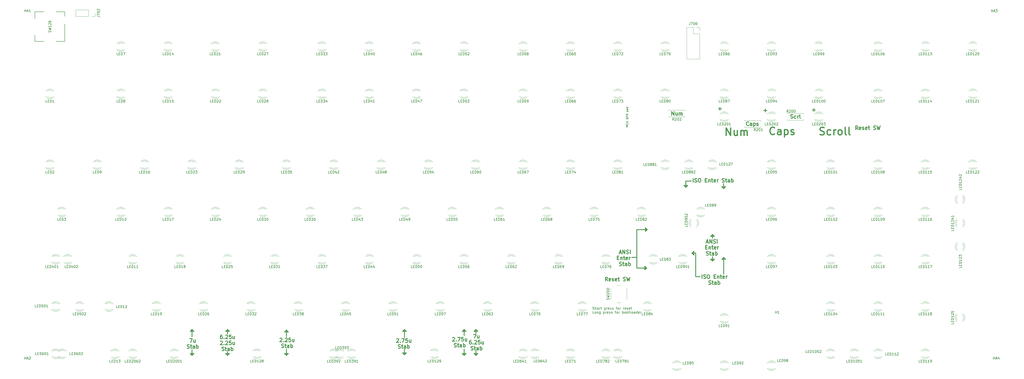
<source format=gbr>
G04 #@! TF.GenerationSoftware,KiCad,Pcbnew,(6.0.5)*
G04 #@! TF.CreationDate,2022-06-06T08:19:00-04:00*
G04 #@! TF.ProjectId,Boston-keyboard-V06-1D,426f7374-6f6e-42d6-9b65-79626f617264,rev?*
G04 #@! TF.SameCoordinates,Original*
G04 #@! TF.FileFunction,Legend,Top*
G04 #@! TF.FilePolarity,Positive*
%FSLAX46Y46*%
G04 Gerber Fmt 4.6, Leading zero omitted, Abs format (unit mm)*
G04 Created by KiCad (PCBNEW (6.0.5)) date 2022-06-06 08:19:00*
%MOMM*%
%LPD*%
G01*
G04 APERTURE LIST*
%ADD10C,0.300000*%
%ADD11C,0.500000*%
%ADD12C,0.150000*%
%ADD13C,0.200000*%
%ADD14C,0.120000*%
G04 APERTURE END LIST*
D10*
X233500000Y-168175000D02*
X232750000Y-168925000D01*
X332000000Y-120925000D02*
X333500000Y-120925000D01*
X306500000Y-118175000D02*
X302250000Y-118175000D01*
X136750000Y-159175000D02*
X138250000Y-159175000D01*
X337250000Y-129425000D02*
X336500000Y-130175000D01*
X162000000Y-159425000D02*
X161250000Y-158675000D01*
X237500000Y-167175000D02*
X237500000Y-168925000D01*
X161250000Y-168925000D02*
X160500000Y-168175000D01*
X322000000Y-98675000D02*
X324250000Y-98675000D01*
X332750000Y-121675000D02*
X332750000Y-120175000D01*
X326000000Y-137175000D02*
X327750000Y-137175000D01*
X123250000Y-168925000D02*
X122500000Y-168175000D01*
X161250000Y-166425000D02*
X161250000Y-168925000D01*
X123250000Y-158425000D02*
X122500000Y-159175000D01*
X325250000Y-128425000D02*
X324500000Y-127675000D01*
X305750000Y-117425000D02*
X305750000Y-118925000D01*
X232750000Y-168925000D02*
X232000000Y-168175000D01*
X162000000Y-168175000D02*
X161250000Y-168925000D01*
X336500000Y-100925000D02*
X338000000Y-100925000D01*
X208000000Y-159175000D02*
X209500000Y-159175000D01*
X208750000Y-161675000D02*
X208750000Y-158425000D01*
X209500000Y-167925000D02*
X208750000Y-168675000D01*
X238250000Y-159175000D02*
X237500000Y-158425000D01*
X160500000Y-168175000D02*
X162000000Y-168175000D01*
X305500000Y-132925000D02*
X305500000Y-134425000D01*
X136750000Y-168175000D02*
X138250000Y-168175000D01*
X326000000Y-137175000D02*
X326000000Y-127675000D01*
X332750000Y-130925000D02*
X332750000Y-129175000D01*
X306250000Y-133675000D02*
X305500000Y-132925000D01*
X326000000Y-127675000D02*
X324500000Y-127675000D01*
X322750000Y-100425000D02*
X322000000Y-101175000D01*
X124000000Y-168175000D02*
X123250000Y-168925000D01*
X123250000Y-166675000D02*
X123250000Y-168925000D01*
X238250000Y-168175000D02*
X237500000Y-168925000D01*
X137500000Y-167425000D02*
X137500000Y-168925000D01*
X337250000Y-101675000D02*
X336500000Y-100925000D01*
X337250000Y-99675000D02*
X337250000Y-101675000D01*
X305500000Y-134425000D02*
X306250000Y-133675000D01*
X237500000Y-159925000D02*
X237500000Y-158425000D01*
X305750000Y-118925000D02*
X306500000Y-118175000D01*
X332000000Y-130175000D02*
X333500000Y-130175000D01*
X161250000Y-161425000D02*
X161250000Y-158675000D01*
X333500000Y-130175000D02*
X332750000Y-130925000D01*
X322000000Y-101175000D02*
X322000000Y-98675000D01*
X137500000Y-158425000D02*
X136750000Y-159175000D01*
X332750000Y-120175000D02*
X332000000Y-120925000D01*
X233500000Y-159175000D02*
X232750000Y-158425000D01*
X208750000Y-166425000D02*
X208750000Y-168675000D01*
X332750000Y-130925000D02*
X332000000Y-130175000D01*
X338000000Y-130175000D02*
X337250000Y-129425000D01*
X237500000Y-158425000D02*
X236750000Y-159175000D01*
X333500000Y-120925000D02*
X332750000Y-120175000D01*
X336500000Y-130175000D02*
X338000000Y-130175000D01*
X208000000Y-167925000D02*
X209500000Y-167925000D01*
X232000000Y-159175000D02*
X233500000Y-159175000D01*
X124000000Y-159175000D02*
X123250000Y-158425000D01*
X232750000Y-158425000D02*
X232000000Y-159175000D01*
X321250000Y-100425000D02*
X322750000Y-100425000D01*
X237500000Y-168925000D02*
X236750000Y-168175000D01*
X161250000Y-158675000D02*
X160500000Y-159425000D01*
X123250000Y-161425000D02*
X123250000Y-158425000D01*
X325250000Y-126925000D02*
X325250000Y-128425000D01*
X236750000Y-168175000D02*
X238250000Y-168175000D01*
X300250000Y-129425000D02*
X302250000Y-129425000D01*
X137500000Y-168925000D02*
X136750000Y-168175000D01*
X122500000Y-168175000D02*
X124000000Y-168175000D01*
X337250000Y-129425000D02*
X337250000Y-136175000D01*
X232000000Y-168175000D02*
X233500000Y-168175000D01*
X306500000Y-118175000D02*
X305750000Y-117425000D01*
X208750000Y-168675000D02*
X208000000Y-167925000D01*
X138250000Y-168175000D02*
X137500000Y-168925000D01*
X236750000Y-159175000D02*
X238250000Y-159175000D01*
X232750000Y-166425000D02*
X232750000Y-168925000D01*
X324500000Y-127675000D02*
X325250000Y-126925000D01*
X208750000Y-158425000D02*
X208000000Y-159175000D01*
X338000000Y-100925000D02*
X337250000Y-101675000D01*
X138250000Y-159175000D02*
X137500000Y-158425000D01*
X122500000Y-159175000D02*
X124000000Y-159175000D01*
X302250000Y-133675000D02*
X306250000Y-133675000D01*
X302250000Y-118175000D02*
X302250000Y-133675000D01*
X232750000Y-160925000D02*
X232750000Y-158425000D01*
X160500000Y-159425000D02*
X162000000Y-159425000D01*
X137500000Y-160175000D02*
X137500000Y-158425000D01*
X322000000Y-101175000D02*
X321250000Y-100425000D01*
X209500000Y-159175000D02*
X208750000Y-158425000D01*
D11*
X376030000Y-79864285D02*
X376458571Y-80007142D01*
X377172857Y-80007142D01*
X377458571Y-79864285D01*
X377601428Y-79721428D01*
X377744285Y-79435714D01*
X377744285Y-79150000D01*
X377601428Y-78864285D01*
X377458571Y-78721428D01*
X377172857Y-78578571D01*
X376601428Y-78435714D01*
X376315714Y-78292857D01*
X376172857Y-78150000D01*
X376030000Y-77864285D01*
X376030000Y-77578571D01*
X376172857Y-77292857D01*
X376315714Y-77150000D01*
X376601428Y-77007142D01*
X377315714Y-77007142D01*
X377744285Y-77150000D01*
X380315714Y-79864285D02*
X380030000Y-80007142D01*
X379458571Y-80007142D01*
X379172857Y-79864285D01*
X379030000Y-79721428D01*
X378887142Y-79435714D01*
X378887142Y-78578571D01*
X379030000Y-78292857D01*
X379172857Y-78150000D01*
X379458571Y-78007142D01*
X380030000Y-78007142D01*
X380315714Y-78150000D01*
X381601428Y-80007142D02*
X381601428Y-78007142D01*
X381601428Y-78578571D02*
X381744285Y-78292857D01*
X381887142Y-78150000D01*
X382172857Y-78007142D01*
X382458571Y-78007142D01*
X383887142Y-80007142D02*
X383601428Y-79864285D01*
X383458571Y-79721428D01*
X383315714Y-79435714D01*
X383315714Y-78578571D01*
X383458571Y-78292857D01*
X383601428Y-78150000D01*
X383887142Y-78007142D01*
X384315714Y-78007142D01*
X384601428Y-78150000D01*
X384744285Y-78292857D01*
X384887142Y-78578571D01*
X384887142Y-79435714D01*
X384744285Y-79721428D01*
X384601428Y-79864285D01*
X384315714Y-80007142D01*
X383887142Y-80007142D01*
X386601428Y-80007142D02*
X386315714Y-79864285D01*
X386172857Y-79578571D01*
X386172857Y-77007142D01*
X388172857Y-80007142D02*
X387887142Y-79864285D01*
X387744285Y-79578571D01*
X387744285Y-77007142D01*
D10*
X205607142Y-162288928D02*
X205678571Y-162217500D01*
X205821428Y-162146071D01*
X206178571Y-162146071D01*
X206321428Y-162217500D01*
X206392857Y-162288928D01*
X206464285Y-162431785D01*
X206464285Y-162574642D01*
X206392857Y-162788928D01*
X205535714Y-163646071D01*
X206464285Y-163646071D01*
X207107142Y-163503214D02*
X207178571Y-163574642D01*
X207107142Y-163646071D01*
X207035714Y-163574642D01*
X207107142Y-163503214D01*
X207107142Y-163646071D01*
X207678571Y-162146071D02*
X208678571Y-162146071D01*
X208035714Y-163646071D01*
X209964285Y-162146071D02*
X209250000Y-162146071D01*
X209178571Y-162860357D01*
X209250000Y-162788928D01*
X209392857Y-162717500D01*
X209750000Y-162717500D01*
X209892857Y-162788928D01*
X209964285Y-162860357D01*
X210035714Y-163003214D01*
X210035714Y-163360357D01*
X209964285Y-163503214D01*
X209892857Y-163574642D01*
X209750000Y-163646071D01*
X209392857Y-163646071D01*
X209250000Y-163574642D01*
X209178571Y-163503214D01*
X211321428Y-162646071D02*
X211321428Y-163646071D01*
X210678571Y-162646071D02*
X210678571Y-163431785D01*
X210750000Y-163574642D01*
X210892857Y-163646071D01*
X211107142Y-163646071D01*
X211250000Y-163574642D01*
X211321428Y-163503214D01*
X206285714Y-165989642D02*
X206500000Y-166061071D01*
X206857142Y-166061071D01*
X207000000Y-165989642D01*
X207071428Y-165918214D01*
X207142857Y-165775357D01*
X207142857Y-165632500D01*
X207071428Y-165489642D01*
X207000000Y-165418214D01*
X206857142Y-165346785D01*
X206571428Y-165275357D01*
X206428571Y-165203928D01*
X206357142Y-165132500D01*
X206285714Y-164989642D01*
X206285714Y-164846785D01*
X206357142Y-164703928D01*
X206428571Y-164632500D01*
X206571428Y-164561071D01*
X206928571Y-164561071D01*
X207142857Y-164632500D01*
X207571428Y-165061071D02*
X208142857Y-165061071D01*
X207785714Y-164561071D02*
X207785714Y-165846785D01*
X207857142Y-165989642D01*
X208000000Y-166061071D01*
X208142857Y-166061071D01*
X209285714Y-166061071D02*
X209285714Y-165275357D01*
X209214285Y-165132500D01*
X209071428Y-165061071D01*
X208785714Y-165061071D01*
X208642857Y-165132500D01*
X209285714Y-165989642D02*
X209142857Y-166061071D01*
X208785714Y-166061071D01*
X208642857Y-165989642D01*
X208571428Y-165846785D01*
X208571428Y-165703928D01*
X208642857Y-165561071D01*
X208785714Y-165489642D01*
X209142857Y-165489642D01*
X209285714Y-165418214D01*
X210000000Y-166061071D02*
X210000000Y-164561071D01*
X210000000Y-165132500D02*
X210142857Y-165061071D01*
X210428571Y-165061071D01*
X210571428Y-165132500D01*
X210642857Y-165203928D01*
X210714285Y-165346785D01*
X210714285Y-165775357D01*
X210642857Y-165918214D01*
X210571428Y-165989642D01*
X210428571Y-166061071D01*
X210142857Y-166061071D01*
X210000000Y-165989642D01*
X372978571Y-70017142D02*
X374121428Y-70017142D01*
X373550000Y-70588571D02*
X373550000Y-69445714D01*
D11*
X338305714Y-80247142D02*
X338305714Y-77247142D01*
X340020000Y-80247142D01*
X340020000Y-77247142D01*
X342734285Y-78247142D02*
X342734285Y-80247142D01*
X341448571Y-78247142D02*
X341448571Y-79818571D01*
X341591428Y-80104285D01*
X341877142Y-80247142D01*
X342305714Y-80247142D01*
X342591428Y-80104285D01*
X342734285Y-79961428D01*
X344162857Y-80247142D02*
X344162857Y-78247142D01*
X344162857Y-78532857D02*
X344305714Y-78390000D01*
X344591428Y-78247142D01*
X345020000Y-78247142D01*
X345305714Y-78390000D01*
X345448571Y-78675714D01*
X345448571Y-80247142D01*
X345448571Y-78675714D02*
X345591428Y-78390000D01*
X345877142Y-78247142D01*
X346305714Y-78247142D01*
X346591428Y-78390000D01*
X346734285Y-78675714D01*
X346734285Y-80247142D01*
D10*
X295285714Y-127510000D02*
X296000000Y-127510000D01*
X295142857Y-127938571D02*
X295642857Y-126438571D01*
X296142857Y-127938571D01*
X296642857Y-127938571D02*
X296642857Y-126438571D01*
X297500000Y-127938571D01*
X297500000Y-126438571D01*
X298142857Y-127867142D02*
X298357142Y-127938571D01*
X298714285Y-127938571D01*
X298857142Y-127867142D01*
X298928571Y-127795714D01*
X299000000Y-127652857D01*
X299000000Y-127510000D01*
X298928571Y-127367142D01*
X298857142Y-127295714D01*
X298714285Y-127224285D01*
X298428571Y-127152857D01*
X298285714Y-127081428D01*
X298214285Y-127010000D01*
X298142857Y-126867142D01*
X298142857Y-126724285D01*
X298214285Y-126581428D01*
X298285714Y-126510000D01*
X298428571Y-126438571D01*
X298785714Y-126438571D01*
X299000000Y-126510000D01*
X299642857Y-127938571D02*
X299642857Y-126438571D01*
X294392857Y-129567857D02*
X294892857Y-129567857D01*
X295107142Y-130353571D02*
X294392857Y-130353571D01*
X294392857Y-128853571D01*
X295107142Y-128853571D01*
X295750000Y-129353571D02*
X295750000Y-130353571D01*
X295750000Y-129496428D02*
X295821428Y-129425000D01*
X295964285Y-129353571D01*
X296178571Y-129353571D01*
X296321428Y-129425000D01*
X296392857Y-129567857D01*
X296392857Y-130353571D01*
X296892857Y-129353571D02*
X297464285Y-129353571D01*
X297107142Y-128853571D02*
X297107142Y-130139285D01*
X297178571Y-130282142D01*
X297321428Y-130353571D01*
X297464285Y-130353571D01*
X298535714Y-130282142D02*
X298392857Y-130353571D01*
X298107142Y-130353571D01*
X297964285Y-130282142D01*
X297892857Y-130139285D01*
X297892857Y-129567857D01*
X297964285Y-129425000D01*
X298107142Y-129353571D01*
X298392857Y-129353571D01*
X298535714Y-129425000D01*
X298607142Y-129567857D01*
X298607142Y-129710714D01*
X297892857Y-129853571D01*
X299250000Y-130353571D02*
X299250000Y-129353571D01*
X299250000Y-129639285D02*
X299321428Y-129496428D01*
X299392857Y-129425000D01*
X299535714Y-129353571D01*
X299678571Y-129353571D01*
X295285714Y-132697142D02*
X295500000Y-132768571D01*
X295857142Y-132768571D01*
X296000000Y-132697142D01*
X296071428Y-132625714D01*
X296142857Y-132482857D01*
X296142857Y-132340000D01*
X296071428Y-132197142D01*
X296000000Y-132125714D01*
X295857142Y-132054285D01*
X295571428Y-131982857D01*
X295428571Y-131911428D01*
X295357142Y-131840000D01*
X295285714Y-131697142D01*
X295285714Y-131554285D01*
X295357142Y-131411428D01*
X295428571Y-131340000D01*
X295571428Y-131268571D01*
X295928571Y-131268571D01*
X296142857Y-131340000D01*
X296571428Y-131768571D02*
X297142857Y-131768571D01*
X296785714Y-131268571D02*
X296785714Y-132554285D01*
X296857142Y-132697142D01*
X297000000Y-132768571D01*
X297142857Y-132768571D01*
X298285714Y-132768571D02*
X298285714Y-131982857D01*
X298214285Y-131840000D01*
X298071428Y-131768571D01*
X297785714Y-131768571D01*
X297642857Y-131840000D01*
X298285714Y-132697142D02*
X298142857Y-132768571D01*
X297785714Y-132768571D01*
X297642857Y-132697142D01*
X297571428Y-132554285D01*
X297571428Y-132411428D01*
X297642857Y-132268571D01*
X297785714Y-132197142D01*
X298142857Y-132197142D01*
X298285714Y-132125714D01*
X299000000Y-132768571D02*
X299000000Y-131268571D01*
X299000000Y-131840000D02*
X299142857Y-131768571D01*
X299428571Y-131768571D01*
X299571428Y-131840000D01*
X299642857Y-131911428D01*
X299714285Y-132054285D01*
X299714285Y-132482857D01*
X299642857Y-132625714D01*
X299571428Y-132697142D01*
X299428571Y-132768571D01*
X299142857Y-132768571D01*
X299000000Y-132697142D01*
X290500000Y-138903571D02*
X290000000Y-138189285D01*
X289642857Y-138903571D02*
X289642857Y-137403571D01*
X290214285Y-137403571D01*
X290357142Y-137475000D01*
X290428571Y-137546428D01*
X290500000Y-137689285D01*
X290500000Y-137903571D01*
X290428571Y-138046428D01*
X290357142Y-138117857D01*
X290214285Y-138189285D01*
X289642857Y-138189285D01*
X291714285Y-138832142D02*
X291571428Y-138903571D01*
X291285714Y-138903571D01*
X291142857Y-138832142D01*
X291071428Y-138689285D01*
X291071428Y-138117857D01*
X291142857Y-137975000D01*
X291285714Y-137903571D01*
X291571428Y-137903571D01*
X291714285Y-137975000D01*
X291785714Y-138117857D01*
X291785714Y-138260714D01*
X291071428Y-138403571D01*
X292357142Y-138832142D02*
X292500000Y-138903571D01*
X292785714Y-138903571D01*
X292928571Y-138832142D01*
X293000000Y-138689285D01*
X293000000Y-138617857D01*
X292928571Y-138475000D01*
X292785714Y-138403571D01*
X292571428Y-138403571D01*
X292428571Y-138332142D01*
X292357142Y-138189285D01*
X292357142Y-138117857D01*
X292428571Y-137975000D01*
X292571428Y-137903571D01*
X292785714Y-137903571D01*
X292928571Y-137975000D01*
X294214285Y-138832142D02*
X294071428Y-138903571D01*
X293785714Y-138903571D01*
X293642857Y-138832142D01*
X293571428Y-138689285D01*
X293571428Y-138117857D01*
X293642857Y-137975000D01*
X293785714Y-137903571D01*
X294071428Y-137903571D01*
X294214285Y-137975000D01*
X294285714Y-138117857D01*
X294285714Y-138260714D01*
X293571428Y-138403571D01*
X294714285Y-137903571D02*
X295285714Y-137903571D01*
X294928571Y-137403571D02*
X294928571Y-138689285D01*
X295000000Y-138832142D01*
X295142857Y-138903571D01*
X295285714Y-138903571D01*
X296857142Y-138832142D02*
X297071428Y-138903571D01*
X297428571Y-138903571D01*
X297571428Y-138832142D01*
X297642857Y-138760714D01*
X297714285Y-138617857D01*
X297714285Y-138475000D01*
X297642857Y-138332142D01*
X297571428Y-138260714D01*
X297428571Y-138189285D01*
X297142857Y-138117857D01*
X297000000Y-138046428D01*
X296928571Y-137975000D01*
X296857142Y-137832142D01*
X296857142Y-137689285D01*
X296928571Y-137546428D01*
X297000000Y-137475000D01*
X297142857Y-137403571D01*
X297500000Y-137403571D01*
X297714285Y-137475000D01*
X298214285Y-137403571D02*
X298571428Y-138903571D01*
X298857142Y-137832142D01*
X299142857Y-138903571D01*
X299500000Y-137403571D01*
X228107142Y-161788928D02*
X228178571Y-161717500D01*
X228321428Y-161646071D01*
X228678571Y-161646071D01*
X228821428Y-161717500D01*
X228892857Y-161788928D01*
X228964285Y-161931785D01*
X228964285Y-162074642D01*
X228892857Y-162288928D01*
X228035714Y-163146071D01*
X228964285Y-163146071D01*
X229607142Y-163003214D02*
X229678571Y-163074642D01*
X229607142Y-163146071D01*
X229535714Y-163074642D01*
X229607142Y-163003214D01*
X229607142Y-163146071D01*
X230178571Y-161646071D02*
X231178571Y-161646071D01*
X230535714Y-163146071D01*
X232464285Y-161646071D02*
X231750000Y-161646071D01*
X231678571Y-162360357D01*
X231750000Y-162288928D01*
X231892857Y-162217500D01*
X232250000Y-162217500D01*
X232392857Y-162288928D01*
X232464285Y-162360357D01*
X232535714Y-162503214D01*
X232535714Y-162860357D01*
X232464285Y-163003214D01*
X232392857Y-163074642D01*
X232250000Y-163146071D01*
X231892857Y-163146071D01*
X231750000Y-163074642D01*
X231678571Y-163003214D01*
X233821428Y-162146071D02*
X233821428Y-163146071D01*
X233178571Y-162146071D02*
X233178571Y-162931785D01*
X233250000Y-163074642D01*
X233392857Y-163146071D01*
X233607142Y-163146071D01*
X233750000Y-163074642D01*
X233821428Y-163003214D01*
X228785714Y-165489642D02*
X229000000Y-165561071D01*
X229357142Y-165561071D01*
X229500000Y-165489642D01*
X229571428Y-165418214D01*
X229642857Y-165275357D01*
X229642857Y-165132500D01*
X229571428Y-164989642D01*
X229500000Y-164918214D01*
X229357142Y-164846785D01*
X229071428Y-164775357D01*
X228928571Y-164703928D01*
X228857142Y-164632500D01*
X228785714Y-164489642D01*
X228785714Y-164346785D01*
X228857142Y-164203928D01*
X228928571Y-164132500D01*
X229071428Y-164061071D01*
X229428571Y-164061071D01*
X229642857Y-164132500D01*
X230071428Y-164561071D02*
X230642857Y-164561071D01*
X230285714Y-164061071D02*
X230285714Y-165346785D01*
X230357142Y-165489642D01*
X230500000Y-165561071D01*
X230642857Y-165561071D01*
X231785714Y-165561071D02*
X231785714Y-164775357D01*
X231714285Y-164632500D01*
X231571428Y-164561071D01*
X231285714Y-164561071D01*
X231142857Y-164632500D01*
X231785714Y-165489642D02*
X231642857Y-165561071D01*
X231285714Y-165561071D01*
X231142857Y-165489642D01*
X231071428Y-165346785D01*
X231071428Y-165203928D01*
X231142857Y-165061071D01*
X231285714Y-164989642D01*
X231642857Y-164989642D01*
X231785714Y-164918214D01*
X232500000Y-165561071D02*
X232500000Y-164061071D01*
X232500000Y-164632500D02*
X232642857Y-164561071D01*
X232928571Y-164561071D01*
X233071428Y-164632500D01*
X233142857Y-164703928D01*
X233214285Y-164846785D01*
X233214285Y-165275357D01*
X233142857Y-165418214D01*
X233071428Y-165489642D01*
X232928571Y-165561071D01*
X232642857Y-165561071D01*
X232500000Y-165489642D01*
X353428571Y-70197142D02*
X354571428Y-70197142D01*
X354000000Y-70768571D02*
X354000000Y-69625714D01*
D11*
X357760000Y-79631428D02*
X357617142Y-79774285D01*
X357188571Y-79917142D01*
X356902857Y-79917142D01*
X356474285Y-79774285D01*
X356188571Y-79488571D01*
X356045714Y-79202857D01*
X355902857Y-78631428D01*
X355902857Y-78202857D01*
X356045714Y-77631428D01*
X356188571Y-77345714D01*
X356474285Y-77060000D01*
X356902857Y-76917142D01*
X357188571Y-76917142D01*
X357617142Y-77060000D01*
X357760000Y-77202857D01*
X360331428Y-79917142D02*
X360331428Y-78345714D01*
X360188571Y-78060000D01*
X359902857Y-77917142D01*
X359331428Y-77917142D01*
X359045714Y-78060000D01*
X360331428Y-79774285D02*
X360045714Y-79917142D01*
X359331428Y-79917142D01*
X359045714Y-79774285D01*
X358902857Y-79488571D01*
X358902857Y-79202857D01*
X359045714Y-78917142D01*
X359331428Y-78774285D01*
X360045714Y-78774285D01*
X360331428Y-78631428D01*
X361760000Y-77917142D02*
X361760000Y-80917142D01*
X361760000Y-78060000D02*
X362045714Y-77917142D01*
X362617142Y-77917142D01*
X362902857Y-78060000D01*
X363045714Y-78202857D01*
X363188571Y-78488571D01*
X363188571Y-79345714D01*
X363045714Y-79631428D01*
X362902857Y-79774285D01*
X362617142Y-79917142D01*
X362045714Y-79917142D01*
X361760000Y-79774285D01*
X364331428Y-79774285D02*
X364617142Y-79917142D01*
X365188571Y-79917142D01*
X365474285Y-79774285D01*
X365617142Y-79488571D01*
X365617142Y-79345714D01*
X365474285Y-79060000D01*
X365188571Y-78917142D01*
X364760000Y-78917142D01*
X364474285Y-78774285D01*
X364331428Y-78488571D01*
X364331428Y-78345714D01*
X364474285Y-78060000D01*
X364760000Y-77917142D01*
X365188571Y-77917142D01*
X365474285Y-78060000D01*
D10*
X122321428Y-162146071D02*
X123321428Y-162146071D01*
X122678571Y-163646071D01*
X124535714Y-162646071D02*
X124535714Y-163646071D01*
X123892857Y-162646071D02*
X123892857Y-163431785D01*
X123964285Y-163574642D01*
X124107142Y-163646071D01*
X124321428Y-163646071D01*
X124464285Y-163574642D01*
X124535714Y-163503214D01*
X121285714Y-165989642D02*
X121500000Y-166061071D01*
X121857142Y-166061071D01*
X122000000Y-165989642D01*
X122071428Y-165918214D01*
X122142857Y-165775357D01*
X122142857Y-165632500D01*
X122071428Y-165489642D01*
X122000000Y-165418214D01*
X121857142Y-165346785D01*
X121571428Y-165275357D01*
X121428571Y-165203928D01*
X121357142Y-165132500D01*
X121285714Y-164989642D01*
X121285714Y-164846785D01*
X121357142Y-164703928D01*
X121428571Y-164632500D01*
X121571428Y-164561071D01*
X121928571Y-164561071D01*
X122142857Y-164632500D01*
X122571428Y-165061071D02*
X123142857Y-165061071D01*
X122785714Y-164561071D02*
X122785714Y-165846785D01*
X122857142Y-165989642D01*
X123000000Y-166061071D01*
X123142857Y-166061071D01*
X124285714Y-166061071D02*
X124285714Y-165275357D01*
X124214285Y-165132500D01*
X124071428Y-165061071D01*
X123785714Y-165061071D01*
X123642857Y-165132500D01*
X124285714Y-165989642D02*
X124142857Y-166061071D01*
X123785714Y-166061071D01*
X123642857Y-165989642D01*
X123571428Y-165846785D01*
X123571428Y-165703928D01*
X123642857Y-165561071D01*
X123785714Y-165489642D01*
X124142857Y-165489642D01*
X124285714Y-165418214D01*
X125000000Y-166061071D02*
X125000000Y-164561071D01*
X125000000Y-165132500D02*
X125142857Y-165061071D01*
X125428571Y-165061071D01*
X125571428Y-165132500D01*
X125642857Y-165203928D01*
X125714285Y-165346785D01*
X125714285Y-165775357D01*
X125642857Y-165918214D01*
X125571428Y-165989642D01*
X125428571Y-166061071D01*
X125142857Y-166061071D01*
X125000000Y-165989642D01*
X316382857Y-72148571D02*
X316382857Y-70648571D01*
X317240000Y-72148571D01*
X317240000Y-70648571D01*
X318597142Y-71148571D02*
X318597142Y-72148571D01*
X317954285Y-71148571D02*
X317954285Y-71934285D01*
X318025714Y-72077142D01*
X318168571Y-72148571D01*
X318382857Y-72148571D01*
X318525714Y-72077142D01*
X318597142Y-72005714D01*
X319311428Y-72148571D02*
X319311428Y-71148571D01*
X319311428Y-71291428D02*
X319382857Y-71220000D01*
X319525714Y-71148571D01*
X319740000Y-71148571D01*
X319882857Y-71220000D01*
X319954285Y-71362857D01*
X319954285Y-72148571D01*
X319954285Y-71362857D02*
X320025714Y-71220000D01*
X320168571Y-71148571D01*
X320382857Y-71148571D01*
X320525714Y-71220000D01*
X320597142Y-71362857D01*
X320597142Y-72148571D01*
X347290000Y-76125714D02*
X347218571Y-76197142D01*
X347004285Y-76268571D01*
X346861428Y-76268571D01*
X346647142Y-76197142D01*
X346504285Y-76054285D01*
X346432857Y-75911428D01*
X346361428Y-75625714D01*
X346361428Y-75411428D01*
X346432857Y-75125714D01*
X346504285Y-74982857D01*
X346647142Y-74840000D01*
X346861428Y-74768571D01*
X347004285Y-74768571D01*
X347218571Y-74840000D01*
X347290000Y-74911428D01*
X348575714Y-76268571D02*
X348575714Y-75482857D01*
X348504285Y-75340000D01*
X348361428Y-75268571D01*
X348075714Y-75268571D01*
X347932857Y-75340000D01*
X348575714Y-76197142D02*
X348432857Y-76268571D01*
X348075714Y-76268571D01*
X347932857Y-76197142D01*
X347861428Y-76054285D01*
X347861428Y-75911428D01*
X347932857Y-75768571D01*
X348075714Y-75697142D01*
X348432857Y-75697142D01*
X348575714Y-75625714D01*
X349290000Y-75268571D02*
X349290000Y-76768571D01*
X349290000Y-75340000D02*
X349432857Y-75268571D01*
X349718571Y-75268571D01*
X349861428Y-75340000D01*
X349932857Y-75411428D01*
X350004285Y-75554285D01*
X350004285Y-75982857D01*
X349932857Y-76125714D01*
X349861428Y-76197142D01*
X349718571Y-76268571D01*
X349432857Y-76268571D01*
X349290000Y-76197142D01*
X350575714Y-76197142D02*
X350718571Y-76268571D01*
X351004285Y-76268571D01*
X351147142Y-76197142D01*
X351218571Y-76054285D01*
X351218571Y-75982857D01*
X351147142Y-75840000D01*
X351004285Y-75768571D01*
X350790000Y-75768571D01*
X350647142Y-75697142D01*
X350575714Y-75554285D01*
X350575714Y-75482857D01*
X350647142Y-75340000D01*
X350790000Y-75268571D01*
X351004285Y-75268571D01*
X351147142Y-75340000D01*
X324964285Y-99103571D02*
X324964285Y-97603571D01*
X325607142Y-99032142D02*
X325821428Y-99103571D01*
X326178571Y-99103571D01*
X326321428Y-99032142D01*
X326392857Y-98960714D01*
X326464285Y-98817857D01*
X326464285Y-98675000D01*
X326392857Y-98532142D01*
X326321428Y-98460714D01*
X326178571Y-98389285D01*
X325892857Y-98317857D01*
X325750000Y-98246428D01*
X325678571Y-98175000D01*
X325607142Y-98032142D01*
X325607142Y-97889285D01*
X325678571Y-97746428D01*
X325750000Y-97675000D01*
X325892857Y-97603571D01*
X326250000Y-97603571D01*
X326464285Y-97675000D01*
X327392857Y-97603571D02*
X327678571Y-97603571D01*
X327821428Y-97675000D01*
X327964285Y-97817857D01*
X328035714Y-98103571D01*
X328035714Y-98603571D01*
X327964285Y-98889285D01*
X327821428Y-99032142D01*
X327678571Y-99103571D01*
X327392857Y-99103571D01*
X327250000Y-99032142D01*
X327107142Y-98889285D01*
X327035714Y-98603571D01*
X327035714Y-98103571D01*
X327107142Y-97817857D01*
X327250000Y-97675000D01*
X327392857Y-97603571D01*
X329821428Y-98317857D02*
X330321428Y-98317857D01*
X330535714Y-99103571D02*
X329821428Y-99103571D01*
X329821428Y-97603571D01*
X330535714Y-97603571D01*
X331178571Y-98103571D02*
X331178571Y-99103571D01*
X331178571Y-98246428D02*
X331250000Y-98175000D01*
X331392857Y-98103571D01*
X331607142Y-98103571D01*
X331750000Y-98175000D01*
X331821428Y-98317857D01*
X331821428Y-99103571D01*
X332321428Y-98103571D02*
X332892857Y-98103571D01*
X332535714Y-97603571D02*
X332535714Y-98889285D01*
X332607142Y-99032142D01*
X332750000Y-99103571D01*
X332892857Y-99103571D01*
X333964285Y-99032142D02*
X333821428Y-99103571D01*
X333535714Y-99103571D01*
X333392857Y-99032142D01*
X333321428Y-98889285D01*
X333321428Y-98317857D01*
X333392857Y-98175000D01*
X333535714Y-98103571D01*
X333821428Y-98103571D01*
X333964285Y-98175000D01*
X334035714Y-98317857D01*
X334035714Y-98460714D01*
X333321428Y-98603571D01*
X334678571Y-99103571D02*
X334678571Y-98103571D01*
X334678571Y-98389285D02*
X334750000Y-98246428D01*
X334821428Y-98175000D01*
X334964285Y-98103571D01*
X335107142Y-98103571D01*
X336678571Y-99032142D02*
X336892857Y-99103571D01*
X337250000Y-99103571D01*
X337392857Y-99032142D01*
X337464285Y-98960714D01*
X337535714Y-98817857D01*
X337535714Y-98675000D01*
X337464285Y-98532142D01*
X337392857Y-98460714D01*
X337250000Y-98389285D01*
X336964285Y-98317857D01*
X336821428Y-98246428D01*
X336750000Y-98175000D01*
X336678571Y-98032142D01*
X336678571Y-97889285D01*
X336750000Y-97746428D01*
X336821428Y-97675000D01*
X336964285Y-97603571D01*
X337321428Y-97603571D01*
X337535714Y-97675000D01*
X337964285Y-98103571D02*
X338535714Y-98103571D01*
X338178571Y-97603571D02*
X338178571Y-98889285D01*
X338250000Y-99032142D01*
X338392857Y-99103571D01*
X338535714Y-99103571D01*
X339678571Y-99103571D02*
X339678571Y-98317857D01*
X339607142Y-98175000D01*
X339464285Y-98103571D01*
X339178571Y-98103571D01*
X339035714Y-98175000D01*
X339678571Y-99032142D02*
X339535714Y-99103571D01*
X339178571Y-99103571D01*
X339035714Y-99032142D01*
X338964285Y-98889285D01*
X338964285Y-98746428D01*
X339035714Y-98603571D01*
X339178571Y-98532142D01*
X339535714Y-98532142D01*
X339678571Y-98460714D01*
X340392857Y-99103571D02*
X340392857Y-97603571D01*
X340392857Y-98175000D02*
X340535714Y-98103571D01*
X340821428Y-98103571D01*
X340964285Y-98175000D01*
X341035714Y-98246428D01*
X341107142Y-98389285D01*
X341107142Y-98817857D01*
X341035714Y-98960714D01*
X340964285Y-99032142D01*
X340821428Y-99103571D01*
X340535714Y-99103571D01*
X340392857Y-99032142D01*
X364231428Y-73297142D02*
X364445714Y-73368571D01*
X364802857Y-73368571D01*
X364945714Y-73297142D01*
X365017142Y-73225714D01*
X365088571Y-73082857D01*
X365088571Y-72940000D01*
X365017142Y-72797142D01*
X364945714Y-72725714D01*
X364802857Y-72654285D01*
X364517142Y-72582857D01*
X364374285Y-72511428D01*
X364302857Y-72440000D01*
X364231428Y-72297142D01*
X364231428Y-72154285D01*
X364302857Y-72011428D01*
X364374285Y-71940000D01*
X364517142Y-71868571D01*
X364874285Y-71868571D01*
X365088571Y-71940000D01*
X366374285Y-73297142D02*
X366231428Y-73368571D01*
X365945714Y-73368571D01*
X365802857Y-73297142D01*
X365731428Y-73225714D01*
X365660000Y-73082857D01*
X365660000Y-72654285D01*
X365731428Y-72511428D01*
X365802857Y-72440000D01*
X365945714Y-72368571D01*
X366231428Y-72368571D01*
X366374285Y-72440000D01*
X367017142Y-73368571D02*
X367017142Y-72368571D01*
X367017142Y-72654285D02*
X367088571Y-72511428D01*
X367160000Y-72440000D01*
X367302857Y-72368571D01*
X367445714Y-72368571D01*
X368160000Y-73368571D02*
X368017142Y-73297142D01*
X367945714Y-73154285D01*
X367945714Y-71868571D01*
D12*
X298761904Y-76786904D02*
X297961904Y-76786904D01*
X298533333Y-76520238D01*
X297961904Y-76253571D01*
X298761904Y-76253571D01*
X298685714Y-75415476D02*
X298723809Y-75453571D01*
X298761904Y-75567857D01*
X298761904Y-75644047D01*
X298723809Y-75758333D01*
X298647619Y-75834523D01*
X298571428Y-75872619D01*
X298419047Y-75910714D01*
X298304761Y-75910714D01*
X298152380Y-75872619D01*
X298076190Y-75834523D01*
X298000000Y-75758333D01*
X297961904Y-75644047D01*
X297961904Y-75567857D01*
X298000000Y-75453571D01*
X298038095Y-75415476D01*
X297961904Y-75072619D02*
X298609523Y-75072619D01*
X298685714Y-75034523D01*
X298723809Y-74996428D01*
X298761904Y-74920238D01*
X298761904Y-74767857D01*
X298723809Y-74691666D01*
X298685714Y-74653571D01*
X298609523Y-74615476D01*
X297961904Y-74615476D01*
X298838095Y-73091666D02*
X298800000Y-73167857D01*
X298723809Y-73244047D01*
X298609523Y-73358333D01*
X298571428Y-73434523D01*
X298571428Y-73510714D01*
X298761904Y-73472619D02*
X298723809Y-73548809D01*
X298647619Y-73625000D01*
X298495238Y-73663095D01*
X298228571Y-73663095D01*
X298076190Y-73625000D01*
X298000000Y-73548809D01*
X297961904Y-73472619D01*
X297961904Y-73320238D01*
X298000000Y-73244047D01*
X298076190Y-73167857D01*
X298228571Y-73129761D01*
X298495238Y-73129761D01*
X298647619Y-73167857D01*
X298723809Y-73244047D01*
X298761904Y-73320238D01*
X298761904Y-73472619D01*
X298342857Y-72520238D02*
X298342857Y-72786904D01*
X298761904Y-72786904D02*
X297961904Y-72786904D01*
X297961904Y-72405952D01*
X298761904Y-72101190D02*
X297961904Y-72101190D01*
X298761904Y-71644047D01*
X297961904Y-71644047D01*
X298228571Y-70653571D02*
X299028571Y-70653571D01*
X298266666Y-70653571D02*
X298228571Y-70577380D01*
X298228571Y-70425000D01*
X298266666Y-70348809D01*
X298304761Y-70310714D01*
X298380952Y-70272619D01*
X298609523Y-70272619D01*
X298685714Y-70310714D01*
X298723809Y-70348809D01*
X298761904Y-70425000D01*
X298761904Y-70577380D01*
X298723809Y-70653571D01*
X298761904Y-69586904D02*
X298342857Y-69586904D01*
X298266666Y-69625000D01*
X298228571Y-69701190D01*
X298228571Y-69853571D01*
X298266666Y-69929761D01*
X298723809Y-69586904D02*
X298761904Y-69663095D01*
X298761904Y-69853571D01*
X298723809Y-69929761D01*
X298647619Y-69967857D01*
X298571428Y-69967857D01*
X298495238Y-69929761D01*
X298457142Y-69853571D01*
X298457142Y-69663095D01*
X298419047Y-69586904D01*
X298761904Y-68863095D02*
X297961904Y-68863095D01*
X298723809Y-68863095D02*
X298761904Y-68939285D01*
X298761904Y-69091666D01*
X298723809Y-69167857D01*
X298685714Y-69205952D01*
X298609523Y-69244047D01*
X298380952Y-69244047D01*
X298304761Y-69205952D01*
X298266666Y-69167857D01*
X298228571Y-69091666D01*
X298228571Y-68939285D01*
X298266666Y-68863095D01*
D10*
X335198571Y-69497142D02*
X336341428Y-69497142D01*
X335770000Y-70068571D02*
X335770000Y-68925714D01*
X391247500Y-77926071D02*
X390747500Y-77211785D01*
X390390357Y-77926071D02*
X390390357Y-76426071D01*
X390961785Y-76426071D01*
X391104642Y-76497500D01*
X391176071Y-76568928D01*
X391247500Y-76711785D01*
X391247500Y-76926071D01*
X391176071Y-77068928D01*
X391104642Y-77140357D01*
X390961785Y-77211785D01*
X390390357Y-77211785D01*
X392461785Y-77854642D02*
X392318928Y-77926071D01*
X392033214Y-77926071D01*
X391890357Y-77854642D01*
X391818928Y-77711785D01*
X391818928Y-77140357D01*
X391890357Y-76997500D01*
X392033214Y-76926071D01*
X392318928Y-76926071D01*
X392461785Y-76997500D01*
X392533214Y-77140357D01*
X392533214Y-77283214D01*
X391818928Y-77426071D01*
X393104642Y-77854642D02*
X393247500Y-77926071D01*
X393533214Y-77926071D01*
X393676071Y-77854642D01*
X393747500Y-77711785D01*
X393747500Y-77640357D01*
X393676071Y-77497500D01*
X393533214Y-77426071D01*
X393318928Y-77426071D01*
X393176071Y-77354642D01*
X393104642Y-77211785D01*
X393104642Y-77140357D01*
X393176071Y-76997500D01*
X393318928Y-76926071D01*
X393533214Y-76926071D01*
X393676071Y-76997500D01*
X394961785Y-77854642D02*
X394818928Y-77926071D01*
X394533214Y-77926071D01*
X394390357Y-77854642D01*
X394318928Y-77711785D01*
X394318928Y-77140357D01*
X394390357Y-76997500D01*
X394533214Y-76926071D01*
X394818928Y-76926071D01*
X394961785Y-76997500D01*
X395033214Y-77140357D01*
X395033214Y-77283214D01*
X394318928Y-77426071D01*
X395461785Y-76926071D02*
X396033214Y-76926071D01*
X395676071Y-76426071D02*
X395676071Y-77711785D01*
X395747500Y-77854642D01*
X395890357Y-77926071D01*
X396033214Y-77926071D01*
X397604642Y-77854642D02*
X397818928Y-77926071D01*
X398176071Y-77926071D01*
X398318928Y-77854642D01*
X398390357Y-77783214D01*
X398461785Y-77640357D01*
X398461785Y-77497500D01*
X398390357Y-77354642D01*
X398318928Y-77283214D01*
X398176071Y-77211785D01*
X397890357Y-77140357D01*
X397747500Y-77068928D01*
X397676071Y-76997500D01*
X397604642Y-76854642D01*
X397604642Y-76711785D01*
X397676071Y-76568928D01*
X397747500Y-76497500D01*
X397890357Y-76426071D01*
X398247500Y-76426071D01*
X398461785Y-76497500D01*
X398961785Y-76426071D02*
X399318928Y-77926071D01*
X399604642Y-76854642D01*
X399890357Y-77926071D01*
X400247500Y-76426071D01*
X158607142Y-162038928D02*
X158678571Y-161967500D01*
X158821428Y-161896071D01*
X159178571Y-161896071D01*
X159321428Y-161967500D01*
X159392857Y-162038928D01*
X159464285Y-162181785D01*
X159464285Y-162324642D01*
X159392857Y-162538928D01*
X158535714Y-163396071D01*
X159464285Y-163396071D01*
X160107142Y-163253214D02*
X160178571Y-163324642D01*
X160107142Y-163396071D01*
X160035714Y-163324642D01*
X160107142Y-163253214D01*
X160107142Y-163396071D01*
X160750000Y-162038928D02*
X160821428Y-161967500D01*
X160964285Y-161896071D01*
X161321428Y-161896071D01*
X161464285Y-161967500D01*
X161535714Y-162038928D01*
X161607142Y-162181785D01*
X161607142Y-162324642D01*
X161535714Y-162538928D01*
X160678571Y-163396071D01*
X161607142Y-163396071D01*
X162964285Y-161896071D02*
X162250000Y-161896071D01*
X162178571Y-162610357D01*
X162250000Y-162538928D01*
X162392857Y-162467500D01*
X162750000Y-162467500D01*
X162892857Y-162538928D01*
X162964285Y-162610357D01*
X163035714Y-162753214D01*
X163035714Y-163110357D01*
X162964285Y-163253214D01*
X162892857Y-163324642D01*
X162750000Y-163396071D01*
X162392857Y-163396071D01*
X162250000Y-163324642D01*
X162178571Y-163253214D01*
X164321428Y-162396071D02*
X164321428Y-163396071D01*
X163678571Y-162396071D02*
X163678571Y-163181785D01*
X163750000Y-163324642D01*
X163892857Y-163396071D01*
X164107142Y-163396071D01*
X164250000Y-163324642D01*
X164321428Y-163253214D01*
X159285714Y-165739642D02*
X159500000Y-165811071D01*
X159857142Y-165811071D01*
X160000000Y-165739642D01*
X160071428Y-165668214D01*
X160142857Y-165525357D01*
X160142857Y-165382500D01*
X160071428Y-165239642D01*
X160000000Y-165168214D01*
X159857142Y-165096785D01*
X159571428Y-165025357D01*
X159428571Y-164953928D01*
X159357142Y-164882500D01*
X159285714Y-164739642D01*
X159285714Y-164596785D01*
X159357142Y-164453928D01*
X159428571Y-164382500D01*
X159571428Y-164311071D01*
X159928571Y-164311071D01*
X160142857Y-164382500D01*
X160571428Y-164811071D02*
X161142857Y-164811071D01*
X160785714Y-164311071D02*
X160785714Y-165596785D01*
X160857142Y-165739642D01*
X161000000Y-165811071D01*
X161142857Y-165811071D01*
X162285714Y-165811071D02*
X162285714Y-165025357D01*
X162214285Y-164882500D01*
X162071428Y-164811071D01*
X161785714Y-164811071D01*
X161642857Y-164882500D01*
X162285714Y-165739642D02*
X162142857Y-165811071D01*
X161785714Y-165811071D01*
X161642857Y-165739642D01*
X161571428Y-165596785D01*
X161571428Y-165453928D01*
X161642857Y-165311071D01*
X161785714Y-165239642D01*
X162142857Y-165239642D01*
X162285714Y-165168214D01*
X163000000Y-165811071D02*
X163000000Y-164311071D01*
X163000000Y-164882500D02*
X163142857Y-164811071D01*
X163428571Y-164811071D01*
X163571428Y-164882500D01*
X163642857Y-164953928D01*
X163714285Y-165096785D01*
X163714285Y-165525357D01*
X163642857Y-165668214D01*
X163571428Y-165739642D01*
X163428571Y-165811071D01*
X163142857Y-165811071D01*
X163000000Y-165739642D01*
X236571428Y-160438571D02*
X237571428Y-160438571D01*
X236928571Y-161938571D01*
X238785714Y-160938571D02*
X238785714Y-161938571D01*
X238142857Y-160938571D02*
X238142857Y-161724285D01*
X238214285Y-161867142D01*
X238357142Y-161938571D01*
X238571428Y-161938571D01*
X238714285Y-161867142D01*
X238785714Y-161795714D01*
X235571428Y-162853571D02*
X235285714Y-162853571D01*
X235142857Y-162925000D01*
X235071428Y-162996428D01*
X234928571Y-163210714D01*
X234857142Y-163496428D01*
X234857142Y-164067857D01*
X234928571Y-164210714D01*
X235000000Y-164282142D01*
X235142857Y-164353571D01*
X235428571Y-164353571D01*
X235571428Y-164282142D01*
X235642857Y-164210714D01*
X235714285Y-164067857D01*
X235714285Y-163710714D01*
X235642857Y-163567857D01*
X235571428Y-163496428D01*
X235428571Y-163425000D01*
X235142857Y-163425000D01*
X235000000Y-163496428D01*
X234928571Y-163567857D01*
X234857142Y-163710714D01*
X236357142Y-164210714D02*
X236428571Y-164282142D01*
X236357142Y-164353571D01*
X236285714Y-164282142D01*
X236357142Y-164210714D01*
X236357142Y-164353571D01*
X237000000Y-162996428D02*
X237071428Y-162925000D01*
X237214285Y-162853571D01*
X237571428Y-162853571D01*
X237714285Y-162925000D01*
X237785714Y-162996428D01*
X237857142Y-163139285D01*
X237857142Y-163282142D01*
X237785714Y-163496428D01*
X236928571Y-164353571D01*
X237857142Y-164353571D01*
X239214285Y-162853571D02*
X238500000Y-162853571D01*
X238428571Y-163567857D01*
X238500000Y-163496428D01*
X238642857Y-163425000D01*
X239000000Y-163425000D01*
X239142857Y-163496428D01*
X239214285Y-163567857D01*
X239285714Y-163710714D01*
X239285714Y-164067857D01*
X239214285Y-164210714D01*
X239142857Y-164282142D01*
X239000000Y-164353571D01*
X238642857Y-164353571D01*
X238500000Y-164282142D01*
X238428571Y-164210714D01*
X240571428Y-163353571D02*
X240571428Y-164353571D01*
X239928571Y-163353571D02*
X239928571Y-164139285D01*
X240000000Y-164282142D01*
X240142857Y-164353571D01*
X240357142Y-164353571D01*
X240500000Y-164282142D01*
X240571428Y-164210714D01*
X235535714Y-166697142D02*
X235750000Y-166768571D01*
X236107142Y-166768571D01*
X236250000Y-166697142D01*
X236321428Y-166625714D01*
X236392857Y-166482857D01*
X236392857Y-166340000D01*
X236321428Y-166197142D01*
X236250000Y-166125714D01*
X236107142Y-166054285D01*
X235821428Y-165982857D01*
X235678571Y-165911428D01*
X235607142Y-165840000D01*
X235535714Y-165697142D01*
X235535714Y-165554285D01*
X235607142Y-165411428D01*
X235678571Y-165340000D01*
X235821428Y-165268571D01*
X236178571Y-165268571D01*
X236392857Y-165340000D01*
X236821428Y-165768571D02*
X237392857Y-165768571D01*
X237035714Y-165268571D02*
X237035714Y-166554285D01*
X237107142Y-166697142D01*
X237250000Y-166768571D01*
X237392857Y-166768571D01*
X238535714Y-166768571D02*
X238535714Y-165982857D01*
X238464285Y-165840000D01*
X238321428Y-165768571D01*
X238035714Y-165768571D01*
X237892857Y-165840000D01*
X238535714Y-166697142D02*
X238392857Y-166768571D01*
X238035714Y-166768571D01*
X237892857Y-166697142D01*
X237821428Y-166554285D01*
X237821428Y-166411428D01*
X237892857Y-166268571D01*
X238035714Y-166197142D01*
X238392857Y-166197142D01*
X238535714Y-166125714D01*
X239250000Y-166768571D02*
X239250000Y-165268571D01*
X239250000Y-165840000D02*
X239392857Y-165768571D01*
X239678571Y-165768571D01*
X239821428Y-165840000D01*
X239892857Y-165911428D01*
X239964285Y-166054285D01*
X239964285Y-166482857D01*
X239892857Y-166625714D01*
X239821428Y-166697142D01*
X239678571Y-166768571D01*
X239392857Y-166768571D01*
X239250000Y-166697142D01*
X330285714Y-123260000D02*
X331000000Y-123260000D01*
X330142857Y-123688571D02*
X330642857Y-122188571D01*
X331142857Y-123688571D01*
X331642857Y-123688571D02*
X331642857Y-122188571D01*
X332500000Y-123688571D01*
X332500000Y-122188571D01*
X333142857Y-123617142D02*
X333357142Y-123688571D01*
X333714285Y-123688571D01*
X333857142Y-123617142D01*
X333928571Y-123545714D01*
X334000000Y-123402857D01*
X334000000Y-123260000D01*
X333928571Y-123117142D01*
X333857142Y-123045714D01*
X333714285Y-122974285D01*
X333428571Y-122902857D01*
X333285714Y-122831428D01*
X333214285Y-122760000D01*
X333142857Y-122617142D01*
X333142857Y-122474285D01*
X333214285Y-122331428D01*
X333285714Y-122260000D01*
X333428571Y-122188571D01*
X333785714Y-122188571D01*
X334000000Y-122260000D01*
X334642857Y-123688571D02*
X334642857Y-122188571D01*
X329964285Y-125317857D02*
X330464285Y-125317857D01*
X330678571Y-126103571D02*
X329964285Y-126103571D01*
X329964285Y-124603571D01*
X330678571Y-124603571D01*
X331321428Y-125103571D02*
X331321428Y-126103571D01*
X331321428Y-125246428D02*
X331392857Y-125175000D01*
X331535714Y-125103571D01*
X331750000Y-125103571D01*
X331892857Y-125175000D01*
X331964285Y-125317857D01*
X331964285Y-126103571D01*
X332464285Y-125103571D02*
X333035714Y-125103571D01*
X332678571Y-124603571D02*
X332678571Y-125889285D01*
X332750000Y-126032142D01*
X332892857Y-126103571D01*
X333035714Y-126103571D01*
X334107142Y-126032142D02*
X333964285Y-126103571D01*
X333678571Y-126103571D01*
X333535714Y-126032142D01*
X333464285Y-125889285D01*
X333464285Y-125317857D01*
X333535714Y-125175000D01*
X333678571Y-125103571D01*
X333964285Y-125103571D01*
X334107142Y-125175000D01*
X334178571Y-125317857D01*
X334178571Y-125460714D01*
X333464285Y-125603571D01*
X334821428Y-126103571D02*
X334821428Y-125103571D01*
X334821428Y-125389285D02*
X334892857Y-125246428D01*
X334964285Y-125175000D01*
X335107142Y-125103571D01*
X335250000Y-125103571D01*
X330285714Y-128447142D02*
X330500000Y-128518571D01*
X330857142Y-128518571D01*
X331000000Y-128447142D01*
X331071428Y-128375714D01*
X331142857Y-128232857D01*
X331142857Y-128090000D01*
X331071428Y-127947142D01*
X331000000Y-127875714D01*
X330857142Y-127804285D01*
X330571428Y-127732857D01*
X330428571Y-127661428D01*
X330357142Y-127590000D01*
X330285714Y-127447142D01*
X330285714Y-127304285D01*
X330357142Y-127161428D01*
X330428571Y-127090000D01*
X330571428Y-127018571D01*
X330928571Y-127018571D01*
X331142857Y-127090000D01*
X331571428Y-127518571D02*
X332142857Y-127518571D01*
X331785714Y-127018571D02*
X331785714Y-128304285D01*
X331857142Y-128447142D01*
X332000000Y-128518571D01*
X332142857Y-128518571D01*
X333285714Y-128518571D02*
X333285714Y-127732857D01*
X333214285Y-127590000D01*
X333071428Y-127518571D01*
X332785714Y-127518571D01*
X332642857Y-127590000D01*
X333285714Y-128447142D02*
X333142857Y-128518571D01*
X332785714Y-128518571D01*
X332642857Y-128447142D01*
X332571428Y-128304285D01*
X332571428Y-128161428D01*
X332642857Y-128018571D01*
X332785714Y-127947142D01*
X333142857Y-127947142D01*
X333285714Y-127875714D01*
X334000000Y-128518571D02*
X334000000Y-127018571D01*
X334000000Y-127590000D02*
X334142857Y-127518571D01*
X334428571Y-127518571D01*
X334571428Y-127590000D01*
X334642857Y-127661428D01*
X334714285Y-127804285D01*
X334714285Y-128232857D01*
X334642857Y-128375714D01*
X334571428Y-128447142D01*
X334428571Y-128518571D01*
X334142857Y-128518571D01*
X334000000Y-128447142D01*
X135321428Y-160688571D02*
X135035714Y-160688571D01*
X134892857Y-160760000D01*
X134821428Y-160831428D01*
X134678571Y-161045714D01*
X134607142Y-161331428D01*
X134607142Y-161902857D01*
X134678571Y-162045714D01*
X134750000Y-162117142D01*
X134892857Y-162188571D01*
X135178571Y-162188571D01*
X135321428Y-162117142D01*
X135392857Y-162045714D01*
X135464285Y-161902857D01*
X135464285Y-161545714D01*
X135392857Y-161402857D01*
X135321428Y-161331428D01*
X135178571Y-161260000D01*
X134892857Y-161260000D01*
X134750000Y-161331428D01*
X134678571Y-161402857D01*
X134607142Y-161545714D01*
X136107142Y-162045714D02*
X136178571Y-162117142D01*
X136107142Y-162188571D01*
X136035714Y-162117142D01*
X136107142Y-162045714D01*
X136107142Y-162188571D01*
X136750000Y-160831428D02*
X136821428Y-160760000D01*
X136964285Y-160688571D01*
X137321428Y-160688571D01*
X137464285Y-160760000D01*
X137535714Y-160831428D01*
X137607142Y-160974285D01*
X137607142Y-161117142D01*
X137535714Y-161331428D01*
X136678571Y-162188571D01*
X137607142Y-162188571D01*
X138964285Y-160688571D02*
X138250000Y-160688571D01*
X138178571Y-161402857D01*
X138250000Y-161331428D01*
X138392857Y-161260000D01*
X138750000Y-161260000D01*
X138892857Y-161331428D01*
X138964285Y-161402857D01*
X139035714Y-161545714D01*
X139035714Y-161902857D01*
X138964285Y-162045714D01*
X138892857Y-162117142D01*
X138750000Y-162188571D01*
X138392857Y-162188571D01*
X138250000Y-162117142D01*
X138178571Y-162045714D01*
X140321428Y-161188571D02*
X140321428Y-162188571D01*
X139678571Y-161188571D02*
X139678571Y-161974285D01*
X139750000Y-162117142D01*
X139892857Y-162188571D01*
X140107142Y-162188571D01*
X140250000Y-162117142D01*
X140321428Y-162045714D01*
X134607142Y-163246428D02*
X134678571Y-163175000D01*
X134821428Y-163103571D01*
X135178571Y-163103571D01*
X135321428Y-163175000D01*
X135392857Y-163246428D01*
X135464285Y-163389285D01*
X135464285Y-163532142D01*
X135392857Y-163746428D01*
X134535714Y-164603571D01*
X135464285Y-164603571D01*
X136107142Y-164460714D02*
X136178571Y-164532142D01*
X136107142Y-164603571D01*
X136035714Y-164532142D01*
X136107142Y-164460714D01*
X136107142Y-164603571D01*
X136750000Y-163246428D02*
X136821428Y-163175000D01*
X136964285Y-163103571D01*
X137321428Y-163103571D01*
X137464285Y-163175000D01*
X137535714Y-163246428D01*
X137607142Y-163389285D01*
X137607142Y-163532142D01*
X137535714Y-163746428D01*
X136678571Y-164603571D01*
X137607142Y-164603571D01*
X138964285Y-163103571D02*
X138250000Y-163103571D01*
X138178571Y-163817857D01*
X138250000Y-163746428D01*
X138392857Y-163675000D01*
X138750000Y-163675000D01*
X138892857Y-163746428D01*
X138964285Y-163817857D01*
X139035714Y-163960714D01*
X139035714Y-164317857D01*
X138964285Y-164460714D01*
X138892857Y-164532142D01*
X138750000Y-164603571D01*
X138392857Y-164603571D01*
X138250000Y-164532142D01*
X138178571Y-164460714D01*
X140321428Y-163603571D02*
X140321428Y-164603571D01*
X139678571Y-163603571D02*
X139678571Y-164389285D01*
X139750000Y-164532142D01*
X139892857Y-164603571D01*
X140107142Y-164603571D01*
X140250000Y-164532142D01*
X140321428Y-164460714D01*
X135285714Y-166947142D02*
X135500000Y-167018571D01*
X135857142Y-167018571D01*
X136000000Y-166947142D01*
X136071428Y-166875714D01*
X136142857Y-166732857D01*
X136142857Y-166590000D01*
X136071428Y-166447142D01*
X136000000Y-166375714D01*
X135857142Y-166304285D01*
X135571428Y-166232857D01*
X135428571Y-166161428D01*
X135357142Y-166090000D01*
X135285714Y-165947142D01*
X135285714Y-165804285D01*
X135357142Y-165661428D01*
X135428571Y-165590000D01*
X135571428Y-165518571D01*
X135928571Y-165518571D01*
X136142857Y-165590000D01*
X136571428Y-166018571D02*
X137142857Y-166018571D01*
X136785714Y-165518571D02*
X136785714Y-166804285D01*
X136857142Y-166947142D01*
X137000000Y-167018571D01*
X137142857Y-167018571D01*
X138285714Y-167018571D02*
X138285714Y-166232857D01*
X138214285Y-166090000D01*
X138071428Y-166018571D01*
X137785714Y-166018571D01*
X137642857Y-166090000D01*
X138285714Y-166947142D02*
X138142857Y-167018571D01*
X137785714Y-167018571D01*
X137642857Y-166947142D01*
X137571428Y-166804285D01*
X137571428Y-166661428D01*
X137642857Y-166518571D01*
X137785714Y-166447142D01*
X138142857Y-166447142D01*
X138285714Y-166375714D01*
X139000000Y-167018571D02*
X139000000Y-165518571D01*
X139000000Y-166090000D02*
X139142857Y-166018571D01*
X139428571Y-166018571D01*
X139571428Y-166090000D01*
X139642857Y-166161428D01*
X139714285Y-166304285D01*
X139714285Y-166732857D01*
X139642857Y-166875714D01*
X139571428Y-166947142D01*
X139428571Y-167018571D01*
X139142857Y-167018571D01*
X139000000Y-166947142D01*
X328535714Y-137896071D02*
X328535714Y-136396071D01*
X329178571Y-137824642D02*
X329392857Y-137896071D01*
X329750000Y-137896071D01*
X329892857Y-137824642D01*
X329964285Y-137753214D01*
X330035714Y-137610357D01*
X330035714Y-137467500D01*
X329964285Y-137324642D01*
X329892857Y-137253214D01*
X329750000Y-137181785D01*
X329464285Y-137110357D01*
X329321428Y-137038928D01*
X329250000Y-136967500D01*
X329178571Y-136824642D01*
X329178571Y-136681785D01*
X329250000Y-136538928D01*
X329321428Y-136467500D01*
X329464285Y-136396071D01*
X329821428Y-136396071D01*
X330035714Y-136467500D01*
X330964285Y-136396071D02*
X331250000Y-136396071D01*
X331392857Y-136467500D01*
X331535714Y-136610357D01*
X331607142Y-136896071D01*
X331607142Y-137396071D01*
X331535714Y-137681785D01*
X331392857Y-137824642D01*
X331250000Y-137896071D01*
X330964285Y-137896071D01*
X330821428Y-137824642D01*
X330678571Y-137681785D01*
X330607142Y-137396071D01*
X330607142Y-136896071D01*
X330678571Y-136610357D01*
X330821428Y-136467500D01*
X330964285Y-136396071D01*
X333392857Y-137110357D02*
X333892857Y-137110357D01*
X334107142Y-137896071D02*
X333392857Y-137896071D01*
X333392857Y-136396071D01*
X334107142Y-136396071D01*
X334750000Y-136896071D02*
X334750000Y-137896071D01*
X334750000Y-137038928D02*
X334821428Y-136967500D01*
X334964285Y-136896071D01*
X335178571Y-136896071D01*
X335321428Y-136967500D01*
X335392857Y-137110357D01*
X335392857Y-137896071D01*
X335892857Y-136896071D02*
X336464285Y-136896071D01*
X336107142Y-136396071D02*
X336107142Y-137681785D01*
X336178571Y-137824642D01*
X336321428Y-137896071D01*
X336464285Y-137896071D01*
X337535714Y-137824642D02*
X337392857Y-137896071D01*
X337107142Y-137896071D01*
X336964285Y-137824642D01*
X336892857Y-137681785D01*
X336892857Y-137110357D01*
X336964285Y-136967500D01*
X337107142Y-136896071D01*
X337392857Y-136896071D01*
X337535714Y-136967500D01*
X337607142Y-137110357D01*
X337607142Y-137253214D01*
X336892857Y-137396071D01*
X338250000Y-137896071D02*
X338250000Y-136896071D01*
X338250000Y-137181785D02*
X338321428Y-137038928D01*
X338392857Y-136967500D01*
X338535714Y-136896071D01*
X338678571Y-136896071D01*
X331285714Y-140239642D02*
X331500000Y-140311071D01*
X331857142Y-140311071D01*
X332000000Y-140239642D01*
X332071428Y-140168214D01*
X332142857Y-140025357D01*
X332142857Y-139882500D01*
X332071428Y-139739642D01*
X332000000Y-139668214D01*
X331857142Y-139596785D01*
X331571428Y-139525357D01*
X331428571Y-139453928D01*
X331357142Y-139382500D01*
X331285714Y-139239642D01*
X331285714Y-139096785D01*
X331357142Y-138953928D01*
X331428571Y-138882500D01*
X331571428Y-138811071D01*
X331928571Y-138811071D01*
X332142857Y-138882500D01*
X332571428Y-139311071D02*
X333142857Y-139311071D01*
X332785714Y-138811071D02*
X332785714Y-140096785D01*
X332857142Y-140239642D01*
X333000000Y-140311071D01*
X333142857Y-140311071D01*
X334285714Y-140311071D02*
X334285714Y-139525357D01*
X334214285Y-139382500D01*
X334071428Y-139311071D01*
X333785714Y-139311071D01*
X333642857Y-139382500D01*
X334285714Y-140239642D02*
X334142857Y-140311071D01*
X333785714Y-140311071D01*
X333642857Y-140239642D01*
X333571428Y-140096785D01*
X333571428Y-139953928D01*
X333642857Y-139811071D01*
X333785714Y-139739642D01*
X334142857Y-139739642D01*
X334285714Y-139668214D01*
X335000000Y-140311071D02*
X335000000Y-138811071D01*
X335000000Y-139382500D02*
X335142857Y-139311071D01*
X335428571Y-139311071D01*
X335571428Y-139382500D01*
X335642857Y-139453928D01*
X335714285Y-139596785D01*
X335714285Y-140025357D01*
X335642857Y-140168214D01*
X335571428Y-140239642D01*
X335428571Y-140311071D01*
X335142857Y-140311071D01*
X335000000Y-140239642D01*
D13*
X284520476Y-150324761D02*
X284663333Y-150372380D01*
X284901428Y-150372380D01*
X284996666Y-150324761D01*
X285044285Y-150277142D01*
X285091904Y-150181904D01*
X285091904Y-150086666D01*
X285044285Y-149991428D01*
X284996666Y-149943809D01*
X284901428Y-149896190D01*
X284710952Y-149848571D01*
X284615714Y-149800952D01*
X284568095Y-149753333D01*
X284520476Y-149658095D01*
X284520476Y-149562857D01*
X284568095Y-149467619D01*
X284615714Y-149420000D01*
X284710952Y-149372380D01*
X284949047Y-149372380D01*
X285091904Y-149420000D01*
X285520476Y-150372380D02*
X285520476Y-149372380D01*
X285949047Y-150372380D02*
X285949047Y-149848571D01*
X285901428Y-149753333D01*
X285806190Y-149705714D01*
X285663333Y-149705714D01*
X285568095Y-149753333D01*
X285520476Y-149800952D01*
X286568095Y-150372380D02*
X286472857Y-150324761D01*
X286425238Y-150277142D01*
X286377619Y-150181904D01*
X286377619Y-149896190D01*
X286425238Y-149800952D01*
X286472857Y-149753333D01*
X286568095Y-149705714D01*
X286710952Y-149705714D01*
X286806190Y-149753333D01*
X286853809Y-149800952D01*
X286901428Y-149896190D01*
X286901428Y-150181904D01*
X286853809Y-150277142D01*
X286806190Y-150324761D01*
X286710952Y-150372380D01*
X286568095Y-150372380D01*
X287330000Y-150372380D02*
X287330000Y-149705714D01*
X287330000Y-149896190D02*
X287377619Y-149800952D01*
X287425238Y-149753333D01*
X287520476Y-149705714D01*
X287615714Y-149705714D01*
X287806190Y-149705714D02*
X288187142Y-149705714D01*
X287949047Y-149372380D02*
X287949047Y-150229523D01*
X287996666Y-150324761D01*
X288091904Y-150372380D01*
X288187142Y-150372380D01*
X289282380Y-149705714D02*
X289282380Y-150705714D01*
X289282380Y-149753333D02*
X289377619Y-149705714D01*
X289568095Y-149705714D01*
X289663333Y-149753333D01*
X289710952Y-149800952D01*
X289758571Y-149896190D01*
X289758571Y-150181904D01*
X289710952Y-150277142D01*
X289663333Y-150324761D01*
X289568095Y-150372380D01*
X289377619Y-150372380D01*
X289282380Y-150324761D01*
X290187142Y-150372380D02*
X290187142Y-149705714D01*
X290187142Y-149896190D02*
X290234761Y-149800952D01*
X290282380Y-149753333D01*
X290377619Y-149705714D01*
X290472857Y-149705714D01*
X291187142Y-150324761D02*
X291091904Y-150372380D01*
X290901428Y-150372380D01*
X290806190Y-150324761D01*
X290758571Y-150229523D01*
X290758571Y-149848571D01*
X290806190Y-149753333D01*
X290901428Y-149705714D01*
X291091904Y-149705714D01*
X291187142Y-149753333D01*
X291234761Y-149848571D01*
X291234761Y-149943809D01*
X290758571Y-150039047D01*
X291615714Y-150324761D02*
X291710952Y-150372380D01*
X291901428Y-150372380D01*
X291996666Y-150324761D01*
X292044285Y-150229523D01*
X292044285Y-150181904D01*
X291996666Y-150086666D01*
X291901428Y-150039047D01*
X291758571Y-150039047D01*
X291663333Y-149991428D01*
X291615714Y-149896190D01*
X291615714Y-149848571D01*
X291663333Y-149753333D01*
X291758571Y-149705714D01*
X291901428Y-149705714D01*
X291996666Y-149753333D01*
X292425238Y-150324761D02*
X292520476Y-150372380D01*
X292710952Y-150372380D01*
X292806190Y-150324761D01*
X292853809Y-150229523D01*
X292853809Y-150181904D01*
X292806190Y-150086666D01*
X292710952Y-150039047D01*
X292568095Y-150039047D01*
X292472857Y-149991428D01*
X292425238Y-149896190D01*
X292425238Y-149848571D01*
X292472857Y-149753333D01*
X292568095Y-149705714D01*
X292710952Y-149705714D01*
X292806190Y-149753333D01*
X293901428Y-149705714D02*
X294282380Y-149705714D01*
X294044285Y-150372380D02*
X294044285Y-149515238D01*
X294091904Y-149420000D01*
X294187142Y-149372380D01*
X294282380Y-149372380D01*
X294758571Y-150372380D02*
X294663333Y-150324761D01*
X294615714Y-150277142D01*
X294568095Y-150181904D01*
X294568095Y-149896190D01*
X294615714Y-149800952D01*
X294663333Y-149753333D01*
X294758571Y-149705714D01*
X294901428Y-149705714D01*
X294996666Y-149753333D01*
X295044285Y-149800952D01*
X295091904Y-149896190D01*
X295091904Y-150181904D01*
X295044285Y-150277142D01*
X294996666Y-150324761D01*
X294901428Y-150372380D01*
X294758571Y-150372380D01*
X295520476Y-150372380D02*
X295520476Y-149705714D01*
X295520476Y-149896190D02*
X295568095Y-149800952D01*
X295615714Y-149753333D01*
X295710952Y-149705714D01*
X295806190Y-149705714D01*
X296901428Y-150372380D02*
X296901428Y-149705714D01*
X296901428Y-149896190D02*
X296949047Y-149800952D01*
X296996666Y-149753333D01*
X297091904Y-149705714D01*
X297187142Y-149705714D01*
X297901428Y-150324761D02*
X297806190Y-150372380D01*
X297615714Y-150372380D01*
X297520476Y-150324761D01*
X297472857Y-150229523D01*
X297472857Y-149848571D01*
X297520476Y-149753333D01*
X297615714Y-149705714D01*
X297806190Y-149705714D01*
X297901428Y-149753333D01*
X297949047Y-149848571D01*
X297949047Y-149943809D01*
X297472857Y-150039047D01*
X298330000Y-150324761D02*
X298425238Y-150372380D01*
X298615714Y-150372380D01*
X298710952Y-150324761D01*
X298758571Y-150229523D01*
X298758571Y-150181904D01*
X298710952Y-150086666D01*
X298615714Y-150039047D01*
X298472857Y-150039047D01*
X298377619Y-149991428D01*
X298330000Y-149896190D01*
X298330000Y-149848571D01*
X298377619Y-149753333D01*
X298472857Y-149705714D01*
X298615714Y-149705714D01*
X298710952Y-149753333D01*
X299568095Y-150324761D02*
X299472857Y-150372380D01*
X299282380Y-150372380D01*
X299187142Y-150324761D01*
X299139523Y-150229523D01*
X299139523Y-149848571D01*
X299187142Y-149753333D01*
X299282380Y-149705714D01*
X299472857Y-149705714D01*
X299568095Y-149753333D01*
X299615714Y-149848571D01*
X299615714Y-149943809D01*
X299139523Y-150039047D01*
X299901428Y-149705714D02*
X300282380Y-149705714D01*
X300044285Y-149372380D02*
X300044285Y-150229523D01*
X300091904Y-150324761D01*
X300187142Y-150372380D01*
X300282380Y-150372380D01*
X285044285Y-151982380D02*
X284568095Y-151982380D01*
X284568095Y-150982380D01*
X285520476Y-151982380D02*
X285425238Y-151934761D01*
X285377619Y-151887142D01*
X285330000Y-151791904D01*
X285330000Y-151506190D01*
X285377619Y-151410952D01*
X285425238Y-151363333D01*
X285520476Y-151315714D01*
X285663333Y-151315714D01*
X285758571Y-151363333D01*
X285806190Y-151410952D01*
X285853809Y-151506190D01*
X285853809Y-151791904D01*
X285806190Y-151887142D01*
X285758571Y-151934761D01*
X285663333Y-151982380D01*
X285520476Y-151982380D01*
X286282380Y-151315714D02*
X286282380Y-151982380D01*
X286282380Y-151410952D02*
X286330000Y-151363333D01*
X286425238Y-151315714D01*
X286568095Y-151315714D01*
X286663333Y-151363333D01*
X286710952Y-151458571D01*
X286710952Y-151982380D01*
X287615714Y-151315714D02*
X287615714Y-152125238D01*
X287568095Y-152220476D01*
X287520476Y-152268095D01*
X287425238Y-152315714D01*
X287282380Y-152315714D01*
X287187142Y-152268095D01*
X287615714Y-151934761D02*
X287520476Y-151982380D01*
X287330000Y-151982380D01*
X287234761Y-151934761D01*
X287187142Y-151887142D01*
X287139523Y-151791904D01*
X287139523Y-151506190D01*
X287187142Y-151410952D01*
X287234761Y-151363333D01*
X287330000Y-151315714D01*
X287520476Y-151315714D01*
X287615714Y-151363333D01*
X288853809Y-151315714D02*
X288853809Y-152315714D01*
X288853809Y-151363333D02*
X288949047Y-151315714D01*
X289139523Y-151315714D01*
X289234761Y-151363333D01*
X289282380Y-151410952D01*
X289330000Y-151506190D01*
X289330000Y-151791904D01*
X289282380Y-151887142D01*
X289234761Y-151934761D01*
X289139523Y-151982380D01*
X288949047Y-151982380D01*
X288853809Y-151934761D01*
X289758571Y-151982380D02*
X289758571Y-151315714D01*
X289758571Y-151506190D02*
X289806190Y-151410952D01*
X289853809Y-151363333D01*
X289949047Y-151315714D01*
X290044285Y-151315714D01*
X290758571Y-151934761D02*
X290663333Y-151982380D01*
X290472857Y-151982380D01*
X290377619Y-151934761D01*
X290330000Y-151839523D01*
X290330000Y-151458571D01*
X290377619Y-151363333D01*
X290472857Y-151315714D01*
X290663333Y-151315714D01*
X290758571Y-151363333D01*
X290806190Y-151458571D01*
X290806190Y-151553809D01*
X290330000Y-151649047D01*
X291187142Y-151934761D02*
X291282380Y-151982380D01*
X291472857Y-151982380D01*
X291568095Y-151934761D01*
X291615714Y-151839523D01*
X291615714Y-151791904D01*
X291568095Y-151696666D01*
X291472857Y-151649047D01*
X291330000Y-151649047D01*
X291234761Y-151601428D01*
X291187142Y-151506190D01*
X291187142Y-151458571D01*
X291234761Y-151363333D01*
X291330000Y-151315714D01*
X291472857Y-151315714D01*
X291568095Y-151363333D01*
X291996666Y-151934761D02*
X292091904Y-151982380D01*
X292282380Y-151982380D01*
X292377619Y-151934761D01*
X292425238Y-151839523D01*
X292425238Y-151791904D01*
X292377619Y-151696666D01*
X292282380Y-151649047D01*
X292139523Y-151649047D01*
X292044285Y-151601428D01*
X291996666Y-151506190D01*
X291996666Y-151458571D01*
X292044285Y-151363333D01*
X292139523Y-151315714D01*
X292282380Y-151315714D01*
X292377619Y-151363333D01*
X293472857Y-151315714D02*
X293853809Y-151315714D01*
X293615714Y-151982380D02*
X293615714Y-151125238D01*
X293663333Y-151030000D01*
X293758571Y-150982380D01*
X293853809Y-150982380D01*
X294330000Y-151982380D02*
X294234761Y-151934761D01*
X294187142Y-151887142D01*
X294139523Y-151791904D01*
X294139523Y-151506190D01*
X294187142Y-151410952D01*
X294234761Y-151363333D01*
X294330000Y-151315714D01*
X294472857Y-151315714D01*
X294568095Y-151363333D01*
X294615714Y-151410952D01*
X294663333Y-151506190D01*
X294663333Y-151791904D01*
X294615714Y-151887142D01*
X294568095Y-151934761D01*
X294472857Y-151982380D01*
X294330000Y-151982380D01*
X295091904Y-151982380D02*
X295091904Y-151315714D01*
X295091904Y-151506190D02*
X295139523Y-151410952D01*
X295187142Y-151363333D01*
X295282380Y-151315714D01*
X295377619Y-151315714D01*
X296472857Y-151982380D02*
X296472857Y-150982380D01*
X296472857Y-151363333D02*
X296568095Y-151315714D01*
X296758571Y-151315714D01*
X296853809Y-151363333D01*
X296901428Y-151410952D01*
X296949047Y-151506190D01*
X296949047Y-151791904D01*
X296901428Y-151887142D01*
X296853809Y-151934761D01*
X296758571Y-151982380D01*
X296568095Y-151982380D01*
X296472857Y-151934761D01*
X297520476Y-151982380D02*
X297425238Y-151934761D01*
X297377619Y-151887142D01*
X297330000Y-151791904D01*
X297330000Y-151506190D01*
X297377619Y-151410952D01*
X297425238Y-151363333D01*
X297520476Y-151315714D01*
X297663333Y-151315714D01*
X297758571Y-151363333D01*
X297806190Y-151410952D01*
X297853809Y-151506190D01*
X297853809Y-151791904D01*
X297806190Y-151887142D01*
X297758571Y-151934761D01*
X297663333Y-151982380D01*
X297520476Y-151982380D01*
X298425238Y-151982380D02*
X298330000Y-151934761D01*
X298282380Y-151887142D01*
X298234761Y-151791904D01*
X298234761Y-151506190D01*
X298282380Y-151410952D01*
X298330000Y-151363333D01*
X298425238Y-151315714D01*
X298568095Y-151315714D01*
X298663333Y-151363333D01*
X298710952Y-151410952D01*
X298758571Y-151506190D01*
X298758571Y-151791904D01*
X298710952Y-151887142D01*
X298663333Y-151934761D01*
X298568095Y-151982380D01*
X298425238Y-151982380D01*
X299044285Y-151315714D02*
X299425238Y-151315714D01*
X299187142Y-150982380D02*
X299187142Y-151839523D01*
X299234761Y-151934761D01*
X299330000Y-151982380D01*
X299425238Y-151982380D01*
X299901428Y-151982380D02*
X299806190Y-151934761D01*
X299758571Y-151839523D01*
X299758571Y-150982380D01*
X300425238Y-151982380D02*
X300330000Y-151934761D01*
X300282380Y-151887142D01*
X300234761Y-151791904D01*
X300234761Y-151506190D01*
X300282380Y-151410952D01*
X300330000Y-151363333D01*
X300425238Y-151315714D01*
X300568095Y-151315714D01*
X300663333Y-151363333D01*
X300710952Y-151410952D01*
X300758571Y-151506190D01*
X300758571Y-151791904D01*
X300710952Y-151887142D01*
X300663333Y-151934761D01*
X300568095Y-151982380D01*
X300425238Y-151982380D01*
X301615714Y-151982380D02*
X301615714Y-151458571D01*
X301568095Y-151363333D01*
X301472857Y-151315714D01*
X301282380Y-151315714D01*
X301187142Y-151363333D01*
X301615714Y-151934761D02*
X301520476Y-151982380D01*
X301282380Y-151982380D01*
X301187142Y-151934761D01*
X301139523Y-151839523D01*
X301139523Y-151744285D01*
X301187142Y-151649047D01*
X301282380Y-151601428D01*
X301520476Y-151601428D01*
X301615714Y-151553809D01*
X302520476Y-151982380D02*
X302520476Y-150982380D01*
X302520476Y-151934761D02*
X302425238Y-151982380D01*
X302234761Y-151982380D01*
X302139523Y-151934761D01*
X302091904Y-151887142D01*
X302044285Y-151791904D01*
X302044285Y-151506190D01*
X302091904Y-151410952D01*
X302139523Y-151363333D01*
X302234761Y-151315714D01*
X302425238Y-151315714D01*
X302520476Y-151363333D01*
X303377619Y-151934761D02*
X303282380Y-151982380D01*
X303091904Y-151982380D01*
X302996666Y-151934761D01*
X302949047Y-151839523D01*
X302949047Y-151458571D01*
X302996666Y-151363333D01*
X303091904Y-151315714D01*
X303282380Y-151315714D01*
X303377619Y-151363333D01*
X303425238Y-151458571D01*
X303425238Y-151553809D01*
X302949047Y-151649047D01*
X303853809Y-151982380D02*
X303853809Y-151315714D01*
X303853809Y-151506190D02*
X303901428Y-151410952D01*
X303949047Y-151363333D01*
X304044285Y-151315714D01*
X304139523Y-151315714D01*
D12*
X74528571Y-168677380D02*
X74052380Y-168677380D01*
X74052380Y-167677380D01*
X74861904Y-168153571D02*
X75195238Y-168153571D01*
X75338095Y-168677380D02*
X74861904Y-168677380D01*
X74861904Y-167677380D01*
X75338095Y-167677380D01*
X75766666Y-168677380D02*
X75766666Y-167677380D01*
X76004761Y-167677380D01*
X76147619Y-167725000D01*
X76242857Y-167820238D01*
X76290476Y-167915476D01*
X76338095Y-168105952D01*
X76338095Y-168248809D01*
X76290476Y-168439285D01*
X76242857Y-168534523D01*
X76147619Y-168629761D01*
X76004761Y-168677380D01*
X75766666Y-168677380D01*
X77195238Y-167677380D02*
X77004761Y-167677380D01*
X76909523Y-167725000D01*
X76861904Y-167772619D01*
X76766666Y-167915476D01*
X76719047Y-168105952D01*
X76719047Y-168486904D01*
X76766666Y-168582142D01*
X76814285Y-168629761D01*
X76909523Y-168677380D01*
X77100000Y-168677380D01*
X77195238Y-168629761D01*
X77242857Y-168582142D01*
X77290476Y-168486904D01*
X77290476Y-168248809D01*
X77242857Y-168153571D01*
X77195238Y-168105952D01*
X77100000Y-168058333D01*
X76909523Y-168058333D01*
X76814285Y-168105952D01*
X76766666Y-168153571D01*
X76719047Y-168248809D01*
X77909523Y-167677380D02*
X78004761Y-167677380D01*
X78100000Y-167725000D01*
X78147619Y-167772619D01*
X78195238Y-167867857D01*
X78242857Y-168058333D01*
X78242857Y-168296428D01*
X78195238Y-168486904D01*
X78147619Y-168582142D01*
X78100000Y-168629761D01*
X78004761Y-168677380D01*
X77909523Y-168677380D01*
X77814285Y-168629761D01*
X77766666Y-168582142D01*
X77719047Y-168486904D01*
X77671428Y-168296428D01*
X77671428Y-168058333D01*
X77719047Y-167867857D01*
X77766666Y-167772619D01*
X77814285Y-167725000D01*
X77909523Y-167677380D01*
X78623809Y-167772619D02*
X78671428Y-167725000D01*
X78766666Y-167677380D01*
X79004761Y-167677380D01*
X79100000Y-167725000D01*
X79147619Y-167772619D01*
X79195238Y-167867857D01*
X79195238Y-167963095D01*
X79147619Y-168105952D01*
X78576190Y-168677380D01*
X79195238Y-168677380D01*
X181528571Y-166277380D02*
X181052380Y-166277380D01*
X181052380Y-165277380D01*
X181861904Y-165753571D02*
X182195238Y-165753571D01*
X182338095Y-166277380D02*
X181861904Y-166277380D01*
X181861904Y-165277380D01*
X182338095Y-165277380D01*
X182766666Y-166277380D02*
X182766666Y-165277380D01*
X183004761Y-165277380D01*
X183147619Y-165325000D01*
X183242857Y-165420238D01*
X183290476Y-165515476D01*
X183338095Y-165705952D01*
X183338095Y-165848809D01*
X183290476Y-166039285D01*
X183242857Y-166134523D01*
X183147619Y-166229761D01*
X183004761Y-166277380D01*
X182766666Y-166277380D01*
X183671428Y-165277380D02*
X184290476Y-165277380D01*
X183957142Y-165658333D01*
X184100000Y-165658333D01*
X184195238Y-165705952D01*
X184242857Y-165753571D01*
X184290476Y-165848809D01*
X184290476Y-166086904D01*
X184242857Y-166182142D01*
X184195238Y-166229761D01*
X184100000Y-166277380D01*
X183814285Y-166277380D01*
X183719047Y-166229761D01*
X183671428Y-166182142D01*
X184766666Y-166277380D02*
X184957142Y-166277380D01*
X185052380Y-166229761D01*
X185100000Y-166182142D01*
X185195238Y-166039285D01*
X185242857Y-165848809D01*
X185242857Y-165467857D01*
X185195238Y-165372619D01*
X185147619Y-165325000D01*
X185052380Y-165277380D01*
X184861904Y-165277380D01*
X184766666Y-165325000D01*
X184719047Y-165372619D01*
X184671428Y-165467857D01*
X184671428Y-165705952D01*
X184719047Y-165801190D01*
X184766666Y-165848809D01*
X184861904Y-165896428D01*
X185052380Y-165896428D01*
X185147619Y-165848809D01*
X185195238Y-165801190D01*
X185242857Y-165705952D01*
X185576190Y-165277380D02*
X186195238Y-165277380D01*
X185861904Y-165658333D01*
X186004761Y-165658333D01*
X186100000Y-165705952D01*
X186147619Y-165753571D01*
X186195238Y-165848809D01*
X186195238Y-166086904D01*
X186147619Y-166182142D01*
X186100000Y-166229761D01*
X186004761Y-166277380D01*
X185719047Y-166277380D01*
X185623809Y-166229761D01*
X185576190Y-166182142D01*
X378253571Y-133592380D02*
X377777380Y-133592380D01*
X377777380Y-132592380D01*
X378586904Y-133068571D02*
X378920238Y-133068571D01*
X379063095Y-133592380D02*
X378586904Y-133592380D01*
X378586904Y-132592380D01*
X379063095Y-132592380D01*
X379491666Y-133592380D02*
X379491666Y-132592380D01*
X379729761Y-132592380D01*
X379872619Y-132640000D01*
X379967857Y-132735238D01*
X380015476Y-132830476D01*
X380063095Y-133020952D01*
X380063095Y-133163809D01*
X380015476Y-133354285D01*
X379967857Y-133449523D01*
X379872619Y-133544761D01*
X379729761Y-133592380D01*
X379491666Y-133592380D01*
X381015476Y-133592380D02*
X380444047Y-133592380D01*
X380729761Y-133592380D02*
X380729761Y-132592380D01*
X380634523Y-132735238D01*
X380539285Y-132830476D01*
X380444047Y-132878095D01*
X381634523Y-132592380D02*
X381729761Y-132592380D01*
X381825000Y-132640000D01*
X381872619Y-132687619D01*
X381920238Y-132782857D01*
X381967857Y-132973333D01*
X381967857Y-133211428D01*
X381920238Y-133401904D01*
X381872619Y-133497142D01*
X381825000Y-133544761D01*
X381729761Y-133592380D01*
X381634523Y-133592380D01*
X381539285Y-133544761D01*
X381491666Y-133497142D01*
X381444047Y-133401904D01*
X381396428Y-133211428D01*
X381396428Y-132973333D01*
X381444047Y-132782857D01*
X381491666Y-132687619D01*
X381539285Y-132640000D01*
X381634523Y-132592380D01*
X382301190Y-132592380D02*
X382920238Y-132592380D01*
X382586904Y-132973333D01*
X382729761Y-132973333D01*
X382825000Y-133020952D01*
X382872619Y-133068571D01*
X382920238Y-133163809D01*
X382920238Y-133401904D01*
X382872619Y-133497142D01*
X382825000Y-133544761D01*
X382729761Y-133592380D01*
X382444047Y-133592380D01*
X382348809Y-133544761D01*
X382301190Y-133497142D01*
X178704761Y-95492380D02*
X178228571Y-95492380D01*
X178228571Y-94492380D01*
X179038095Y-94968571D02*
X179371428Y-94968571D01*
X179514285Y-95492380D02*
X179038095Y-95492380D01*
X179038095Y-94492380D01*
X179514285Y-94492380D01*
X179942857Y-95492380D02*
X179942857Y-94492380D01*
X180180952Y-94492380D01*
X180323809Y-94540000D01*
X180419047Y-94635238D01*
X180466666Y-94730476D01*
X180514285Y-94920952D01*
X180514285Y-95063809D01*
X180466666Y-95254285D01*
X180419047Y-95349523D01*
X180323809Y-95444761D01*
X180180952Y-95492380D01*
X179942857Y-95492380D01*
X181371428Y-94825714D02*
X181371428Y-95492380D01*
X181133333Y-94444761D02*
X180895238Y-95159047D01*
X181514285Y-95159047D01*
X181847619Y-94587619D02*
X181895238Y-94540000D01*
X181990476Y-94492380D01*
X182228571Y-94492380D01*
X182323809Y-94540000D01*
X182371428Y-94587619D01*
X182419047Y-94682857D01*
X182419047Y-94778095D01*
X182371428Y-94920952D01*
X181800000Y-95492380D01*
X182419047Y-95492380D01*
X416353571Y-171692380D02*
X415877380Y-171692380D01*
X415877380Y-170692380D01*
X416686904Y-171168571D02*
X417020238Y-171168571D01*
X417163095Y-171692380D02*
X416686904Y-171692380D01*
X416686904Y-170692380D01*
X417163095Y-170692380D01*
X417591666Y-171692380D02*
X417591666Y-170692380D01*
X417829761Y-170692380D01*
X417972619Y-170740000D01*
X418067857Y-170835238D01*
X418115476Y-170930476D01*
X418163095Y-171120952D01*
X418163095Y-171263809D01*
X418115476Y-171454285D01*
X418067857Y-171549523D01*
X417972619Y-171644761D01*
X417829761Y-171692380D01*
X417591666Y-171692380D01*
X419115476Y-171692380D02*
X418544047Y-171692380D01*
X418829761Y-171692380D02*
X418829761Y-170692380D01*
X418734523Y-170835238D01*
X418639285Y-170930476D01*
X418544047Y-170978095D01*
X420067857Y-171692380D02*
X419496428Y-171692380D01*
X419782142Y-171692380D02*
X419782142Y-170692380D01*
X419686904Y-170835238D01*
X419591666Y-170930476D01*
X419496428Y-170978095D01*
X420544047Y-171692380D02*
X420734523Y-171692380D01*
X420829761Y-171644761D01*
X420877380Y-171597142D01*
X420972619Y-171454285D01*
X421020238Y-171263809D01*
X421020238Y-170882857D01*
X420972619Y-170787619D01*
X420925000Y-170740000D01*
X420829761Y-170692380D01*
X420639285Y-170692380D01*
X420544047Y-170740000D01*
X420496428Y-170787619D01*
X420448809Y-170882857D01*
X420448809Y-171120952D01*
X420496428Y-171216190D01*
X420544047Y-171263809D01*
X420639285Y-171311428D01*
X420829761Y-171311428D01*
X420925000Y-171263809D01*
X420972619Y-171216190D01*
X421020238Y-171120952D01*
X358068095Y-151987380D02*
X358068095Y-150987380D01*
X358068095Y-151463571D02*
X358639523Y-151463571D01*
X358639523Y-151987380D02*
X358639523Y-150987380D01*
X359639523Y-151987380D02*
X359068095Y-151987380D01*
X359353809Y-151987380D02*
X359353809Y-150987380D01*
X359258571Y-151130238D01*
X359163333Y-151225476D01*
X359068095Y-151273095D01*
X250142261Y-133592380D02*
X249666071Y-133592380D01*
X249666071Y-132592380D01*
X250475595Y-133068571D02*
X250808928Y-133068571D01*
X250951785Y-133592380D02*
X250475595Y-133592380D01*
X250475595Y-132592380D01*
X250951785Y-132592380D01*
X251380357Y-133592380D02*
X251380357Y-132592380D01*
X251618452Y-132592380D01*
X251761309Y-132640000D01*
X251856547Y-132735238D01*
X251904166Y-132830476D01*
X251951785Y-133020952D01*
X251951785Y-133163809D01*
X251904166Y-133354285D01*
X251856547Y-133449523D01*
X251761309Y-133544761D01*
X251618452Y-133592380D01*
X251380357Y-133592380D01*
X252808928Y-132592380D02*
X252618452Y-132592380D01*
X252523214Y-132640000D01*
X252475595Y-132687619D01*
X252380357Y-132830476D01*
X252332738Y-133020952D01*
X252332738Y-133401904D01*
X252380357Y-133497142D01*
X252427976Y-133544761D01*
X252523214Y-133592380D01*
X252713690Y-133592380D01*
X252808928Y-133544761D01*
X252856547Y-133497142D01*
X252904166Y-133401904D01*
X252904166Y-133163809D01*
X252856547Y-133068571D01*
X252808928Y-133020952D01*
X252713690Y-132973333D01*
X252523214Y-132973333D01*
X252427976Y-133020952D01*
X252380357Y-133068571D01*
X252332738Y-133163809D01*
X253285119Y-132687619D02*
X253332738Y-132640000D01*
X253427976Y-132592380D01*
X253666071Y-132592380D01*
X253761309Y-132640000D01*
X253808928Y-132687619D01*
X253856547Y-132782857D01*
X253856547Y-132878095D01*
X253808928Y-133020952D01*
X253237500Y-133592380D01*
X253856547Y-133592380D01*
X60728571Y-168677380D02*
X60252380Y-168677380D01*
X60252380Y-167677380D01*
X61061904Y-168153571D02*
X61395238Y-168153571D01*
X61538095Y-168677380D02*
X61061904Y-168677380D01*
X61061904Y-167677380D01*
X61538095Y-167677380D01*
X61966666Y-168677380D02*
X61966666Y-167677380D01*
X62204761Y-167677380D01*
X62347619Y-167725000D01*
X62442857Y-167820238D01*
X62490476Y-167915476D01*
X62538095Y-168105952D01*
X62538095Y-168248809D01*
X62490476Y-168439285D01*
X62442857Y-168534523D01*
X62347619Y-168629761D01*
X62204761Y-168677380D01*
X61966666Y-168677380D01*
X63395238Y-167677380D02*
X63204761Y-167677380D01*
X63109523Y-167725000D01*
X63061904Y-167772619D01*
X62966666Y-167915476D01*
X62919047Y-168105952D01*
X62919047Y-168486904D01*
X62966666Y-168582142D01*
X63014285Y-168629761D01*
X63109523Y-168677380D01*
X63300000Y-168677380D01*
X63395238Y-168629761D01*
X63442857Y-168582142D01*
X63490476Y-168486904D01*
X63490476Y-168248809D01*
X63442857Y-168153571D01*
X63395238Y-168105952D01*
X63300000Y-168058333D01*
X63109523Y-168058333D01*
X63014285Y-168105952D01*
X62966666Y-168153571D01*
X62919047Y-168248809D01*
X64109523Y-167677380D02*
X64204761Y-167677380D01*
X64300000Y-167725000D01*
X64347619Y-167772619D01*
X64395238Y-167867857D01*
X64442857Y-168058333D01*
X64442857Y-168296428D01*
X64395238Y-168486904D01*
X64347619Y-168582142D01*
X64300000Y-168629761D01*
X64204761Y-168677380D01*
X64109523Y-168677380D01*
X64014285Y-168629761D01*
X63966666Y-168582142D01*
X63919047Y-168486904D01*
X63871428Y-168296428D01*
X63871428Y-168058333D01*
X63919047Y-167867857D01*
X63966666Y-167772619D01*
X64014285Y-167725000D01*
X64109523Y-167677380D01*
X65395238Y-168677380D02*
X64823809Y-168677380D01*
X65109523Y-168677380D02*
X65109523Y-167677380D01*
X65014285Y-167820238D01*
X64919047Y-167915476D01*
X64823809Y-167963095D01*
X235854761Y-95492380D02*
X235378571Y-95492380D01*
X235378571Y-94492380D01*
X236188095Y-94968571D02*
X236521428Y-94968571D01*
X236664285Y-95492380D02*
X236188095Y-95492380D01*
X236188095Y-94492380D01*
X236664285Y-94492380D01*
X237092857Y-95492380D02*
X237092857Y-94492380D01*
X237330952Y-94492380D01*
X237473809Y-94540000D01*
X237569047Y-94635238D01*
X237616666Y-94730476D01*
X237664285Y-94920952D01*
X237664285Y-95063809D01*
X237616666Y-95254285D01*
X237569047Y-95349523D01*
X237473809Y-95444761D01*
X237330952Y-95492380D01*
X237092857Y-95492380D01*
X238521428Y-94492380D02*
X238330952Y-94492380D01*
X238235714Y-94540000D01*
X238188095Y-94587619D01*
X238092857Y-94730476D01*
X238045238Y-94920952D01*
X238045238Y-95301904D01*
X238092857Y-95397142D01*
X238140476Y-95444761D01*
X238235714Y-95492380D01*
X238426190Y-95492380D01*
X238521428Y-95444761D01*
X238569047Y-95397142D01*
X238616666Y-95301904D01*
X238616666Y-95063809D01*
X238569047Y-94968571D01*
X238521428Y-94920952D01*
X238426190Y-94873333D01*
X238235714Y-94873333D01*
X238140476Y-94920952D01*
X238092857Y-94968571D01*
X238045238Y-95063809D01*
X239235714Y-94492380D02*
X239330952Y-94492380D01*
X239426190Y-94540000D01*
X239473809Y-94587619D01*
X239521428Y-94682857D01*
X239569047Y-94873333D01*
X239569047Y-95111428D01*
X239521428Y-95301904D01*
X239473809Y-95397142D01*
X239426190Y-95444761D01*
X239330952Y-95492380D01*
X239235714Y-95492380D01*
X239140476Y-95444761D01*
X239092857Y-95397142D01*
X239045238Y-95301904D01*
X238997619Y-95111428D01*
X238997619Y-94873333D01*
X239045238Y-94682857D01*
X239092857Y-94587619D01*
X239140476Y-94540000D01*
X239235714Y-94492380D01*
X150129761Y-114542380D02*
X149653571Y-114542380D01*
X149653571Y-113542380D01*
X150463095Y-114018571D02*
X150796428Y-114018571D01*
X150939285Y-114542380D02*
X150463095Y-114542380D01*
X150463095Y-113542380D01*
X150939285Y-113542380D01*
X151367857Y-114542380D02*
X151367857Y-113542380D01*
X151605952Y-113542380D01*
X151748809Y-113590000D01*
X151844047Y-113685238D01*
X151891666Y-113780476D01*
X151939285Y-113970952D01*
X151939285Y-114113809D01*
X151891666Y-114304285D01*
X151844047Y-114399523D01*
X151748809Y-114494761D01*
X151605952Y-114542380D01*
X151367857Y-114542380D01*
X152272619Y-113542380D02*
X152891666Y-113542380D01*
X152558333Y-113923333D01*
X152701190Y-113923333D01*
X152796428Y-113970952D01*
X152844047Y-114018571D01*
X152891666Y-114113809D01*
X152891666Y-114351904D01*
X152844047Y-114447142D01*
X152796428Y-114494761D01*
X152701190Y-114542380D01*
X152415476Y-114542380D01*
X152320238Y-114494761D01*
X152272619Y-114447142D01*
X153510714Y-113542380D02*
X153605952Y-113542380D01*
X153701190Y-113590000D01*
X153748809Y-113637619D01*
X153796428Y-113732857D01*
X153844047Y-113923333D01*
X153844047Y-114161428D01*
X153796428Y-114351904D01*
X153748809Y-114447142D01*
X153701190Y-114494761D01*
X153605952Y-114542380D01*
X153510714Y-114542380D01*
X153415476Y-114494761D01*
X153367857Y-114447142D01*
X153320238Y-114351904D01*
X153272619Y-114161428D01*
X153272619Y-113923333D01*
X153320238Y-113732857D01*
X153367857Y-113637619D01*
X153415476Y-113590000D01*
X153510714Y-113542380D01*
X336128571Y-92277380D02*
X335652380Y-92277380D01*
X335652380Y-91277380D01*
X336461904Y-91753571D02*
X336795238Y-91753571D01*
X336938095Y-92277380D02*
X336461904Y-92277380D01*
X336461904Y-91277380D01*
X336938095Y-91277380D01*
X337366666Y-92277380D02*
X337366666Y-91277380D01*
X337604761Y-91277380D01*
X337747619Y-91325000D01*
X337842857Y-91420238D01*
X337890476Y-91515476D01*
X337938095Y-91705952D01*
X337938095Y-91848809D01*
X337890476Y-92039285D01*
X337842857Y-92134523D01*
X337747619Y-92229761D01*
X337604761Y-92277380D01*
X337366666Y-92277380D01*
X338890476Y-92277380D02*
X338319047Y-92277380D01*
X338604761Y-92277380D02*
X338604761Y-91277380D01*
X338509523Y-91420238D01*
X338414285Y-91515476D01*
X338319047Y-91563095D01*
X339271428Y-91372619D02*
X339319047Y-91325000D01*
X339414285Y-91277380D01*
X339652380Y-91277380D01*
X339747619Y-91325000D01*
X339795238Y-91372619D01*
X339842857Y-91467857D01*
X339842857Y-91563095D01*
X339795238Y-91705952D01*
X339223809Y-92277380D01*
X339842857Y-92277380D01*
X340176190Y-91277380D02*
X340842857Y-91277380D01*
X340414285Y-92277380D01*
X164417261Y-152642380D02*
X163941071Y-152642380D01*
X163941071Y-151642380D01*
X164750595Y-152118571D02*
X165083928Y-152118571D01*
X165226785Y-152642380D02*
X164750595Y-152642380D01*
X164750595Y-151642380D01*
X165226785Y-151642380D01*
X165655357Y-152642380D02*
X165655357Y-151642380D01*
X165893452Y-151642380D01*
X166036309Y-151690000D01*
X166131547Y-151785238D01*
X166179166Y-151880476D01*
X166226785Y-152070952D01*
X166226785Y-152213809D01*
X166179166Y-152404285D01*
X166131547Y-152499523D01*
X166036309Y-152594761D01*
X165893452Y-152642380D01*
X165655357Y-152642380D01*
X166560119Y-151642380D02*
X167179166Y-151642380D01*
X166845833Y-152023333D01*
X166988690Y-152023333D01*
X167083928Y-152070952D01*
X167131547Y-152118571D01*
X167179166Y-152213809D01*
X167179166Y-152451904D01*
X167131547Y-152547142D01*
X167083928Y-152594761D01*
X166988690Y-152642380D01*
X166702976Y-152642380D01*
X166607738Y-152594761D01*
X166560119Y-152547142D01*
X167750595Y-152070952D02*
X167655357Y-152023333D01*
X167607738Y-151975714D01*
X167560119Y-151880476D01*
X167560119Y-151832857D01*
X167607738Y-151737619D01*
X167655357Y-151690000D01*
X167750595Y-151642380D01*
X167941071Y-151642380D01*
X168036309Y-151690000D01*
X168083928Y-151737619D01*
X168131547Y-151832857D01*
X168131547Y-151880476D01*
X168083928Y-151975714D01*
X168036309Y-152023333D01*
X167941071Y-152070952D01*
X167750595Y-152070952D01*
X167655357Y-152118571D01*
X167607738Y-152166190D01*
X167560119Y-152261428D01*
X167560119Y-152451904D01*
X167607738Y-152547142D01*
X167655357Y-152594761D01*
X167750595Y-152642380D01*
X167941071Y-152642380D01*
X168036309Y-152594761D01*
X168083928Y-152547142D01*
X168131547Y-152451904D01*
X168131547Y-152261428D01*
X168083928Y-152166190D01*
X168036309Y-152118571D01*
X167941071Y-152070952D01*
X231092261Y-66917380D02*
X230616071Y-66917380D01*
X230616071Y-65917380D01*
X231425595Y-66393571D02*
X231758928Y-66393571D01*
X231901785Y-66917380D02*
X231425595Y-66917380D01*
X231425595Y-65917380D01*
X231901785Y-65917380D01*
X232330357Y-66917380D02*
X232330357Y-65917380D01*
X232568452Y-65917380D01*
X232711309Y-65965000D01*
X232806547Y-66060238D01*
X232854166Y-66155476D01*
X232901785Y-66345952D01*
X232901785Y-66488809D01*
X232854166Y-66679285D01*
X232806547Y-66774523D01*
X232711309Y-66869761D01*
X232568452Y-66917380D01*
X232330357Y-66917380D01*
X233806547Y-65917380D02*
X233330357Y-65917380D01*
X233282738Y-66393571D01*
X233330357Y-66345952D01*
X233425595Y-66298333D01*
X233663690Y-66298333D01*
X233758928Y-66345952D01*
X233806547Y-66393571D01*
X233854166Y-66488809D01*
X233854166Y-66726904D01*
X233806547Y-66822142D01*
X233758928Y-66869761D01*
X233663690Y-66917380D01*
X233425595Y-66917380D01*
X233330357Y-66869761D01*
X233282738Y-66822142D01*
X234187500Y-65917380D02*
X234806547Y-65917380D01*
X234473214Y-66298333D01*
X234616071Y-66298333D01*
X234711309Y-66345952D01*
X234758928Y-66393571D01*
X234806547Y-66488809D01*
X234806547Y-66726904D01*
X234758928Y-66822142D01*
X234711309Y-66869761D01*
X234616071Y-66917380D01*
X234330357Y-66917380D01*
X234235119Y-66869761D01*
X234187500Y-66822142D01*
X335867261Y-157404880D02*
X335391071Y-157404880D01*
X335391071Y-156404880D01*
X336200595Y-156881071D02*
X336533928Y-156881071D01*
X336676785Y-157404880D02*
X336200595Y-157404880D01*
X336200595Y-156404880D01*
X336676785Y-156404880D01*
X337105357Y-157404880D02*
X337105357Y-156404880D01*
X337343452Y-156404880D01*
X337486309Y-156452500D01*
X337581547Y-156547738D01*
X337629166Y-156642976D01*
X337676785Y-156833452D01*
X337676785Y-156976309D01*
X337629166Y-157166785D01*
X337581547Y-157262023D01*
X337486309Y-157357261D01*
X337343452Y-157404880D01*
X337105357Y-157404880D01*
X338152976Y-157404880D02*
X338343452Y-157404880D01*
X338438690Y-157357261D01*
X338486309Y-157309642D01*
X338581547Y-157166785D01*
X338629166Y-156976309D01*
X338629166Y-156595357D01*
X338581547Y-156500119D01*
X338533928Y-156452500D01*
X338438690Y-156404880D01*
X338248214Y-156404880D01*
X338152976Y-156452500D01*
X338105357Y-156500119D01*
X338057738Y-156595357D01*
X338057738Y-156833452D01*
X338105357Y-156928690D01*
X338152976Y-156976309D01*
X338248214Y-157023928D01*
X338438690Y-157023928D01*
X338533928Y-156976309D01*
X338581547Y-156928690D01*
X338629166Y-156833452D01*
X339581547Y-157404880D02*
X339010119Y-157404880D01*
X339295833Y-157404880D02*
X339295833Y-156404880D01*
X339200595Y-156547738D01*
X339105357Y-156642976D01*
X339010119Y-156690595D01*
X416353571Y-95492380D02*
X415877380Y-95492380D01*
X415877380Y-94492380D01*
X416686904Y-94968571D02*
X417020238Y-94968571D01*
X417163095Y-95492380D02*
X416686904Y-95492380D01*
X416686904Y-94492380D01*
X417163095Y-94492380D01*
X417591666Y-95492380D02*
X417591666Y-94492380D01*
X417829761Y-94492380D01*
X417972619Y-94540000D01*
X418067857Y-94635238D01*
X418115476Y-94730476D01*
X418163095Y-94920952D01*
X418163095Y-95063809D01*
X418115476Y-95254285D01*
X418067857Y-95349523D01*
X417972619Y-95444761D01*
X417829761Y-95492380D01*
X417591666Y-95492380D01*
X419115476Y-95492380D02*
X418544047Y-95492380D01*
X418829761Y-95492380D02*
X418829761Y-94492380D01*
X418734523Y-94635238D01*
X418639285Y-94730476D01*
X418544047Y-94778095D01*
X420067857Y-95492380D02*
X419496428Y-95492380D01*
X419782142Y-95492380D02*
X419782142Y-94492380D01*
X419686904Y-94635238D01*
X419591666Y-94730476D01*
X419496428Y-94778095D01*
X420972619Y-94492380D02*
X420496428Y-94492380D01*
X420448809Y-94968571D01*
X420496428Y-94920952D01*
X420591666Y-94873333D01*
X420829761Y-94873333D01*
X420925000Y-94920952D01*
X420972619Y-94968571D01*
X421020238Y-95063809D01*
X421020238Y-95301904D01*
X420972619Y-95397142D01*
X420925000Y-95444761D01*
X420829761Y-95492380D01*
X420591666Y-95492380D01*
X420496428Y-95444761D01*
X420448809Y-95397142D01*
X435403571Y-47841980D02*
X434927380Y-47841980D01*
X434927380Y-46841980D01*
X435736904Y-47318171D02*
X436070238Y-47318171D01*
X436213095Y-47841980D02*
X435736904Y-47841980D01*
X435736904Y-46841980D01*
X436213095Y-46841980D01*
X436641666Y-47841980D02*
X436641666Y-46841980D01*
X436879761Y-46841980D01*
X437022619Y-46889600D01*
X437117857Y-46984838D01*
X437165476Y-47080076D01*
X437213095Y-47270552D01*
X437213095Y-47413409D01*
X437165476Y-47603885D01*
X437117857Y-47699123D01*
X437022619Y-47794361D01*
X436879761Y-47841980D01*
X436641666Y-47841980D01*
X438165476Y-47841980D02*
X437594047Y-47841980D01*
X437879761Y-47841980D02*
X437879761Y-46841980D01*
X437784523Y-46984838D01*
X437689285Y-47080076D01*
X437594047Y-47127695D01*
X438546428Y-46937219D02*
X438594047Y-46889600D01*
X438689285Y-46841980D01*
X438927380Y-46841980D01*
X439022619Y-46889600D01*
X439070238Y-46937219D01*
X439117857Y-47032457D01*
X439117857Y-47127695D01*
X439070238Y-47270552D01*
X438498809Y-47841980D01*
X439117857Y-47841980D01*
X439736904Y-46841980D02*
X439832142Y-46841980D01*
X439927380Y-46889600D01*
X439975000Y-46937219D01*
X440022619Y-47032457D01*
X440070238Y-47222933D01*
X440070238Y-47461028D01*
X440022619Y-47651504D01*
X439975000Y-47746742D01*
X439927380Y-47794361D01*
X439832142Y-47841980D01*
X439736904Y-47841980D01*
X439641666Y-47794361D01*
X439594047Y-47746742D01*
X439546428Y-47651504D01*
X439498809Y-47461028D01*
X439498809Y-47222933D01*
X439546428Y-47032457D01*
X439594047Y-46937219D01*
X439641666Y-46889600D01*
X439736904Y-46841980D01*
X112029761Y-66917380D02*
X111553571Y-66917380D01*
X111553571Y-65917380D01*
X112363095Y-66393571D02*
X112696428Y-66393571D01*
X112839285Y-66917380D02*
X112363095Y-66917380D01*
X112363095Y-65917380D01*
X112839285Y-65917380D01*
X113267857Y-66917380D02*
X113267857Y-65917380D01*
X113505952Y-65917380D01*
X113648809Y-65965000D01*
X113744047Y-66060238D01*
X113791666Y-66155476D01*
X113839285Y-66345952D01*
X113839285Y-66488809D01*
X113791666Y-66679285D01*
X113744047Y-66774523D01*
X113648809Y-66869761D01*
X113505952Y-66917380D01*
X113267857Y-66917380D01*
X114791666Y-66917380D02*
X114220238Y-66917380D01*
X114505952Y-66917380D02*
X114505952Y-65917380D01*
X114410714Y-66060238D01*
X114315476Y-66155476D01*
X114220238Y-66203095D01*
X115696428Y-65917380D02*
X115220238Y-65917380D01*
X115172619Y-66393571D01*
X115220238Y-66345952D01*
X115315476Y-66298333D01*
X115553571Y-66298333D01*
X115648809Y-66345952D01*
X115696428Y-66393571D01*
X115744047Y-66488809D01*
X115744047Y-66726904D01*
X115696428Y-66822142D01*
X115648809Y-66869761D01*
X115553571Y-66917380D01*
X115315476Y-66917380D01*
X115220238Y-66869761D01*
X115172619Y-66822142D01*
X192992261Y-47867380D02*
X192516071Y-47867380D01*
X192516071Y-46867380D01*
X193325595Y-47343571D02*
X193658928Y-47343571D01*
X193801785Y-47867380D02*
X193325595Y-47867380D01*
X193325595Y-46867380D01*
X193801785Y-46867380D01*
X194230357Y-47867380D02*
X194230357Y-46867380D01*
X194468452Y-46867380D01*
X194611309Y-46915000D01*
X194706547Y-47010238D01*
X194754166Y-47105476D01*
X194801785Y-47295952D01*
X194801785Y-47438809D01*
X194754166Y-47629285D01*
X194706547Y-47724523D01*
X194611309Y-47819761D01*
X194468452Y-47867380D01*
X194230357Y-47867380D01*
X195658928Y-47200714D02*
X195658928Y-47867380D01*
X195420833Y-46819761D02*
X195182738Y-47534047D01*
X195801785Y-47534047D01*
X196373214Y-46867380D02*
X196468452Y-46867380D01*
X196563690Y-46915000D01*
X196611309Y-46962619D01*
X196658928Y-47057857D01*
X196706547Y-47248333D01*
X196706547Y-47486428D01*
X196658928Y-47676904D01*
X196611309Y-47772142D01*
X196563690Y-47819761D01*
X196468452Y-47867380D01*
X196373214Y-47867380D01*
X196277976Y-47819761D01*
X196230357Y-47772142D01*
X196182738Y-47676904D01*
X196135119Y-47486428D01*
X196135119Y-47248333D01*
X196182738Y-47057857D01*
X196230357Y-46962619D01*
X196277976Y-46915000D01*
X196373214Y-46867380D01*
X112029761Y-114542380D02*
X111553571Y-114542380D01*
X111553571Y-113542380D01*
X112363095Y-114018571D02*
X112696428Y-114018571D01*
X112839285Y-114542380D02*
X112363095Y-114542380D01*
X112363095Y-113542380D01*
X112839285Y-113542380D01*
X113267857Y-114542380D02*
X113267857Y-113542380D01*
X113505952Y-113542380D01*
X113648809Y-113590000D01*
X113744047Y-113685238D01*
X113791666Y-113780476D01*
X113839285Y-113970952D01*
X113839285Y-114113809D01*
X113791666Y-114304285D01*
X113744047Y-114399523D01*
X113648809Y-114494761D01*
X113505952Y-114542380D01*
X113267857Y-114542380D01*
X114791666Y-114542380D02*
X114220238Y-114542380D01*
X114505952Y-114542380D02*
X114505952Y-113542380D01*
X114410714Y-113685238D01*
X114315476Y-113780476D01*
X114220238Y-113828095D01*
X115125000Y-113542380D02*
X115791666Y-113542380D01*
X115363095Y-114542380D01*
X397303571Y-66942780D02*
X396827380Y-66942780D01*
X396827380Y-65942780D01*
X397636904Y-66418971D02*
X397970238Y-66418971D01*
X398113095Y-66942780D02*
X397636904Y-66942780D01*
X397636904Y-65942780D01*
X398113095Y-65942780D01*
X398541666Y-66942780D02*
X398541666Y-65942780D01*
X398779761Y-65942780D01*
X398922619Y-65990400D01*
X399017857Y-66085638D01*
X399065476Y-66180876D01*
X399113095Y-66371352D01*
X399113095Y-66514209D01*
X399065476Y-66704685D01*
X399017857Y-66799923D01*
X398922619Y-66895161D01*
X398779761Y-66942780D01*
X398541666Y-66942780D01*
X400065476Y-66942780D02*
X399494047Y-66942780D01*
X399779761Y-66942780D02*
X399779761Y-65942780D01*
X399684523Y-66085638D01*
X399589285Y-66180876D01*
X399494047Y-66228495D01*
X400684523Y-65942780D02*
X400779761Y-65942780D01*
X400875000Y-65990400D01*
X400922619Y-66038019D01*
X400970238Y-66133257D01*
X401017857Y-66323733D01*
X401017857Y-66561828D01*
X400970238Y-66752304D01*
X400922619Y-66847542D01*
X400875000Y-66895161D01*
X400779761Y-66942780D01*
X400684523Y-66942780D01*
X400589285Y-66895161D01*
X400541666Y-66847542D01*
X400494047Y-66752304D01*
X400446428Y-66561828D01*
X400446428Y-66323733D01*
X400494047Y-66133257D01*
X400541666Y-66038019D01*
X400589285Y-65990400D01*
X400684523Y-65942780D01*
X401351190Y-65942780D02*
X402017857Y-65942780D01*
X401589285Y-66942780D01*
X416353571Y-47841980D02*
X415877380Y-47841980D01*
X415877380Y-46841980D01*
X416686904Y-47318171D02*
X417020238Y-47318171D01*
X417163095Y-47841980D02*
X416686904Y-47841980D01*
X416686904Y-46841980D01*
X417163095Y-46841980D01*
X417591666Y-47841980D02*
X417591666Y-46841980D01*
X417829761Y-46841980D01*
X417972619Y-46889600D01*
X418067857Y-46984838D01*
X418115476Y-47080076D01*
X418163095Y-47270552D01*
X418163095Y-47413409D01*
X418115476Y-47603885D01*
X418067857Y-47699123D01*
X417972619Y-47794361D01*
X417829761Y-47841980D01*
X417591666Y-47841980D01*
X419115476Y-47841980D02*
X418544047Y-47841980D01*
X418829761Y-47841980D02*
X418829761Y-46841980D01*
X418734523Y-46984838D01*
X418639285Y-47080076D01*
X418544047Y-47127695D01*
X420067857Y-47841980D02*
X419496428Y-47841980D01*
X419782142Y-47841980D02*
X419782142Y-46841980D01*
X419686904Y-46984838D01*
X419591666Y-47080076D01*
X419496428Y-47127695D01*
X420401190Y-46841980D02*
X421020238Y-46841980D01*
X420686904Y-47222933D01*
X420829761Y-47222933D01*
X420925000Y-47270552D01*
X420972619Y-47318171D01*
X421020238Y-47413409D01*
X421020238Y-47651504D01*
X420972619Y-47746742D01*
X420925000Y-47794361D01*
X420829761Y-47841980D01*
X420544047Y-47841980D01*
X420448809Y-47794361D01*
X420401190Y-47746742D01*
X378253571Y-152642380D02*
X377777380Y-152642380D01*
X377777380Y-151642380D01*
X378586904Y-152118571D02*
X378920238Y-152118571D01*
X379063095Y-152642380D02*
X378586904Y-152642380D01*
X378586904Y-151642380D01*
X379063095Y-151642380D01*
X379491666Y-152642380D02*
X379491666Y-151642380D01*
X379729761Y-151642380D01*
X379872619Y-151690000D01*
X379967857Y-151785238D01*
X380015476Y-151880476D01*
X380063095Y-152070952D01*
X380063095Y-152213809D01*
X380015476Y-152404285D01*
X379967857Y-152499523D01*
X379872619Y-152594761D01*
X379729761Y-152642380D01*
X379491666Y-152642380D01*
X381015476Y-152642380D02*
X380444047Y-152642380D01*
X380729761Y-152642380D02*
X380729761Y-151642380D01*
X380634523Y-151785238D01*
X380539285Y-151880476D01*
X380444047Y-151928095D01*
X381634523Y-151642380D02*
X381729761Y-151642380D01*
X381825000Y-151690000D01*
X381872619Y-151737619D01*
X381920238Y-151832857D01*
X381967857Y-152023333D01*
X381967857Y-152261428D01*
X381920238Y-152451904D01*
X381872619Y-152547142D01*
X381825000Y-152594761D01*
X381729761Y-152642380D01*
X381634523Y-152642380D01*
X381539285Y-152594761D01*
X381491666Y-152547142D01*
X381444047Y-152451904D01*
X381396428Y-152261428D01*
X381396428Y-152023333D01*
X381444047Y-151832857D01*
X381491666Y-151737619D01*
X381539285Y-151690000D01*
X381634523Y-151642380D01*
X382825000Y-151975714D02*
X382825000Y-152642380D01*
X382586904Y-151594761D02*
X382348809Y-152309047D01*
X382967857Y-152309047D01*
X273954761Y-171692380D02*
X273478571Y-171692380D01*
X273478571Y-170692380D01*
X274288095Y-171168571D02*
X274621428Y-171168571D01*
X274764285Y-171692380D02*
X274288095Y-171692380D01*
X274288095Y-170692380D01*
X274764285Y-170692380D01*
X275192857Y-171692380D02*
X275192857Y-170692380D01*
X275430952Y-170692380D01*
X275573809Y-170740000D01*
X275669047Y-170835238D01*
X275716666Y-170930476D01*
X275764285Y-171120952D01*
X275764285Y-171263809D01*
X275716666Y-171454285D01*
X275669047Y-171549523D01*
X275573809Y-171644761D01*
X275430952Y-171692380D01*
X275192857Y-171692380D01*
X276097619Y-170692380D02*
X276764285Y-170692380D01*
X276335714Y-171692380D01*
X277669047Y-171692380D02*
X277097619Y-171692380D01*
X277383333Y-171692380D02*
X277383333Y-170692380D01*
X277288095Y-170835238D01*
X277192857Y-170930476D01*
X277097619Y-170978095D01*
X231130361Y-47867380D02*
X230654171Y-47867380D01*
X230654171Y-46867380D01*
X231463695Y-47343571D02*
X231797028Y-47343571D01*
X231939885Y-47867380D02*
X231463695Y-47867380D01*
X231463695Y-46867380D01*
X231939885Y-46867380D01*
X232368457Y-47867380D02*
X232368457Y-46867380D01*
X232606552Y-46867380D01*
X232749409Y-46915000D01*
X232844647Y-47010238D01*
X232892266Y-47105476D01*
X232939885Y-47295952D01*
X232939885Y-47438809D01*
X232892266Y-47629285D01*
X232844647Y-47724523D01*
X232749409Y-47819761D01*
X232606552Y-47867380D01*
X232368457Y-47867380D01*
X233844647Y-46867380D02*
X233368457Y-46867380D01*
X233320838Y-47343571D01*
X233368457Y-47295952D01*
X233463695Y-47248333D01*
X233701790Y-47248333D01*
X233797028Y-47295952D01*
X233844647Y-47343571D01*
X233892266Y-47438809D01*
X233892266Y-47676904D01*
X233844647Y-47772142D01*
X233797028Y-47819761D01*
X233701790Y-47867380D01*
X233463695Y-47867380D01*
X233368457Y-47819761D01*
X233320838Y-47772142D01*
X234273219Y-46962619D02*
X234320838Y-46915000D01*
X234416076Y-46867380D01*
X234654171Y-46867380D01*
X234749409Y-46915000D01*
X234797028Y-46962619D01*
X234844647Y-47057857D01*
X234844647Y-47153095D01*
X234797028Y-47295952D01*
X234225600Y-47867380D01*
X234844647Y-47867380D01*
X433052380Y-101572619D02*
X433052380Y-102048809D01*
X432052380Y-102048809D01*
X432528571Y-101239285D02*
X432528571Y-100905952D01*
X433052380Y-100763095D02*
X433052380Y-101239285D01*
X432052380Y-101239285D01*
X432052380Y-100763095D01*
X433052380Y-100334523D02*
X432052380Y-100334523D01*
X432052380Y-100096428D01*
X432100000Y-99953571D01*
X432195238Y-99858333D01*
X432290476Y-99810714D01*
X432480952Y-99763095D01*
X432623809Y-99763095D01*
X432814285Y-99810714D01*
X432909523Y-99858333D01*
X433004761Y-99953571D01*
X433052380Y-100096428D01*
X433052380Y-100334523D01*
X433052380Y-98810714D02*
X433052380Y-99382142D01*
X433052380Y-99096428D02*
X432052380Y-99096428D01*
X432195238Y-99191666D01*
X432290476Y-99286904D01*
X432338095Y-99382142D01*
X432147619Y-98429761D02*
X432100000Y-98382142D01*
X432052380Y-98286904D01*
X432052380Y-98048809D01*
X432100000Y-97953571D01*
X432147619Y-97905952D01*
X432242857Y-97858333D01*
X432338095Y-97858333D01*
X432480952Y-97905952D01*
X433052380Y-98477380D01*
X433052380Y-97858333D01*
X432385714Y-97001190D02*
X433052380Y-97001190D01*
X432004761Y-97239285D02*
X432719047Y-97477380D01*
X432719047Y-96858333D01*
X432147619Y-96525000D02*
X432100000Y-96477380D01*
X432052380Y-96382142D01*
X432052380Y-96144047D01*
X432100000Y-96048809D01*
X432147619Y-96001190D01*
X432242857Y-95953571D01*
X432338095Y-95953571D01*
X432480952Y-96001190D01*
X433052380Y-96572619D01*
X433052380Y-95953571D01*
X135842261Y-133592380D02*
X135366071Y-133592380D01*
X135366071Y-132592380D01*
X136175595Y-133068571D02*
X136508928Y-133068571D01*
X136651785Y-133592380D02*
X136175595Y-133592380D01*
X136175595Y-132592380D01*
X136651785Y-132592380D01*
X137080357Y-133592380D02*
X137080357Y-132592380D01*
X137318452Y-132592380D01*
X137461309Y-132640000D01*
X137556547Y-132735238D01*
X137604166Y-132830476D01*
X137651785Y-133020952D01*
X137651785Y-133163809D01*
X137604166Y-133354285D01*
X137556547Y-133449523D01*
X137461309Y-133544761D01*
X137318452Y-133592380D01*
X137080357Y-133592380D01*
X138032738Y-132687619D02*
X138080357Y-132640000D01*
X138175595Y-132592380D01*
X138413690Y-132592380D01*
X138508928Y-132640000D01*
X138556547Y-132687619D01*
X138604166Y-132782857D01*
X138604166Y-132878095D01*
X138556547Y-133020952D01*
X137985119Y-133592380D01*
X138604166Y-133592380D01*
X139508928Y-132592380D02*
X139032738Y-132592380D01*
X138985119Y-133068571D01*
X139032738Y-133020952D01*
X139127976Y-132973333D01*
X139366071Y-132973333D01*
X139461309Y-133020952D01*
X139508928Y-133068571D01*
X139556547Y-133163809D01*
X139556547Y-133401904D01*
X139508928Y-133497142D01*
X139461309Y-133544761D01*
X139366071Y-133592380D01*
X139127976Y-133592380D01*
X139032738Y-133544761D01*
X138985119Y-133497142D01*
X207279761Y-114542380D02*
X206803571Y-114542380D01*
X206803571Y-113542380D01*
X207613095Y-114018571D02*
X207946428Y-114018571D01*
X208089285Y-114542380D02*
X207613095Y-114542380D01*
X207613095Y-113542380D01*
X208089285Y-113542380D01*
X208517857Y-114542380D02*
X208517857Y-113542380D01*
X208755952Y-113542380D01*
X208898809Y-113590000D01*
X208994047Y-113685238D01*
X209041666Y-113780476D01*
X209089285Y-113970952D01*
X209089285Y-114113809D01*
X209041666Y-114304285D01*
X208994047Y-114399523D01*
X208898809Y-114494761D01*
X208755952Y-114542380D01*
X208517857Y-114542380D01*
X209946428Y-113875714D02*
X209946428Y-114542380D01*
X209708333Y-113494761D02*
X209470238Y-114209047D01*
X210089285Y-114209047D01*
X210517857Y-114542380D02*
X210708333Y-114542380D01*
X210803571Y-114494761D01*
X210851190Y-114447142D01*
X210946428Y-114304285D01*
X210994047Y-114113809D01*
X210994047Y-113732857D01*
X210946428Y-113637619D01*
X210898809Y-113590000D01*
X210803571Y-113542380D01*
X210613095Y-113542380D01*
X210517857Y-113590000D01*
X210470238Y-113637619D01*
X210422619Y-113732857D01*
X210422619Y-113970952D01*
X210470238Y-114066190D01*
X210517857Y-114113809D01*
X210613095Y-114161428D01*
X210803571Y-114161428D01*
X210898809Y-114113809D01*
X210946428Y-114066190D01*
X210994047Y-113970952D01*
X305528571Y-92477380D02*
X305052380Y-92477380D01*
X305052380Y-91477380D01*
X305861904Y-91953571D02*
X306195238Y-91953571D01*
X306338095Y-92477380D02*
X305861904Y-92477380D01*
X305861904Y-91477380D01*
X306338095Y-91477380D01*
X306766666Y-92477380D02*
X306766666Y-91477380D01*
X307004761Y-91477380D01*
X307147619Y-91525000D01*
X307242857Y-91620238D01*
X307290476Y-91715476D01*
X307338095Y-91905952D01*
X307338095Y-92048809D01*
X307290476Y-92239285D01*
X307242857Y-92334523D01*
X307147619Y-92429761D01*
X307004761Y-92477380D01*
X306766666Y-92477380D01*
X307909523Y-91905952D02*
X307814285Y-91858333D01*
X307766666Y-91810714D01*
X307719047Y-91715476D01*
X307719047Y-91667857D01*
X307766666Y-91572619D01*
X307814285Y-91525000D01*
X307909523Y-91477380D01*
X308100000Y-91477380D01*
X308195238Y-91525000D01*
X308242857Y-91572619D01*
X308290476Y-91667857D01*
X308290476Y-91715476D01*
X308242857Y-91810714D01*
X308195238Y-91858333D01*
X308100000Y-91905952D01*
X307909523Y-91905952D01*
X307814285Y-91953571D01*
X307766666Y-92001190D01*
X307719047Y-92096428D01*
X307719047Y-92286904D01*
X307766666Y-92382142D01*
X307814285Y-92429761D01*
X307909523Y-92477380D01*
X308100000Y-92477380D01*
X308195238Y-92429761D01*
X308242857Y-92382142D01*
X308290476Y-92286904D01*
X308290476Y-92096428D01*
X308242857Y-92001190D01*
X308195238Y-91953571D01*
X308100000Y-91905952D01*
X308861904Y-91905952D02*
X308766666Y-91858333D01*
X308719047Y-91810714D01*
X308671428Y-91715476D01*
X308671428Y-91667857D01*
X308719047Y-91572619D01*
X308766666Y-91525000D01*
X308861904Y-91477380D01*
X309052380Y-91477380D01*
X309147619Y-91525000D01*
X309195238Y-91572619D01*
X309242857Y-91667857D01*
X309242857Y-91715476D01*
X309195238Y-91810714D01*
X309147619Y-91858333D01*
X309052380Y-91905952D01*
X308861904Y-91905952D01*
X308766666Y-91953571D01*
X308719047Y-92001190D01*
X308671428Y-92096428D01*
X308671428Y-92286904D01*
X308719047Y-92382142D01*
X308766666Y-92429761D01*
X308861904Y-92477380D01*
X309052380Y-92477380D01*
X309147619Y-92429761D01*
X309195238Y-92382142D01*
X309242857Y-92286904D01*
X309242857Y-92096428D01*
X309195238Y-92001190D01*
X309147619Y-91953571D01*
X309052380Y-91905952D01*
X310195238Y-92477380D02*
X309623809Y-92477380D01*
X309909523Y-92477380D02*
X309909523Y-91477380D01*
X309814285Y-91620238D01*
X309719047Y-91715476D01*
X309623809Y-91763095D01*
X254904761Y-47867380D02*
X254428571Y-47867380D01*
X254428571Y-46867380D01*
X255238095Y-47343571D02*
X255571428Y-47343571D01*
X255714285Y-47867380D02*
X255238095Y-47867380D01*
X255238095Y-46867380D01*
X255714285Y-46867380D01*
X256142857Y-47867380D02*
X256142857Y-46867380D01*
X256380952Y-46867380D01*
X256523809Y-46915000D01*
X256619047Y-47010238D01*
X256666666Y-47105476D01*
X256714285Y-47295952D01*
X256714285Y-47438809D01*
X256666666Y-47629285D01*
X256619047Y-47724523D01*
X256523809Y-47819761D01*
X256380952Y-47867380D01*
X256142857Y-47867380D01*
X257619047Y-46867380D02*
X257142857Y-46867380D01*
X257095238Y-47343571D01*
X257142857Y-47295952D01*
X257238095Y-47248333D01*
X257476190Y-47248333D01*
X257571428Y-47295952D01*
X257619047Y-47343571D01*
X257666666Y-47438809D01*
X257666666Y-47676904D01*
X257619047Y-47772142D01*
X257571428Y-47819761D01*
X257476190Y-47867380D01*
X257238095Y-47867380D01*
X257142857Y-47819761D01*
X257095238Y-47772142D01*
X258238095Y-47295952D02*
X258142857Y-47248333D01*
X258095238Y-47200714D01*
X258047619Y-47105476D01*
X258047619Y-47057857D01*
X258095238Y-46962619D01*
X258142857Y-46915000D01*
X258238095Y-46867380D01*
X258428571Y-46867380D01*
X258523809Y-46915000D01*
X258571428Y-46962619D01*
X258619047Y-47057857D01*
X258619047Y-47105476D01*
X258571428Y-47200714D01*
X258523809Y-47248333D01*
X258428571Y-47295952D01*
X258238095Y-47295952D01*
X258142857Y-47343571D01*
X258095238Y-47391190D01*
X258047619Y-47486428D01*
X258047619Y-47676904D01*
X258095238Y-47772142D01*
X258142857Y-47819761D01*
X258238095Y-47867380D01*
X258428571Y-47867380D01*
X258523809Y-47819761D01*
X258571428Y-47772142D01*
X258619047Y-47676904D01*
X258619047Y-47486428D01*
X258571428Y-47391190D01*
X258523809Y-47343571D01*
X258428571Y-47295952D01*
X330404761Y-108852380D02*
X329928571Y-108852380D01*
X329928571Y-107852380D01*
X330738095Y-108328571D02*
X331071428Y-108328571D01*
X331214285Y-108852380D02*
X330738095Y-108852380D01*
X330738095Y-107852380D01*
X331214285Y-107852380D01*
X331642857Y-108852380D02*
X331642857Y-107852380D01*
X331880952Y-107852380D01*
X332023809Y-107900000D01*
X332119047Y-107995238D01*
X332166666Y-108090476D01*
X332214285Y-108280952D01*
X332214285Y-108423809D01*
X332166666Y-108614285D01*
X332119047Y-108709523D01*
X332023809Y-108804761D01*
X331880952Y-108852380D01*
X331642857Y-108852380D01*
X332785714Y-108280952D02*
X332690476Y-108233333D01*
X332642857Y-108185714D01*
X332595238Y-108090476D01*
X332595238Y-108042857D01*
X332642857Y-107947619D01*
X332690476Y-107900000D01*
X332785714Y-107852380D01*
X332976190Y-107852380D01*
X333071428Y-107900000D01*
X333119047Y-107947619D01*
X333166666Y-108042857D01*
X333166666Y-108090476D01*
X333119047Y-108185714D01*
X333071428Y-108233333D01*
X332976190Y-108280952D01*
X332785714Y-108280952D01*
X332690476Y-108328571D01*
X332642857Y-108376190D01*
X332595238Y-108471428D01*
X332595238Y-108661904D01*
X332642857Y-108757142D01*
X332690476Y-108804761D01*
X332785714Y-108852380D01*
X332976190Y-108852380D01*
X333071428Y-108804761D01*
X333119047Y-108757142D01*
X333166666Y-108661904D01*
X333166666Y-108471428D01*
X333119047Y-108376190D01*
X333071428Y-108328571D01*
X332976190Y-108280952D01*
X333642857Y-108852380D02*
X333833333Y-108852380D01*
X333928571Y-108804761D01*
X333976190Y-108757142D01*
X334071428Y-108614285D01*
X334119047Y-108423809D01*
X334119047Y-108042857D01*
X334071428Y-107947619D01*
X334023809Y-107900000D01*
X333928571Y-107852380D01*
X333738095Y-107852380D01*
X333642857Y-107900000D01*
X333595238Y-107947619D01*
X333547619Y-108042857D01*
X333547619Y-108280952D01*
X333595238Y-108376190D01*
X333642857Y-108423809D01*
X333738095Y-108471428D01*
X333928571Y-108471428D01*
X334023809Y-108423809D01*
X334071428Y-108376190D01*
X334119047Y-108280952D01*
X64880952Y-95492380D02*
X64404761Y-95492380D01*
X64404761Y-94492380D01*
X65214285Y-94968571D02*
X65547619Y-94968571D01*
X65690476Y-95492380D02*
X65214285Y-95492380D01*
X65214285Y-94492380D01*
X65690476Y-94492380D01*
X66119047Y-95492380D02*
X66119047Y-94492380D01*
X66357142Y-94492380D01*
X66500000Y-94540000D01*
X66595238Y-94635238D01*
X66642857Y-94730476D01*
X66690476Y-94920952D01*
X66690476Y-95063809D01*
X66642857Y-95254285D01*
X66595238Y-95349523D01*
X66500000Y-95444761D01*
X66357142Y-95492380D01*
X66119047Y-95492380D01*
X67071428Y-94587619D02*
X67119047Y-94540000D01*
X67214285Y-94492380D01*
X67452380Y-94492380D01*
X67547619Y-94540000D01*
X67595238Y-94587619D01*
X67642857Y-94682857D01*
X67642857Y-94778095D01*
X67595238Y-94920952D01*
X67023809Y-95492380D01*
X67642857Y-95492380D01*
X354917261Y-114542380D02*
X354441071Y-114542380D01*
X354441071Y-113542380D01*
X355250595Y-114018571D02*
X355583928Y-114018571D01*
X355726785Y-114542380D02*
X355250595Y-114542380D01*
X355250595Y-113542380D01*
X355726785Y-113542380D01*
X356155357Y-114542380D02*
X356155357Y-113542380D01*
X356393452Y-113542380D01*
X356536309Y-113590000D01*
X356631547Y-113685238D01*
X356679166Y-113780476D01*
X356726785Y-113970952D01*
X356726785Y-114113809D01*
X356679166Y-114304285D01*
X356631547Y-114399523D01*
X356536309Y-114494761D01*
X356393452Y-114542380D01*
X356155357Y-114542380D01*
X357202976Y-114542380D02*
X357393452Y-114542380D01*
X357488690Y-114494761D01*
X357536309Y-114447142D01*
X357631547Y-114304285D01*
X357679166Y-114113809D01*
X357679166Y-113732857D01*
X357631547Y-113637619D01*
X357583928Y-113590000D01*
X357488690Y-113542380D01*
X357298214Y-113542380D01*
X357202976Y-113590000D01*
X357155357Y-113637619D01*
X357107738Y-113732857D01*
X357107738Y-113970952D01*
X357155357Y-114066190D01*
X357202976Y-114113809D01*
X357298214Y-114161428D01*
X357488690Y-114161428D01*
X357583928Y-114113809D01*
X357631547Y-114066190D01*
X357679166Y-113970952D01*
X358536309Y-113542380D02*
X358345833Y-113542380D01*
X358250595Y-113590000D01*
X358202976Y-113637619D01*
X358107738Y-113780476D01*
X358060119Y-113970952D01*
X358060119Y-114351904D01*
X358107738Y-114447142D01*
X358155357Y-114494761D01*
X358250595Y-114542380D01*
X358441071Y-114542380D01*
X358536309Y-114494761D01*
X358583928Y-114447142D01*
X358631547Y-114351904D01*
X358631547Y-114113809D01*
X358583928Y-114018571D01*
X358536309Y-113970952D01*
X358441071Y-113923333D01*
X358250595Y-113923333D01*
X358155357Y-113970952D01*
X358107738Y-114018571D01*
X358060119Y-114113809D01*
X93254761Y-149752380D02*
X92778571Y-149752380D01*
X92778571Y-148752380D01*
X93588095Y-149228571D02*
X93921428Y-149228571D01*
X94064285Y-149752380D02*
X93588095Y-149752380D01*
X93588095Y-148752380D01*
X94064285Y-148752380D01*
X94492857Y-149752380D02*
X94492857Y-148752380D01*
X94730952Y-148752380D01*
X94873809Y-148800000D01*
X94969047Y-148895238D01*
X95016666Y-148990476D01*
X95064285Y-149180952D01*
X95064285Y-149323809D01*
X95016666Y-149514285D01*
X94969047Y-149609523D01*
X94873809Y-149704761D01*
X94730952Y-149752380D01*
X94492857Y-149752380D01*
X96016666Y-149752380D02*
X95445238Y-149752380D01*
X95730952Y-149752380D02*
X95730952Y-148752380D01*
X95635714Y-148895238D01*
X95540476Y-148990476D01*
X95445238Y-149038095D01*
X96397619Y-148847619D02*
X96445238Y-148800000D01*
X96540476Y-148752380D01*
X96778571Y-148752380D01*
X96873809Y-148800000D01*
X96921428Y-148847619D01*
X96969047Y-148942857D01*
X96969047Y-149038095D01*
X96921428Y-149180952D01*
X96350000Y-149752380D01*
X96969047Y-149752380D01*
X378253571Y-95492380D02*
X377777380Y-95492380D01*
X377777380Y-94492380D01*
X378586904Y-94968571D02*
X378920238Y-94968571D01*
X379063095Y-95492380D02*
X378586904Y-95492380D01*
X378586904Y-94492380D01*
X379063095Y-94492380D01*
X379491666Y-95492380D02*
X379491666Y-94492380D01*
X379729761Y-94492380D01*
X379872619Y-94540000D01*
X379967857Y-94635238D01*
X380015476Y-94730476D01*
X380063095Y-94920952D01*
X380063095Y-95063809D01*
X380015476Y-95254285D01*
X379967857Y-95349523D01*
X379872619Y-95444761D01*
X379729761Y-95492380D01*
X379491666Y-95492380D01*
X381015476Y-95492380D02*
X380444047Y-95492380D01*
X380729761Y-95492380D02*
X380729761Y-94492380D01*
X380634523Y-94635238D01*
X380539285Y-94730476D01*
X380444047Y-94778095D01*
X381634523Y-94492380D02*
X381729761Y-94492380D01*
X381825000Y-94540000D01*
X381872619Y-94587619D01*
X381920238Y-94682857D01*
X381967857Y-94873333D01*
X381967857Y-95111428D01*
X381920238Y-95301904D01*
X381872619Y-95397142D01*
X381825000Y-95444761D01*
X381729761Y-95492380D01*
X381634523Y-95492380D01*
X381539285Y-95444761D01*
X381491666Y-95397142D01*
X381444047Y-95301904D01*
X381396428Y-95111428D01*
X381396428Y-94873333D01*
X381444047Y-94682857D01*
X381491666Y-94587619D01*
X381539285Y-94540000D01*
X381634523Y-94492380D01*
X382920238Y-95492380D02*
X382348809Y-95492380D01*
X382634523Y-95492380D02*
X382634523Y-94492380D01*
X382539285Y-94635238D01*
X382444047Y-94730476D01*
X382348809Y-94778095D01*
X116792261Y-133592380D02*
X116316071Y-133592380D01*
X116316071Y-132592380D01*
X117125595Y-133068571D02*
X117458928Y-133068571D01*
X117601785Y-133592380D02*
X117125595Y-133592380D01*
X117125595Y-132592380D01*
X117601785Y-132592380D01*
X118030357Y-133592380D02*
X118030357Y-132592380D01*
X118268452Y-132592380D01*
X118411309Y-132640000D01*
X118506547Y-132735238D01*
X118554166Y-132830476D01*
X118601785Y-133020952D01*
X118601785Y-133163809D01*
X118554166Y-133354285D01*
X118506547Y-133449523D01*
X118411309Y-133544761D01*
X118268452Y-133592380D01*
X118030357Y-133592380D01*
X119554166Y-133592380D02*
X118982738Y-133592380D01*
X119268452Y-133592380D02*
X119268452Y-132592380D01*
X119173214Y-132735238D01*
X119077976Y-132830476D01*
X118982738Y-132878095D01*
X120125595Y-133020952D02*
X120030357Y-132973333D01*
X119982738Y-132925714D01*
X119935119Y-132830476D01*
X119935119Y-132782857D01*
X119982738Y-132687619D01*
X120030357Y-132640000D01*
X120125595Y-132592380D01*
X120316071Y-132592380D01*
X120411309Y-132640000D01*
X120458928Y-132687619D01*
X120506547Y-132782857D01*
X120506547Y-132830476D01*
X120458928Y-132925714D01*
X120411309Y-132973333D01*
X120316071Y-133020952D01*
X120125595Y-133020952D01*
X120030357Y-133068571D01*
X119982738Y-133116190D01*
X119935119Y-133211428D01*
X119935119Y-133401904D01*
X119982738Y-133497142D01*
X120030357Y-133544761D01*
X120125595Y-133592380D01*
X120316071Y-133592380D01*
X120411309Y-133544761D01*
X120458928Y-133497142D01*
X120506547Y-133401904D01*
X120506547Y-133211428D01*
X120458928Y-133116190D01*
X120411309Y-133068571D01*
X120316071Y-133020952D01*
X416353571Y-152642380D02*
X415877380Y-152642380D01*
X415877380Y-151642380D01*
X416686904Y-152118571D02*
X417020238Y-152118571D01*
X417163095Y-152642380D02*
X416686904Y-152642380D01*
X416686904Y-151642380D01*
X417163095Y-151642380D01*
X417591666Y-152642380D02*
X417591666Y-151642380D01*
X417829761Y-151642380D01*
X417972619Y-151690000D01*
X418067857Y-151785238D01*
X418115476Y-151880476D01*
X418163095Y-152070952D01*
X418163095Y-152213809D01*
X418115476Y-152404285D01*
X418067857Y-152499523D01*
X417972619Y-152594761D01*
X417829761Y-152642380D01*
X417591666Y-152642380D01*
X419115476Y-152642380D02*
X418544047Y-152642380D01*
X418829761Y-152642380D02*
X418829761Y-151642380D01*
X418734523Y-151785238D01*
X418639285Y-151880476D01*
X418544047Y-151928095D01*
X420067857Y-152642380D02*
X419496428Y-152642380D01*
X419782142Y-152642380D02*
X419782142Y-151642380D01*
X419686904Y-151785238D01*
X419591666Y-151880476D01*
X419496428Y-151928095D01*
X420639285Y-152070952D02*
X420544047Y-152023333D01*
X420496428Y-151975714D01*
X420448809Y-151880476D01*
X420448809Y-151832857D01*
X420496428Y-151737619D01*
X420544047Y-151690000D01*
X420639285Y-151642380D01*
X420829761Y-151642380D01*
X420925000Y-151690000D01*
X420972619Y-151737619D01*
X421020238Y-151832857D01*
X421020238Y-151880476D01*
X420972619Y-151975714D01*
X420925000Y-152023333D01*
X420829761Y-152070952D01*
X420639285Y-152070952D01*
X420544047Y-152118571D01*
X420496428Y-152166190D01*
X420448809Y-152261428D01*
X420448809Y-152451904D01*
X420496428Y-152547142D01*
X420544047Y-152594761D01*
X420639285Y-152642380D01*
X420829761Y-152642380D01*
X420925000Y-152594761D01*
X420972619Y-152547142D01*
X421020238Y-152451904D01*
X421020238Y-152261428D01*
X420972619Y-152166190D01*
X420925000Y-152118571D01*
X420829761Y-152070952D01*
X254904761Y-66917380D02*
X254428571Y-66917380D01*
X254428571Y-65917380D01*
X255238095Y-66393571D02*
X255571428Y-66393571D01*
X255714285Y-66917380D02*
X255238095Y-66917380D01*
X255238095Y-65917380D01*
X255714285Y-65917380D01*
X256142857Y-66917380D02*
X256142857Y-65917380D01*
X256380952Y-65917380D01*
X256523809Y-65965000D01*
X256619047Y-66060238D01*
X256666666Y-66155476D01*
X256714285Y-66345952D01*
X256714285Y-66488809D01*
X256666666Y-66679285D01*
X256619047Y-66774523D01*
X256523809Y-66869761D01*
X256380952Y-66917380D01*
X256142857Y-66917380D01*
X257619047Y-65917380D02*
X257142857Y-65917380D01*
X257095238Y-66393571D01*
X257142857Y-66345952D01*
X257238095Y-66298333D01*
X257476190Y-66298333D01*
X257571428Y-66345952D01*
X257619047Y-66393571D01*
X257666666Y-66488809D01*
X257666666Y-66726904D01*
X257619047Y-66822142D01*
X257571428Y-66869761D01*
X257476190Y-66917380D01*
X257238095Y-66917380D01*
X257142857Y-66869761D01*
X257095238Y-66822142D01*
X258142857Y-66917380D02*
X258333333Y-66917380D01*
X258428571Y-66869761D01*
X258476190Y-66822142D01*
X258571428Y-66679285D01*
X258619047Y-66488809D01*
X258619047Y-66107857D01*
X258571428Y-66012619D01*
X258523809Y-65965000D01*
X258428571Y-65917380D01*
X258238095Y-65917380D01*
X258142857Y-65965000D01*
X258095238Y-66012619D01*
X258047619Y-66107857D01*
X258047619Y-66345952D01*
X258095238Y-66441190D01*
X258142857Y-66488809D01*
X258238095Y-66536428D01*
X258428571Y-66536428D01*
X258523809Y-66488809D01*
X258571428Y-66441190D01*
X258619047Y-66345952D01*
X312054761Y-66912380D02*
X311578571Y-66912380D01*
X311578571Y-65912380D01*
X312388095Y-66388571D02*
X312721428Y-66388571D01*
X312864285Y-66912380D02*
X312388095Y-66912380D01*
X312388095Y-65912380D01*
X312864285Y-65912380D01*
X313292857Y-66912380D02*
X313292857Y-65912380D01*
X313530952Y-65912380D01*
X313673809Y-65960000D01*
X313769047Y-66055238D01*
X313816666Y-66150476D01*
X313864285Y-66340952D01*
X313864285Y-66483809D01*
X313816666Y-66674285D01*
X313769047Y-66769523D01*
X313673809Y-66864761D01*
X313530952Y-66912380D01*
X313292857Y-66912380D01*
X314435714Y-66340952D02*
X314340476Y-66293333D01*
X314292857Y-66245714D01*
X314245238Y-66150476D01*
X314245238Y-66102857D01*
X314292857Y-66007619D01*
X314340476Y-65960000D01*
X314435714Y-65912380D01*
X314626190Y-65912380D01*
X314721428Y-65960000D01*
X314769047Y-66007619D01*
X314816666Y-66102857D01*
X314816666Y-66150476D01*
X314769047Y-66245714D01*
X314721428Y-66293333D01*
X314626190Y-66340952D01*
X314435714Y-66340952D01*
X314340476Y-66388571D01*
X314292857Y-66436190D01*
X314245238Y-66531428D01*
X314245238Y-66721904D01*
X314292857Y-66817142D01*
X314340476Y-66864761D01*
X314435714Y-66912380D01*
X314626190Y-66912380D01*
X314721428Y-66864761D01*
X314769047Y-66817142D01*
X314816666Y-66721904D01*
X314816666Y-66531428D01*
X314769047Y-66436190D01*
X314721428Y-66388571D01*
X314626190Y-66340952D01*
X315435714Y-65912380D02*
X315530952Y-65912380D01*
X315626190Y-65960000D01*
X315673809Y-66007619D01*
X315721428Y-66102857D01*
X315769047Y-66293333D01*
X315769047Y-66531428D01*
X315721428Y-66721904D01*
X315673809Y-66817142D01*
X315626190Y-66864761D01*
X315530952Y-66912380D01*
X315435714Y-66912380D01*
X315340476Y-66864761D01*
X315292857Y-66817142D01*
X315245238Y-66721904D01*
X315197619Y-66531428D01*
X315197619Y-66293333D01*
X315245238Y-66102857D01*
X315292857Y-66007619D01*
X315340476Y-65960000D01*
X315435714Y-65912380D01*
X435403571Y-66891980D02*
X434927380Y-66891980D01*
X434927380Y-65891980D01*
X435736904Y-66368171D02*
X436070238Y-66368171D01*
X436213095Y-66891980D02*
X435736904Y-66891980D01*
X435736904Y-65891980D01*
X436213095Y-65891980D01*
X436641666Y-66891980D02*
X436641666Y-65891980D01*
X436879761Y-65891980D01*
X437022619Y-65939600D01*
X437117857Y-66034838D01*
X437165476Y-66130076D01*
X437213095Y-66320552D01*
X437213095Y-66463409D01*
X437165476Y-66653885D01*
X437117857Y-66749123D01*
X437022619Y-66844361D01*
X436879761Y-66891980D01*
X436641666Y-66891980D01*
X438165476Y-66891980D02*
X437594047Y-66891980D01*
X437879761Y-66891980D02*
X437879761Y-65891980D01*
X437784523Y-66034838D01*
X437689285Y-66130076D01*
X437594047Y-66177695D01*
X438546428Y-65987219D02*
X438594047Y-65939600D01*
X438689285Y-65891980D01*
X438927380Y-65891980D01*
X439022619Y-65939600D01*
X439070238Y-65987219D01*
X439117857Y-66082457D01*
X439117857Y-66177695D01*
X439070238Y-66320552D01*
X438498809Y-66891980D01*
X439117857Y-66891980D01*
X440070238Y-66891980D02*
X439498809Y-66891980D01*
X439784523Y-66891980D02*
X439784523Y-65891980D01*
X439689285Y-66034838D01*
X439594047Y-66130076D01*
X439498809Y-66177695D01*
X335391071Y-76124880D02*
X334914880Y-76124880D01*
X334914880Y-75124880D01*
X335724404Y-75601071D02*
X336057738Y-75601071D01*
X336200595Y-76124880D02*
X335724404Y-76124880D01*
X335724404Y-75124880D01*
X336200595Y-75124880D01*
X336629166Y-76124880D02*
X336629166Y-75124880D01*
X336867261Y-75124880D01*
X337010119Y-75172500D01*
X337105357Y-75267738D01*
X337152976Y-75362976D01*
X337200595Y-75553452D01*
X337200595Y-75696309D01*
X337152976Y-75886785D01*
X337105357Y-75982023D01*
X337010119Y-76077261D01*
X336867261Y-76124880D01*
X336629166Y-76124880D01*
X337581547Y-75220119D02*
X337629166Y-75172500D01*
X337724404Y-75124880D01*
X337962500Y-75124880D01*
X338057738Y-75172500D01*
X338105357Y-75220119D01*
X338152976Y-75315357D01*
X338152976Y-75410595D01*
X338105357Y-75553452D01*
X337533928Y-76124880D01*
X338152976Y-76124880D01*
X338772023Y-75124880D02*
X338867261Y-75124880D01*
X338962500Y-75172500D01*
X339010119Y-75220119D01*
X339057738Y-75315357D01*
X339105357Y-75505833D01*
X339105357Y-75743928D01*
X339057738Y-75934404D01*
X339010119Y-76029642D01*
X338962500Y-76077261D01*
X338867261Y-76124880D01*
X338772023Y-76124880D01*
X338676785Y-76077261D01*
X338629166Y-76029642D01*
X338581547Y-75934404D01*
X338533928Y-75743928D01*
X338533928Y-75505833D01*
X338581547Y-75315357D01*
X338629166Y-75220119D01*
X338676785Y-75172500D01*
X338772023Y-75124880D01*
X340057738Y-76124880D02*
X339486309Y-76124880D01*
X339772023Y-76124880D02*
X339772023Y-75124880D01*
X339676785Y-75267738D01*
X339581547Y-75362976D01*
X339486309Y-75410595D01*
X429887380Y-118122619D02*
X429887380Y-118598809D01*
X428887380Y-118598809D01*
X429363571Y-117789285D02*
X429363571Y-117455952D01*
X429887380Y-117313095D02*
X429887380Y-117789285D01*
X428887380Y-117789285D01*
X428887380Y-117313095D01*
X429887380Y-116884523D02*
X428887380Y-116884523D01*
X428887380Y-116646428D01*
X428935000Y-116503571D01*
X429030238Y-116408333D01*
X429125476Y-116360714D01*
X429315952Y-116313095D01*
X429458809Y-116313095D01*
X429649285Y-116360714D01*
X429744523Y-116408333D01*
X429839761Y-116503571D01*
X429887380Y-116646428D01*
X429887380Y-116884523D01*
X429887380Y-115360714D02*
X429887380Y-115932142D01*
X429887380Y-115646428D02*
X428887380Y-115646428D01*
X429030238Y-115741666D01*
X429125476Y-115836904D01*
X429173095Y-115932142D01*
X428982619Y-114979761D02*
X428935000Y-114932142D01*
X428887380Y-114836904D01*
X428887380Y-114598809D01*
X428935000Y-114503571D01*
X428982619Y-114455952D01*
X429077857Y-114408333D01*
X429173095Y-114408333D01*
X429315952Y-114455952D01*
X429887380Y-115027380D01*
X429887380Y-114408333D01*
X429220714Y-113551190D02*
X429887380Y-113551190D01*
X428839761Y-113789285D02*
X429554047Y-114027380D01*
X429554047Y-113408333D01*
X429887380Y-112503571D02*
X429887380Y-113075000D01*
X429887380Y-112789285D02*
X428887380Y-112789285D01*
X429030238Y-112884523D01*
X429125476Y-112979761D01*
X429173095Y-113075000D01*
X216804761Y-95492380D02*
X216328571Y-95492380D01*
X216328571Y-94492380D01*
X217138095Y-94968571D02*
X217471428Y-94968571D01*
X217614285Y-95492380D02*
X217138095Y-95492380D01*
X217138095Y-94492380D01*
X217614285Y-94492380D01*
X218042857Y-95492380D02*
X218042857Y-94492380D01*
X218280952Y-94492380D01*
X218423809Y-94540000D01*
X218519047Y-94635238D01*
X218566666Y-94730476D01*
X218614285Y-94920952D01*
X218614285Y-95063809D01*
X218566666Y-95254285D01*
X218519047Y-95349523D01*
X218423809Y-95444761D01*
X218280952Y-95492380D01*
X218042857Y-95492380D01*
X219519047Y-94492380D02*
X219042857Y-94492380D01*
X218995238Y-94968571D01*
X219042857Y-94920952D01*
X219138095Y-94873333D01*
X219376190Y-94873333D01*
X219471428Y-94920952D01*
X219519047Y-94968571D01*
X219566666Y-95063809D01*
X219566666Y-95301904D01*
X219519047Y-95397142D01*
X219471428Y-95444761D01*
X219376190Y-95492380D01*
X219138095Y-95492380D01*
X219042857Y-95444761D01*
X218995238Y-95397142D01*
X220423809Y-94825714D02*
X220423809Y-95492380D01*
X220185714Y-94444761D02*
X219947619Y-95159047D01*
X220566666Y-95159047D01*
X64728571Y-133592380D02*
X64252380Y-133592380D01*
X64252380Y-132592380D01*
X65061904Y-133068571D02*
X65395238Y-133068571D01*
X65538095Y-133592380D02*
X65061904Y-133592380D01*
X65061904Y-132592380D01*
X65538095Y-132592380D01*
X65966666Y-133592380D02*
X65966666Y-132592380D01*
X66204761Y-132592380D01*
X66347619Y-132640000D01*
X66442857Y-132735238D01*
X66490476Y-132830476D01*
X66538095Y-133020952D01*
X66538095Y-133163809D01*
X66490476Y-133354285D01*
X66442857Y-133449523D01*
X66347619Y-133544761D01*
X66204761Y-133592380D01*
X65966666Y-133592380D01*
X67395238Y-132925714D02*
X67395238Y-133592380D01*
X67157142Y-132544761D02*
X66919047Y-133259047D01*
X67538095Y-133259047D01*
X68109523Y-132592380D02*
X68204761Y-132592380D01*
X68300000Y-132640000D01*
X68347619Y-132687619D01*
X68395238Y-132782857D01*
X68442857Y-132973333D01*
X68442857Y-133211428D01*
X68395238Y-133401904D01*
X68347619Y-133497142D01*
X68300000Y-133544761D01*
X68204761Y-133592380D01*
X68109523Y-133592380D01*
X68014285Y-133544761D01*
X67966666Y-133497142D01*
X67919047Y-133401904D01*
X67871428Y-133211428D01*
X67871428Y-132973333D01*
X67919047Y-132782857D01*
X67966666Y-132687619D01*
X68014285Y-132640000D01*
X68109523Y-132592380D01*
X69395238Y-133592380D02*
X68823809Y-133592380D01*
X69109523Y-133592380D02*
X69109523Y-132592380D01*
X69014285Y-132735238D01*
X68919047Y-132830476D01*
X68823809Y-132878095D01*
X112029761Y-47867380D02*
X111553571Y-47867380D01*
X111553571Y-46867380D01*
X112363095Y-47343571D02*
X112696428Y-47343571D01*
X112839285Y-47867380D02*
X112363095Y-47867380D01*
X112363095Y-46867380D01*
X112839285Y-46867380D01*
X113267857Y-47867380D02*
X113267857Y-46867380D01*
X113505952Y-46867380D01*
X113648809Y-46915000D01*
X113744047Y-47010238D01*
X113791666Y-47105476D01*
X113839285Y-47295952D01*
X113839285Y-47438809D01*
X113791666Y-47629285D01*
X113744047Y-47724523D01*
X113648809Y-47819761D01*
X113505952Y-47867380D01*
X113267857Y-47867380D01*
X114791666Y-47867380D02*
X114220238Y-47867380D01*
X114505952Y-47867380D02*
X114505952Y-46867380D01*
X114410714Y-47010238D01*
X114315476Y-47105476D01*
X114220238Y-47153095D01*
X115648809Y-47200714D02*
X115648809Y-47867380D01*
X115410714Y-46819761D02*
X115172619Y-47534047D01*
X115791666Y-47534047D01*
X429887380Y-155746428D02*
X429887380Y-156222619D01*
X428887380Y-156222619D01*
X429363571Y-155413095D02*
X429363571Y-155079761D01*
X429887380Y-154936904D02*
X429887380Y-155413095D01*
X428887380Y-155413095D01*
X428887380Y-154936904D01*
X429887380Y-154508333D02*
X428887380Y-154508333D01*
X428887380Y-154270238D01*
X428935000Y-154127380D01*
X429030238Y-154032142D01*
X429125476Y-153984523D01*
X429315952Y-153936904D01*
X429458809Y-153936904D01*
X429649285Y-153984523D01*
X429744523Y-154032142D01*
X429839761Y-154127380D01*
X429887380Y-154270238D01*
X429887380Y-154508333D01*
X429887380Y-152984523D02*
X429887380Y-153555952D01*
X429887380Y-153270238D02*
X428887380Y-153270238D01*
X429030238Y-153365476D01*
X429125476Y-153460714D01*
X429173095Y-153555952D01*
X428982619Y-152603571D02*
X428935000Y-152555952D01*
X428887380Y-152460714D01*
X428887380Y-152222619D01*
X428935000Y-152127380D01*
X428982619Y-152079761D01*
X429077857Y-152032142D01*
X429173095Y-152032142D01*
X429315952Y-152079761D01*
X429887380Y-152651190D01*
X429887380Y-152032142D01*
X428887380Y-151127380D02*
X428887380Y-151603571D01*
X429363571Y-151651190D01*
X429315952Y-151603571D01*
X429268333Y-151508333D01*
X429268333Y-151270238D01*
X429315952Y-151175000D01*
X429363571Y-151127380D01*
X429458809Y-151079761D01*
X429696904Y-151079761D01*
X429792142Y-151127380D01*
X429839761Y-151175000D01*
X429887380Y-151270238D01*
X429887380Y-151508333D01*
X429839761Y-151603571D01*
X429792142Y-151651190D01*
X150129761Y-47867380D02*
X149653571Y-47867380D01*
X149653571Y-46867380D01*
X150463095Y-47343571D02*
X150796428Y-47343571D01*
X150939285Y-47867380D02*
X150463095Y-47867380D01*
X150463095Y-46867380D01*
X150939285Y-46867380D01*
X151367857Y-47867380D02*
X151367857Y-46867380D01*
X151605952Y-46867380D01*
X151748809Y-46915000D01*
X151844047Y-47010238D01*
X151891666Y-47105476D01*
X151939285Y-47295952D01*
X151939285Y-47438809D01*
X151891666Y-47629285D01*
X151844047Y-47724523D01*
X151748809Y-47819761D01*
X151605952Y-47867380D01*
X151367857Y-47867380D01*
X152320238Y-46962619D02*
X152367857Y-46915000D01*
X152463095Y-46867380D01*
X152701190Y-46867380D01*
X152796428Y-46915000D01*
X152844047Y-46962619D01*
X152891666Y-47057857D01*
X152891666Y-47153095D01*
X152844047Y-47295952D01*
X152272619Y-47867380D01*
X152891666Y-47867380D01*
X153225000Y-46867380D02*
X153891666Y-46867380D01*
X153463095Y-47867380D01*
X202517261Y-152642380D02*
X202041071Y-152642380D01*
X202041071Y-151642380D01*
X202850595Y-152118571D02*
X203183928Y-152118571D01*
X203326785Y-152642380D02*
X202850595Y-152642380D01*
X202850595Y-151642380D01*
X203326785Y-151642380D01*
X203755357Y-152642380D02*
X203755357Y-151642380D01*
X203993452Y-151642380D01*
X204136309Y-151690000D01*
X204231547Y-151785238D01*
X204279166Y-151880476D01*
X204326785Y-152070952D01*
X204326785Y-152213809D01*
X204279166Y-152404285D01*
X204231547Y-152499523D01*
X204136309Y-152594761D01*
X203993452Y-152642380D01*
X203755357Y-152642380D01*
X205231547Y-151642380D02*
X204755357Y-151642380D01*
X204707738Y-152118571D01*
X204755357Y-152070952D01*
X204850595Y-152023333D01*
X205088690Y-152023333D01*
X205183928Y-152070952D01*
X205231547Y-152118571D01*
X205279166Y-152213809D01*
X205279166Y-152451904D01*
X205231547Y-152547142D01*
X205183928Y-152594761D01*
X205088690Y-152642380D01*
X204850595Y-152642380D01*
X204755357Y-152594761D01*
X204707738Y-152547142D01*
X206231547Y-152642380D02*
X205660119Y-152642380D01*
X205945833Y-152642380D02*
X205945833Y-151642380D01*
X205850595Y-151785238D01*
X205755357Y-151880476D01*
X205660119Y-151928095D01*
X212042261Y-47867380D02*
X211566071Y-47867380D01*
X211566071Y-46867380D01*
X212375595Y-47343571D02*
X212708928Y-47343571D01*
X212851785Y-47867380D02*
X212375595Y-47867380D01*
X212375595Y-46867380D01*
X212851785Y-46867380D01*
X213280357Y-47867380D02*
X213280357Y-46867380D01*
X213518452Y-46867380D01*
X213661309Y-46915000D01*
X213756547Y-47010238D01*
X213804166Y-47105476D01*
X213851785Y-47295952D01*
X213851785Y-47438809D01*
X213804166Y-47629285D01*
X213756547Y-47724523D01*
X213661309Y-47819761D01*
X213518452Y-47867380D01*
X213280357Y-47867380D01*
X214708928Y-47200714D02*
X214708928Y-47867380D01*
X214470833Y-46819761D02*
X214232738Y-47534047D01*
X214851785Y-47534047D01*
X215661309Y-46867380D02*
X215470833Y-46867380D01*
X215375595Y-46915000D01*
X215327976Y-46962619D01*
X215232738Y-47105476D01*
X215185119Y-47295952D01*
X215185119Y-47676904D01*
X215232738Y-47772142D01*
X215280357Y-47819761D01*
X215375595Y-47867380D01*
X215566071Y-47867380D01*
X215661309Y-47819761D01*
X215708928Y-47772142D01*
X215756547Y-47676904D01*
X215756547Y-47438809D01*
X215708928Y-47343571D01*
X215661309Y-47295952D01*
X215566071Y-47248333D01*
X215375595Y-47248333D01*
X215280357Y-47295952D01*
X215232738Y-47343571D01*
X215185119Y-47438809D01*
X102504761Y-95492380D02*
X102028571Y-95492380D01*
X102028571Y-94492380D01*
X102838095Y-94968571D02*
X103171428Y-94968571D01*
X103314285Y-95492380D02*
X102838095Y-95492380D01*
X102838095Y-94492380D01*
X103314285Y-94492380D01*
X103742857Y-95492380D02*
X103742857Y-94492380D01*
X103980952Y-94492380D01*
X104123809Y-94540000D01*
X104219047Y-94635238D01*
X104266666Y-94730476D01*
X104314285Y-94920952D01*
X104314285Y-95063809D01*
X104266666Y-95254285D01*
X104219047Y-95349523D01*
X104123809Y-95444761D01*
X103980952Y-95492380D01*
X103742857Y-95492380D01*
X105266666Y-95492380D02*
X104695238Y-95492380D01*
X104980952Y-95492380D02*
X104980952Y-94492380D01*
X104885714Y-94635238D01*
X104790476Y-94730476D01*
X104695238Y-94778095D01*
X106123809Y-94492380D02*
X105933333Y-94492380D01*
X105838095Y-94540000D01*
X105790476Y-94587619D01*
X105695238Y-94730476D01*
X105647619Y-94920952D01*
X105647619Y-95301904D01*
X105695238Y-95397142D01*
X105742857Y-95444761D01*
X105838095Y-95492380D01*
X106028571Y-95492380D01*
X106123809Y-95444761D01*
X106171428Y-95397142D01*
X106219047Y-95301904D01*
X106219047Y-95063809D01*
X106171428Y-94968571D01*
X106123809Y-94920952D01*
X106028571Y-94873333D01*
X105838095Y-94873333D01*
X105742857Y-94920952D01*
X105695238Y-94968571D01*
X105647619Y-95063809D01*
X293004761Y-66917380D02*
X292528571Y-66917380D01*
X292528571Y-65917380D01*
X293338095Y-66393571D02*
X293671428Y-66393571D01*
X293814285Y-66917380D02*
X293338095Y-66917380D01*
X293338095Y-65917380D01*
X293814285Y-65917380D01*
X294242857Y-66917380D02*
X294242857Y-65917380D01*
X294480952Y-65917380D01*
X294623809Y-65965000D01*
X294719047Y-66060238D01*
X294766666Y-66155476D01*
X294814285Y-66345952D01*
X294814285Y-66488809D01*
X294766666Y-66679285D01*
X294719047Y-66774523D01*
X294623809Y-66869761D01*
X294480952Y-66917380D01*
X294242857Y-66917380D01*
X295147619Y-65917380D02*
X295814285Y-65917380D01*
X295385714Y-66917380D01*
X296100000Y-65917380D02*
X296719047Y-65917380D01*
X296385714Y-66298333D01*
X296528571Y-66298333D01*
X296623809Y-66345952D01*
X296671428Y-66393571D01*
X296719047Y-66488809D01*
X296719047Y-66726904D01*
X296671428Y-66822142D01*
X296623809Y-66869761D01*
X296528571Y-66917380D01*
X296242857Y-66917380D01*
X296147619Y-66869761D01*
X296100000Y-66822142D01*
X350080952Y-78422380D02*
X349747619Y-77946190D01*
X349509523Y-78422380D02*
X349509523Y-77422380D01*
X349890476Y-77422380D01*
X349985714Y-77470000D01*
X350033333Y-77517619D01*
X350080952Y-77612857D01*
X350080952Y-77755714D01*
X350033333Y-77850952D01*
X349985714Y-77898571D01*
X349890476Y-77946190D01*
X349509523Y-77946190D01*
X350461904Y-77517619D02*
X350509523Y-77470000D01*
X350604761Y-77422380D01*
X350842857Y-77422380D01*
X350938095Y-77470000D01*
X350985714Y-77517619D01*
X351033333Y-77612857D01*
X351033333Y-77708095D01*
X350985714Y-77850952D01*
X350414285Y-78422380D01*
X351033333Y-78422380D01*
X351652380Y-77422380D02*
X351747619Y-77422380D01*
X351842857Y-77470000D01*
X351890476Y-77517619D01*
X351938095Y-77612857D01*
X351985714Y-77803333D01*
X351985714Y-78041428D01*
X351938095Y-78231904D01*
X351890476Y-78327142D01*
X351842857Y-78374761D01*
X351747619Y-78422380D01*
X351652380Y-78422380D01*
X351557142Y-78374761D01*
X351509523Y-78327142D01*
X351461904Y-78231904D01*
X351414285Y-78041428D01*
X351414285Y-77803333D01*
X351461904Y-77612857D01*
X351509523Y-77517619D01*
X351557142Y-77470000D01*
X351652380Y-77422380D01*
X352938095Y-78422380D02*
X352366666Y-78422380D01*
X352652380Y-78422380D02*
X352652380Y-77422380D01*
X352557142Y-77565238D01*
X352461904Y-77660476D01*
X352366666Y-77708095D01*
X335879961Y-47867380D02*
X335403771Y-47867380D01*
X335403771Y-46867380D01*
X336213295Y-47343571D02*
X336546628Y-47343571D01*
X336689485Y-47867380D02*
X336213295Y-47867380D01*
X336213295Y-46867380D01*
X336689485Y-46867380D01*
X337118057Y-47867380D02*
X337118057Y-46867380D01*
X337356152Y-46867380D01*
X337499009Y-46915000D01*
X337594247Y-47010238D01*
X337641866Y-47105476D01*
X337689485Y-47295952D01*
X337689485Y-47438809D01*
X337641866Y-47629285D01*
X337594247Y-47724523D01*
X337499009Y-47819761D01*
X337356152Y-47867380D01*
X337118057Y-47867380D01*
X338260914Y-47295952D02*
X338165676Y-47248333D01*
X338118057Y-47200714D01*
X338070438Y-47105476D01*
X338070438Y-47057857D01*
X338118057Y-46962619D01*
X338165676Y-46915000D01*
X338260914Y-46867380D01*
X338451390Y-46867380D01*
X338546628Y-46915000D01*
X338594247Y-46962619D01*
X338641866Y-47057857D01*
X338641866Y-47105476D01*
X338594247Y-47200714D01*
X338546628Y-47248333D01*
X338451390Y-47295952D01*
X338260914Y-47295952D01*
X338165676Y-47343571D01*
X338118057Y-47391190D01*
X338070438Y-47486428D01*
X338070438Y-47676904D01*
X338118057Y-47772142D01*
X338165676Y-47819761D01*
X338260914Y-47867380D01*
X338451390Y-47867380D01*
X338546628Y-47819761D01*
X338594247Y-47772142D01*
X338641866Y-47676904D01*
X338641866Y-47486428D01*
X338594247Y-47391190D01*
X338546628Y-47343571D01*
X338451390Y-47295952D01*
X339499009Y-46867380D02*
X339308533Y-46867380D01*
X339213295Y-46915000D01*
X339165676Y-46962619D01*
X339070438Y-47105476D01*
X339022819Y-47295952D01*
X339022819Y-47676904D01*
X339070438Y-47772142D01*
X339118057Y-47819761D01*
X339213295Y-47867380D01*
X339403771Y-47867380D01*
X339499009Y-47819761D01*
X339546628Y-47772142D01*
X339594247Y-47676904D01*
X339594247Y-47438809D01*
X339546628Y-47343571D01*
X339499009Y-47295952D01*
X339403771Y-47248333D01*
X339213295Y-47248333D01*
X339118057Y-47295952D01*
X339070438Y-47343571D01*
X339022819Y-47438809D01*
X197754761Y-95492380D02*
X197278571Y-95492380D01*
X197278571Y-94492380D01*
X198088095Y-94968571D02*
X198421428Y-94968571D01*
X198564285Y-95492380D02*
X198088095Y-95492380D01*
X198088095Y-94492380D01*
X198564285Y-94492380D01*
X198992857Y-95492380D02*
X198992857Y-94492380D01*
X199230952Y-94492380D01*
X199373809Y-94540000D01*
X199469047Y-94635238D01*
X199516666Y-94730476D01*
X199564285Y-94920952D01*
X199564285Y-95063809D01*
X199516666Y-95254285D01*
X199469047Y-95349523D01*
X199373809Y-95444761D01*
X199230952Y-95492380D01*
X198992857Y-95492380D01*
X200421428Y-94825714D02*
X200421428Y-95492380D01*
X200183333Y-94444761D02*
X199945238Y-95159047D01*
X200564285Y-95159047D01*
X201088095Y-94920952D02*
X200992857Y-94873333D01*
X200945238Y-94825714D01*
X200897619Y-94730476D01*
X200897619Y-94682857D01*
X200945238Y-94587619D01*
X200992857Y-94540000D01*
X201088095Y-94492380D01*
X201278571Y-94492380D01*
X201373809Y-94540000D01*
X201421428Y-94587619D01*
X201469047Y-94682857D01*
X201469047Y-94730476D01*
X201421428Y-94825714D01*
X201373809Y-94873333D01*
X201278571Y-94920952D01*
X201088095Y-94920952D01*
X200992857Y-94968571D01*
X200945238Y-95016190D01*
X200897619Y-95111428D01*
X200897619Y-95301904D01*
X200945238Y-95397142D01*
X200992857Y-95444761D01*
X201088095Y-95492380D01*
X201278571Y-95492380D01*
X201373809Y-95444761D01*
X201421428Y-95397142D01*
X201469047Y-95301904D01*
X201469047Y-95111428D01*
X201421428Y-95016190D01*
X201373809Y-94968571D01*
X201278571Y-94920952D01*
X416353571Y-66942780D02*
X415877380Y-66942780D01*
X415877380Y-65942780D01*
X416686904Y-66418971D02*
X417020238Y-66418971D01*
X417163095Y-66942780D02*
X416686904Y-66942780D01*
X416686904Y-65942780D01*
X417163095Y-65942780D01*
X417591666Y-66942780D02*
X417591666Y-65942780D01*
X417829761Y-65942780D01*
X417972619Y-65990400D01*
X418067857Y-66085638D01*
X418115476Y-66180876D01*
X418163095Y-66371352D01*
X418163095Y-66514209D01*
X418115476Y-66704685D01*
X418067857Y-66799923D01*
X417972619Y-66895161D01*
X417829761Y-66942780D01*
X417591666Y-66942780D01*
X419115476Y-66942780D02*
X418544047Y-66942780D01*
X418829761Y-66942780D02*
X418829761Y-65942780D01*
X418734523Y-66085638D01*
X418639285Y-66180876D01*
X418544047Y-66228495D01*
X420067857Y-66942780D02*
X419496428Y-66942780D01*
X419782142Y-66942780D02*
X419782142Y-65942780D01*
X419686904Y-66085638D01*
X419591666Y-66180876D01*
X419496428Y-66228495D01*
X420925000Y-66276114D02*
X420925000Y-66942780D01*
X420686904Y-65895161D02*
X420448809Y-66609447D01*
X421067857Y-66609447D01*
X90598511Y-171692380D02*
X90122321Y-171692380D01*
X90122321Y-170692380D01*
X90931845Y-171168571D02*
X91265178Y-171168571D01*
X91408035Y-171692380D02*
X90931845Y-171692380D01*
X90931845Y-170692380D01*
X91408035Y-170692380D01*
X91836607Y-171692380D02*
X91836607Y-170692380D01*
X92074702Y-170692380D01*
X92217559Y-170740000D01*
X92312797Y-170835238D01*
X92360416Y-170930476D01*
X92408035Y-171120952D01*
X92408035Y-171263809D01*
X92360416Y-171454285D01*
X92312797Y-171549523D01*
X92217559Y-171644761D01*
X92074702Y-171692380D01*
X91836607Y-171692380D01*
X93360416Y-171692380D02*
X92788988Y-171692380D01*
X93074702Y-171692380D02*
X93074702Y-170692380D01*
X92979464Y-170835238D01*
X92884226Y-170930476D01*
X92788988Y-170978095D01*
X93693750Y-170692380D02*
X94312797Y-170692380D01*
X93979464Y-171073333D01*
X94122321Y-171073333D01*
X94217559Y-171120952D01*
X94265178Y-171168571D01*
X94312797Y-171263809D01*
X94312797Y-171501904D01*
X94265178Y-171597142D01*
X94217559Y-171644761D01*
X94122321Y-171692380D01*
X93836607Y-171692380D01*
X93741369Y-171644761D01*
X93693750Y-171597142D01*
X435403571Y-95492380D02*
X434927380Y-95492380D01*
X434927380Y-94492380D01*
X435736904Y-94968571D02*
X436070238Y-94968571D01*
X436213095Y-95492380D02*
X435736904Y-95492380D01*
X435736904Y-94492380D01*
X436213095Y-94492380D01*
X436641666Y-95492380D02*
X436641666Y-94492380D01*
X436879761Y-94492380D01*
X437022619Y-94540000D01*
X437117857Y-94635238D01*
X437165476Y-94730476D01*
X437213095Y-94920952D01*
X437213095Y-95063809D01*
X437165476Y-95254285D01*
X437117857Y-95349523D01*
X437022619Y-95444761D01*
X436879761Y-95492380D01*
X436641666Y-95492380D01*
X438165476Y-95492380D02*
X437594047Y-95492380D01*
X437879761Y-95492380D02*
X437879761Y-94492380D01*
X437784523Y-94635238D01*
X437689285Y-94730476D01*
X437594047Y-94778095D01*
X438546428Y-94587619D02*
X438594047Y-94540000D01*
X438689285Y-94492380D01*
X438927380Y-94492380D01*
X439022619Y-94540000D01*
X439070238Y-94587619D01*
X439117857Y-94682857D01*
X439117857Y-94778095D01*
X439070238Y-94920952D01*
X438498809Y-95492380D01*
X439117857Y-95492380D01*
X439498809Y-94587619D02*
X439546428Y-94540000D01*
X439641666Y-94492380D01*
X439879761Y-94492380D01*
X439975000Y-94540000D01*
X440022619Y-94587619D01*
X440070238Y-94682857D01*
X440070238Y-94778095D01*
X440022619Y-94920952D01*
X439451190Y-95492380D01*
X440070238Y-95492380D01*
X183467261Y-152642380D02*
X182991071Y-152642380D01*
X182991071Y-151642380D01*
X183800595Y-152118571D02*
X184133928Y-152118571D01*
X184276785Y-152642380D02*
X183800595Y-152642380D01*
X183800595Y-151642380D01*
X184276785Y-151642380D01*
X184705357Y-152642380D02*
X184705357Y-151642380D01*
X184943452Y-151642380D01*
X185086309Y-151690000D01*
X185181547Y-151785238D01*
X185229166Y-151880476D01*
X185276785Y-152070952D01*
X185276785Y-152213809D01*
X185229166Y-152404285D01*
X185181547Y-152499523D01*
X185086309Y-152594761D01*
X184943452Y-152642380D01*
X184705357Y-152642380D01*
X186133928Y-151975714D02*
X186133928Y-152642380D01*
X185895833Y-151594761D02*
X185657738Y-152309047D01*
X186276785Y-152309047D01*
X187133928Y-151642380D02*
X186657738Y-151642380D01*
X186610119Y-152118571D01*
X186657738Y-152070952D01*
X186752976Y-152023333D01*
X186991071Y-152023333D01*
X187086309Y-152070952D01*
X187133928Y-152118571D01*
X187181547Y-152213809D01*
X187181547Y-152451904D01*
X187133928Y-152547142D01*
X187086309Y-152594761D01*
X186991071Y-152642380D01*
X186752976Y-152642380D01*
X186657738Y-152594761D01*
X186610119Y-152547142D01*
X273954761Y-95492380D02*
X273478571Y-95492380D01*
X273478571Y-94492380D01*
X274288095Y-94968571D02*
X274621428Y-94968571D01*
X274764285Y-95492380D02*
X274288095Y-95492380D01*
X274288095Y-94492380D01*
X274764285Y-94492380D01*
X275192857Y-95492380D02*
X275192857Y-94492380D01*
X275430952Y-94492380D01*
X275573809Y-94540000D01*
X275669047Y-94635238D01*
X275716666Y-94730476D01*
X275764285Y-94920952D01*
X275764285Y-95063809D01*
X275716666Y-95254285D01*
X275669047Y-95349523D01*
X275573809Y-95444761D01*
X275430952Y-95492380D01*
X275192857Y-95492380D01*
X276097619Y-94492380D02*
X276764285Y-94492380D01*
X276335714Y-95492380D01*
X277573809Y-94825714D02*
X277573809Y-95492380D01*
X277335714Y-94444761D02*
X277097619Y-95159047D01*
X277716666Y-95159047D01*
X178228571Y-171692380D02*
X177752380Y-171692380D01*
X177752380Y-170692380D01*
X178561904Y-171168571D02*
X178895238Y-171168571D01*
X179038095Y-171692380D02*
X178561904Y-171692380D01*
X178561904Y-170692380D01*
X179038095Y-170692380D01*
X179466666Y-171692380D02*
X179466666Y-170692380D01*
X179704761Y-170692380D01*
X179847619Y-170740000D01*
X179942857Y-170835238D01*
X179990476Y-170930476D01*
X180038095Y-171120952D01*
X180038095Y-171263809D01*
X179990476Y-171454285D01*
X179942857Y-171549523D01*
X179847619Y-171644761D01*
X179704761Y-171692380D01*
X179466666Y-171692380D01*
X180371428Y-170692380D02*
X180990476Y-170692380D01*
X180657142Y-171073333D01*
X180800000Y-171073333D01*
X180895238Y-171120952D01*
X180942857Y-171168571D01*
X180990476Y-171263809D01*
X180990476Y-171501904D01*
X180942857Y-171597142D01*
X180895238Y-171644761D01*
X180800000Y-171692380D01*
X180514285Y-171692380D01*
X180419047Y-171644761D01*
X180371428Y-171597142D01*
X181466666Y-171692380D02*
X181657142Y-171692380D01*
X181752380Y-171644761D01*
X181800000Y-171597142D01*
X181895238Y-171454285D01*
X181942857Y-171263809D01*
X181942857Y-170882857D01*
X181895238Y-170787619D01*
X181847619Y-170740000D01*
X181752380Y-170692380D01*
X181561904Y-170692380D01*
X181466666Y-170740000D01*
X181419047Y-170787619D01*
X181371428Y-170882857D01*
X181371428Y-171120952D01*
X181419047Y-171216190D01*
X181466666Y-171263809D01*
X181561904Y-171311428D01*
X181752380Y-171311428D01*
X181847619Y-171263809D01*
X181895238Y-171216190D01*
X181942857Y-171120952D01*
X182323809Y-170787619D02*
X182371428Y-170740000D01*
X182466666Y-170692380D01*
X182704761Y-170692380D01*
X182800000Y-170740000D01*
X182847619Y-170787619D01*
X182895238Y-170882857D01*
X182895238Y-170978095D01*
X182847619Y-171120952D01*
X182276190Y-171692380D01*
X182895238Y-171692380D01*
X354917261Y-133592380D02*
X354441071Y-133592380D01*
X354441071Y-132592380D01*
X355250595Y-133068571D02*
X355583928Y-133068571D01*
X355726785Y-133592380D02*
X355250595Y-133592380D01*
X355250595Y-132592380D01*
X355726785Y-132592380D01*
X356155357Y-133592380D02*
X356155357Y-132592380D01*
X356393452Y-132592380D01*
X356536309Y-132640000D01*
X356631547Y-132735238D01*
X356679166Y-132830476D01*
X356726785Y-133020952D01*
X356726785Y-133163809D01*
X356679166Y-133354285D01*
X356631547Y-133449523D01*
X356536309Y-133544761D01*
X356393452Y-133592380D01*
X356155357Y-133592380D01*
X357202976Y-133592380D02*
X357393452Y-133592380D01*
X357488690Y-133544761D01*
X357536309Y-133497142D01*
X357631547Y-133354285D01*
X357679166Y-133163809D01*
X357679166Y-132782857D01*
X357631547Y-132687619D01*
X357583928Y-132640000D01*
X357488690Y-132592380D01*
X357298214Y-132592380D01*
X357202976Y-132640000D01*
X357155357Y-132687619D01*
X357107738Y-132782857D01*
X357107738Y-133020952D01*
X357155357Y-133116190D01*
X357202976Y-133163809D01*
X357298214Y-133211428D01*
X357488690Y-133211428D01*
X357583928Y-133163809D01*
X357631547Y-133116190D01*
X357679166Y-133020952D01*
X358012500Y-132592380D02*
X358679166Y-132592380D01*
X358250595Y-133592380D01*
X445009523Y-30477380D02*
X445009523Y-29477380D01*
X445009523Y-29953571D02*
X445580952Y-29953571D01*
X445580952Y-30477380D02*
X445580952Y-29477380D01*
X446009523Y-30191666D02*
X446485714Y-30191666D01*
X445914285Y-30477380D02*
X446247619Y-29477380D01*
X446580952Y-30477380D01*
X446819047Y-29477380D02*
X447438095Y-29477380D01*
X447104761Y-29858333D01*
X447247619Y-29858333D01*
X447342857Y-29905952D01*
X447390476Y-29953571D01*
X447438095Y-30048809D01*
X447438095Y-30286904D01*
X447390476Y-30382142D01*
X447342857Y-30429761D01*
X447247619Y-30477380D01*
X446961904Y-30477380D01*
X446866666Y-30429761D01*
X446819047Y-30382142D01*
X354441071Y-76124880D02*
X353964880Y-76124880D01*
X353964880Y-75124880D01*
X354774404Y-75601071D02*
X355107738Y-75601071D01*
X355250595Y-76124880D02*
X354774404Y-76124880D01*
X354774404Y-75124880D01*
X355250595Y-75124880D01*
X355679166Y-76124880D02*
X355679166Y-75124880D01*
X355917261Y-75124880D01*
X356060119Y-75172500D01*
X356155357Y-75267738D01*
X356202976Y-75362976D01*
X356250595Y-75553452D01*
X356250595Y-75696309D01*
X356202976Y-75886785D01*
X356155357Y-75982023D01*
X356060119Y-76077261D01*
X355917261Y-76124880D01*
X355679166Y-76124880D01*
X356631547Y-75220119D02*
X356679166Y-75172500D01*
X356774404Y-75124880D01*
X357012500Y-75124880D01*
X357107738Y-75172500D01*
X357155357Y-75220119D01*
X357202976Y-75315357D01*
X357202976Y-75410595D01*
X357155357Y-75553452D01*
X356583928Y-76124880D01*
X357202976Y-76124880D01*
X357822023Y-75124880D02*
X357917261Y-75124880D01*
X358012500Y-75172500D01*
X358060119Y-75220119D01*
X358107738Y-75315357D01*
X358155357Y-75505833D01*
X358155357Y-75743928D01*
X358107738Y-75934404D01*
X358060119Y-76029642D01*
X358012500Y-76077261D01*
X357917261Y-76124880D01*
X357822023Y-76124880D01*
X357726785Y-76077261D01*
X357679166Y-76029642D01*
X357631547Y-75934404D01*
X357583928Y-75743928D01*
X357583928Y-75505833D01*
X357631547Y-75315357D01*
X357679166Y-75220119D01*
X357726785Y-75172500D01*
X357822023Y-75124880D01*
X358536309Y-75220119D02*
X358583928Y-75172500D01*
X358679166Y-75124880D01*
X358917261Y-75124880D01*
X359012500Y-75172500D01*
X359060119Y-75220119D01*
X359107738Y-75315357D01*
X359107738Y-75410595D01*
X359060119Y-75553452D01*
X358488690Y-76124880D01*
X359107738Y-76124880D01*
X335867261Y-66912380D02*
X335391071Y-66912380D01*
X335391071Y-65912380D01*
X336200595Y-66388571D02*
X336533928Y-66388571D01*
X336676785Y-66912380D02*
X336200595Y-66912380D01*
X336200595Y-65912380D01*
X336676785Y-65912380D01*
X337105357Y-66912380D02*
X337105357Y-65912380D01*
X337343452Y-65912380D01*
X337486309Y-65960000D01*
X337581547Y-66055238D01*
X337629166Y-66150476D01*
X337676785Y-66340952D01*
X337676785Y-66483809D01*
X337629166Y-66674285D01*
X337581547Y-66769523D01*
X337486309Y-66864761D01*
X337343452Y-66912380D01*
X337105357Y-66912380D01*
X338248214Y-66340952D02*
X338152976Y-66293333D01*
X338105357Y-66245714D01*
X338057738Y-66150476D01*
X338057738Y-66102857D01*
X338105357Y-66007619D01*
X338152976Y-65960000D01*
X338248214Y-65912380D01*
X338438690Y-65912380D01*
X338533928Y-65960000D01*
X338581547Y-66007619D01*
X338629166Y-66102857D01*
X338629166Y-66150476D01*
X338581547Y-66245714D01*
X338533928Y-66293333D01*
X338438690Y-66340952D01*
X338248214Y-66340952D01*
X338152976Y-66388571D01*
X338105357Y-66436190D01*
X338057738Y-66531428D01*
X338057738Y-66721904D01*
X338105357Y-66817142D01*
X338152976Y-66864761D01*
X338248214Y-66912380D01*
X338438690Y-66912380D01*
X338533928Y-66864761D01*
X338581547Y-66817142D01*
X338629166Y-66721904D01*
X338629166Y-66531428D01*
X338581547Y-66436190D01*
X338533928Y-66388571D01*
X338438690Y-66340952D01*
X338962500Y-65912380D02*
X339629166Y-65912380D01*
X339200595Y-66912380D01*
X93455952Y-66917380D02*
X92979761Y-66917380D01*
X92979761Y-65917380D01*
X93789285Y-66393571D02*
X94122619Y-66393571D01*
X94265476Y-66917380D02*
X93789285Y-66917380D01*
X93789285Y-65917380D01*
X94265476Y-65917380D01*
X94694047Y-66917380D02*
X94694047Y-65917380D01*
X94932142Y-65917380D01*
X95075000Y-65965000D01*
X95170238Y-66060238D01*
X95217857Y-66155476D01*
X95265476Y-66345952D01*
X95265476Y-66488809D01*
X95217857Y-66679285D01*
X95170238Y-66774523D01*
X95075000Y-66869761D01*
X94932142Y-66917380D01*
X94694047Y-66917380D01*
X95836904Y-66345952D02*
X95741666Y-66298333D01*
X95694047Y-66250714D01*
X95646428Y-66155476D01*
X95646428Y-66107857D01*
X95694047Y-66012619D01*
X95741666Y-65965000D01*
X95836904Y-65917380D01*
X96027380Y-65917380D01*
X96122619Y-65965000D01*
X96170238Y-66012619D01*
X96217857Y-66107857D01*
X96217857Y-66155476D01*
X96170238Y-66250714D01*
X96122619Y-66298333D01*
X96027380Y-66345952D01*
X95836904Y-66345952D01*
X95741666Y-66393571D01*
X95694047Y-66441190D01*
X95646428Y-66536428D01*
X95646428Y-66726904D01*
X95694047Y-66822142D01*
X95741666Y-66869761D01*
X95836904Y-66917380D01*
X96027380Y-66917380D01*
X96122619Y-66869761D01*
X96170238Y-66822142D01*
X96217857Y-66726904D01*
X96217857Y-66536428D01*
X96170238Y-66441190D01*
X96122619Y-66393571D01*
X96027380Y-66345952D01*
X173942261Y-47867380D02*
X173466071Y-47867380D01*
X173466071Y-46867380D01*
X174275595Y-47343571D02*
X174608928Y-47343571D01*
X174751785Y-47867380D02*
X174275595Y-47867380D01*
X174275595Y-46867380D01*
X174751785Y-46867380D01*
X175180357Y-47867380D02*
X175180357Y-46867380D01*
X175418452Y-46867380D01*
X175561309Y-46915000D01*
X175656547Y-47010238D01*
X175704166Y-47105476D01*
X175751785Y-47295952D01*
X175751785Y-47438809D01*
X175704166Y-47629285D01*
X175656547Y-47724523D01*
X175561309Y-47819761D01*
X175418452Y-47867380D01*
X175180357Y-47867380D01*
X176085119Y-46867380D02*
X176704166Y-46867380D01*
X176370833Y-47248333D01*
X176513690Y-47248333D01*
X176608928Y-47295952D01*
X176656547Y-47343571D01*
X176704166Y-47438809D01*
X176704166Y-47676904D01*
X176656547Y-47772142D01*
X176608928Y-47819761D01*
X176513690Y-47867380D01*
X176227976Y-47867380D01*
X176132738Y-47819761D01*
X176085119Y-47772142D01*
X177037500Y-46867380D02*
X177656547Y-46867380D01*
X177323214Y-47248333D01*
X177466071Y-47248333D01*
X177561309Y-47295952D01*
X177608928Y-47343571D01*
X177656547Y-47438809D01*
X177656547Y-47676904D01*
X177608928Y-47772142D01*
X177561309Y-47819761D01*
X177466071Y-47867380D01*
X177180357Y-47867380D01*
X177085119Y-47819761D01*
X177037500Y-47772142D01*
X169179761Y-114542380D02*
X168703571Y-114542380D01*
X168703571Y-113542380D01*
X169513095Y-114018571D02*
X169846428Y-114018571D01*
X169989285Y-114542380D02*
X169513095Y-114542380D01*
X169513095Y-113542380D01*
X169989285Y-113542380D01*
X170417857Y-114542380D02*
X170417857Y-113542380D01*
X170655952Y-113542380D01*
X170798809Y-113590000D01*
X170894047Y-113685238D01*
X170941666Y-113780476D01*
X170989285Y-113970952D01*
X170989285Y-114113809D01*
X170941666Y-114304285D01*
X170894047Y-114399523D01*
X170798809Y-114494761D01*
X170655952Y-114542380D01*
X170417857Y-114542380D01*
X171322619Y-113542380D02*
X171941666Y-113542380D01*
X171608333Y-113923333D01*
X171751190Y-113923333D01*
X171846428Y-113970952D01*
X171894047Y-114018571D01*
X171941666Y-114113809D01*
X171941666Y-114351904D01*
X171894047Y-114447142D01*
X171846428Y-114494761D01*
X171751190Y-114542380D01*
X171465476Y-114542380D01*
X171370238Y-114494761D01*
X171322619Y-114447142D01*
X172798809Y-113542380D02*
X172608333Y-113542380D01*
X172513095Y-113590000D01*
X172465476Y-113637619D01*
X172370238Y-113780476D01*
X172322619Y-113970952D01*
X172322619Y-114351904D01*
X172370238Y-114447142D01*
X172417857Y-114494761D01*
X172513095Y-114542380D01*
X172703571Y-114542380D01*
X172798809Y-114494761D01*
X172846428Y-114447142D01*
X172894047Y-114351904D01*
X172894047Y-114113809D01*
X172846428Y-114018571D01*
X172798809Y-113970952D01*
X172703571Y-113923333D01*
X172513095Y-113923333D01*
X172417857Y-113970952D01*
X172370238Y-114018571D01*
X172322619Y-114113809D01*
X173942261Y-66917380D02*
X173466071Y-66917380D01*
X173466071Y-65917380D01*
X174275595Y-66393571D02*
X174608928Y-66393571D01*
X174751785Y-66917380D02*
X174275595Y-66917380D01*
X174275595Y-65917380D01*
X174751785Y-65917380D01*
X175180357Y-66917380D02*
X175180357Y-65917380D01*
X175418452Y-65917380D01*
X175561309Y-65965000D01*
X175656547Y-66060238D01*
X175704166Y-66155476D01*
X175751785Y-66345952D01*
X175751785Y-66488809D01*
X175704166Y-66679285D01*
X175656547Y-66774523D01*
X175561309Y-66869761D01*
X175418452Y-66917380D01*
X175180357Y-66917380D01*
X176085119Y-65917380D02*
X176704166Y-65917380D01*
X176370833Y-66298333D01*
X176513690Y-66298333D01*
X176608928Y-66345952D01*
X176656547Y-66393571D01*
X176704166Y-66488809D01*
X176704166Y-66726904D01*
X176656547Y-66822142D01*
X176608928Y-66869761D01*
X176513690Y-66917380D01*
X176227976Y-66917380D01*
X176132738Y-66869761D01*
X176085119Y-66822142D01*
X177561309Y-66250714D02*
X177561309Y-66917380D01*
X177323214Y-65869761D02*
X177085119Y-66584047D01*
X177704166Y-66584047D01*
X173942261Y-133592380D02*
X173466071Y-133592380D01*
X173466071Y-132592380D01*
X174275595Y-133068571D02*
X174608928Y-133068571D01*
X174751785Y-133592380D02*
X174275595Y-133592380D01*
X174275595Y-132592380D01*
X174751785Y-132592380D01*
X175180357Y-133592380D02*
X175180357Y-132592380D01*
X175418452Y-132592380D01*
X175561309Y-132640000D01*
X175656547Y-132735238D01*
X175704166Y-132830476D01*
X175751785Y-133020952D01*
X175751785Y-133163809D01*
X175704166Y-133354285D01*
X175656547Y-133449523D01*
X175561309Y-133544761D01*
X175418452Y-133592380D01*
X175180357Y-133592380D01*
X176085119Y-132592380D02*
X176704166Y-132592380D01*
X176370833Y-132973333D01*
X176513690Y-132973333D01*
X176608928Y-133020952D01*
X176656547Y-133068571D01*
X176704166Y-133163809D01*
X176704166Y-133401904D01*
X176656547Y-133497142D01*
X176608928Y-133544761D01*
X176513690Y-133592380D01*
X176227976Y-133592380D01*
X176132738Y-133544761D01*
X176085119Y-133497142D01*
X177037500Y-132592380D02*
X177704166Y-132592380D01*
X177275595Y-133592380D01*
X370852380Y-167852380D02*
X370376190Y-167852380D01*
X370376190Y-166852380D01*
X371185714Y-167328571D02*
X371519047Y-167328571D01*
X371661904Y-167852380D02*
X371185714Y-167852380D01*
X371185714Y-166852380D01*
X371661904Y-166852380D01*
X372090476Y-167852380D02*
X372090476Y-166852380D01*
X372328571Y-166852380D01*
X372471428Y-166900000D01*
X372566666Y-166995238D01*
X372614285Y-167090476D01*
X372661904Y-167280952D01*
X372661904Y-167423809D01*
X372614285Y-167614285D01*
X372566666Y-167709523D01*
X372471428Y-167804761D01*
X372328571Y-167852380D01*
X372090476Y-167852380D01*
X373614285Y-167852380D02*
X373042857Y-167852380D01*
X373328571Y-167852380D02*
X373328571Y-166852380D01*
X373233333Y-166995238D01*
X373138095Y-167090476D01*
X373042857Y-167138095D01*
X374233333Y-166852380D02*
X374328571Y-166852380D01*
X374423809Y-166900000D01*
X374471428Y-166947619D01*
X374519047Y-167042857D01*
X374566666Y-167233333D01*
X374566666Y-167471428D01*
X374519047Y-167661904D01*
X374471428Y-167757142D01*
X374423809Y-167804761D01*
X374328571Y-167852380D01*
X374233333Y-167852380D01*
X374138095Y-167804761D01*
X374090476Y-167757142D01*
X374042857Y-167661904D01*
X373995238Y-167471428D01*
X373995238Y-167233333D01*
X374042857Y-167042857D01*
X374090476Y-166947619D01*
X374138095Y-166900000D01*
X374233333Y-166852380D01*
X375471428Y-166852380D02*
X374995238Y-166852380D01*
X374947619Y-167328571D01*
X374995238Y-167280952D01*
X375090476Y-167233333D01*
X375328571Y-167233333D01*
X375423809Y-167280952D01*
X375471428Y-167328571D01*
X375519047Y-167423809D01*
X375519047Y-167661904D01*
X375471428Y-167757142D01*
X375423809Y-167804761D01*
X375328571Y-167852380D01*
X375090476Y-167852380D01*
X374995238Y-167804761D01*
X374947619Y-167757142D01*
X375900000Y-166947619D02*
X375947619Y-166900000D01*
X376042857Y-166852380D01*
X376280952Y-166852380D01*
X376376190Y-166900000D01*
X376423809Y-166947619D01*
X376471428Y-167042857D01*
X376471428Y-167138095D01*
X376423809Y-167280952D01*
X375852380Y-167852380D01*
X376471428Y-167852380D01*
X273954761Y-66917380D02*
X273478571Y-66917380D01*
X273478571Y-65917380D01*
X274288095Y-66393571D02*
X274621428Y-66393571D01*
X274764285Y-66917380D02*
X274288095Y-66917380D01*
X274288095Y-65917380D01*
X274764285Y-65917380D01*
X275192857Y-66917380D02*
X275192857Y-65917380D01*
X275430952Y-65917380D01*
X275573809Y-65965000D01*
X275669047Y-66060238D01*
X275716666Y-66155476D01*
X275764285Y-66345952D01*
X275764285Y-66488809D01*
X275716666Y-66679285D01*
X275669047Y-66774523D01*
X275573809Y-66869761D01*
X275430952Y-66917380D01*
X275192857Y-66917380D01*
X276621428Y-65917380D02*
X276430952Y-65917380D01*
X276335714Y-65965000D01*
X276288095Y-66012619D01*
X276192857Y-66155476D01*
X276145238Y-66345952D01*
X276145238Y-66726904D01*
X276192857Y-66822142D01*
X276240476Y-66869761D01*
X276335714Y-66917380D01*
X276526190Y-66917380D01*
X276621428Y-66869761D01*
X276669047Y-66822142D01*
X276716666Y-66726904D01*
X276716666Y-66488809D01*
X276669047Y-66393571D01*
X276621428Y-66345952D01*
X276526190Y-66298333D01*
X276335714Y-66298333D01*
X276240476Y-66345952D01*
X276192857Y-66393571D01*
X276145238Y-66488809D01*
X277573809Y-65917380D02*
X277383333Y-65917380D01*
X277288095Y-65965000D01*
X277240476Y-66012619D01*
X277145238Y-66155476D01*
X277097619Y-66345952D01*
X277097619Y-66726904D01*
X277145238Y-66822142D01*
X277192857Y-66869761D01*
X277288095Y-66917380D01*
X277478571Y-66917380D01*
X277573809Y-66869761D01*
X277621428Y-66822142D01*
X277669047Y-66726904D01*
X277669047Y-66488809D01*
X277621428Y-66393571D01*
X277573809Y-66345952D01*
X277478571Y-66298333D01*
X277288095Y-66298333D01*
X277192857Y-66345952D01*
X277145238Y-66393571D01*
X277097619Y-66488809D01*
X322652380Y-116471428D02*
X322652380Y-116947619D01*
X321652380Y-116947619D01*
X322128571Y-116138095D02*
X322128571Y-115804761D01*
X322652380Y-115661904D02*
X322652380Y-116138095D01*
X321652380Y-116138095D01*
X321652380Y-115661904D01*
X322652380Y-115233333D02*
X321652380Y-115233333D01*
X321652380Y-114995238D01*
X321700000Y-114852380D01*
X321795238Y-114757142D01*
X321890476Y-114709523D01*
X322080952Y-114661904D01*
X322223809Y-114661904D01*
X322414285Y-114709523D01*
X322509523Y-114757142D01*
X322604761Y-114852380D01*
X322652380Y-114995238D01*
X322652380Y-115233333D01*
X322652380Y-114185714D02*
X322652380Y-113995238D01*
X322604761Y-113900000D01*
X322557142Y-113852380D01*
X322414285Y-113757142D01*
X322223809Y-113709523D01*
X321842857Y-113709523D01*
X321747619Y-113757142D01*
X321700000Y-113804761D01*
X321652380Y-113900000D01*
X321652380Y-114090476D01*
X321700000Y-114185714D01*
X321747619Y-114233333D01*
X321842857Y-114280952D01*
X322080952Y-114280952D01*
X322176190Y-114233333D01*
X322223809Y-114185714D01*
X322271428Y-114090476D01*
X322271428Y-113900000D01*
X322223809Y-113804761D01*
X322176190Y-113757142D01*
X322080952Y-113709523D01*
X321652380Y-113090476D02*
X321652380Y-112995238D01*
X321700000Y-112900000D01*
X321747619Y-112852380D01*
X321842857Y-112804761D01*
X322033333Y-112757142D01*
X322271428Y-112757142D01*
X322461904Y-112804761D01*
X322557142Y-112852380D01*
X322604761Y-112900000D01*
X322652380Y-112995238D01*
X322652380Y-113090476D01*
X322604761Y-113185714D01*
X322557142Y-113233333D01*
X322461904Y-113280952D01*
X322271428Y-113328571D01*
X322033333Y-113328571D01*
X321842857Y-113280952D01*
X321747619Y-113233333D01*
X321700000Y-113185714D01*
X321652380Y-113090476D01*
X321747619Y-112376190D02*
X321700000Y-112328571D01*
X321652380Y-112233333D01*
X321652380Y-111995238D01*
X321700000Y-111900000D01*
X321747619Y-111852380D01*
X321842857Y-111804761D01*
X321938095Y-111804761D01*
X322080952Y-111852380D01*
X322652380Y-112423809D01*
X322652380Y-111804761D01*
X291154761Y-146435714D02*
X291202380Y-146292857D01*
X291202380Y-146054761D01*
X291154761Y-145959523D01*
X291107142Y-145911904D01*
X291011904Y-145864285D01*
X290916666Y-145864285D01*
X290821428Y-145911904D01*
X290773809Y-145959523D01*
X290726190Y-146054761D01*
X290678571Y-146245238D01*
X290630952Y-146340476D01*
X290583333Y-146388095D01*
X290488095Y-146435714D01*
X290392857Y-146435714D01*
X290297619Y-146388095D01*
X290250000Y-146340476D01*
X290202380Y-146245238D01*
X290202380Y-146007142D01*
X290250000Y-145864285D01*
X290202380Y-145530952D02*
X291202380Y-145292857D01*
X290488095Y-145102380D01*
X291202380Y-144911904D01*
X290202380Y-144673809D01*
X290297619Y-144340476D02*
X290250000Y-144292857D01*
X290202380Y-144197619D01*
X290202380Y-143959523D01*
X290250000Y-143864285D01*
X290297619Y-143816666D01*
X290392857Y-143769047D01*
X290488095Y-143769047D01*
X290630952Y-143816666D01*
X291202380Y-144388095D01*
X291202380Y-143769047D01*
X290202380Y-143150000D02*
X290202380Y-143054761D01*
X290250000Y-142959523D01*
X290297619Y-142911904D01*
X290392857Y-142864285D01*
X290583333Y-142816666D01*
X290821428Y-142816666D01*
X291011904Y-142864285D01*
X291107142Y-142911904D01*
X291154761Y-142959523D01*
X291202380Y-143054761D01*
X291202380Y-143150000D01*
X291154761Y-143245238D01*
X291107142Y-143292857D01*
X291011904Y-143340476D01*
X290821428Y-143388095D01*
X290583333Y-143388095D01*
X290392857Y-143340476D01*
X290297619Y-143292857D01*
X290250000Y-143245238D01*
X290202380Y-143150000D01*
X290202380Y-142197619D02*
X290202380Y-142102380D01*
X290250000Y-142007142D01*
X290297619Y-141959523D01*
X290392857Y-141911904D01*
X290583333Y-141864285D01*
X290821428Y-141864285D01*
X291011904Y-141911904D01*
X291107142Y-141959523D01*
X291154761Y-142007142D01*
X291202380Y-142102380D01*
X291202380Y-142197619D01*
X291154761Y-142292857D01*
X291107142Y-142340476D01*
X291011904Y-142388095D01*
X290821428Y-142435714D01*
X290583333Y-142435714D01*
X290392857Y-142388095D01*
X290297619Y-142340476D01*
X290250000Y-142292857D01*
X290202380Y-142197619D01*
X96777180Y-171717780D02*
X96300990Y-171717780D01*
X96300990Y-170717780D01*
X97110514Y-171193971D02*
X97443847Y-171193971D01*
X97586704Y-171717780D02*
X97110514Y-171717780D01*
X97110514Y-170717780D01*
X97586704Y-170717780D01*
X98015276Y-171717780D02*
X98015276Y-170717780D01*
X98253371Y-170717780D01*
X98396228Y-170765400D01*
X98491466Y-170860638D01*
X98539085Y-170955876D01*
X98586704Y-171146352D01*
X98586704Y-171289209D01*
X98539085Y-171479685D01*
X98491466Y-171574923D01*
X98396228Y-171670161D01*
X98253371Y-171717780D01*
X98015276Y-171717780D01*
X98967657Y-170813019D02*
X99015276Y-170765400D01*
X99110514Y-170717780D01*
X99348609Y-170717780D01*
X99443847Y-170765400D01*
X99491466Y-170813019D01*
X99539085Y-170908257D01*
X99539085Y-171003495D01*
X99491466Y-171146352D01*
X98920038Y-171717780D01*
X99539085Y-171717780D01*
X100158133Y-170717780D02*
X100253371Y-170717780D01*
X100348609Y-170765400D01*
X100396228Y-170813019D01*
X100443847Y-170908257D01*
X100491466Y-171098733D01*
X100491466Y-171336828D01*
X100443847Y-171527304D01*
X100396228Y-171622542D01*
X100348609Y-171670161D01*
X100253371Y-171717780D01*
X100158133Y-171717780D01*
X100062895Y-171670161D01*
X100015276Y-171622542D01*
X99967657Y-171527304D01*
X99920038Y-171336828D01*
X99920038Y-171098733D01*
X99967657Y-170908257D01*
X100015276Y-170813019D01*
X100062895Y-170765400D01*
X100158133Y-170717780D01*
X101110514Y-170717780D02*
X101205752Y-170717780D01*
X101300990Y-170765400D01*
X101348609Y-170813019D01*
X101396228Y-170908257D01*
X101443847Y-171098733D01*
X101443847Y-171336828D01*
X101396228Y-171527304D01*
X101348609Y-171622542D01*
X101300990Y-171670161D01*
X101205752Y-171717780D01*
X101110514Y-171717780D01*
X101015276Y-171670161D01*
X100967657Y-171622542D01*
X100920038Y-171527304D01*
X100872419Y-171336828D01*
X100872419Y-171098733D01*
X100920038Y-170908257D01*
X100967657Y-170813019D01*
X101015276Y-170765400D01*
X101110514Y-170717780D01*
X101824800Y-170813019D02*
X101872419Y-170765400D01*
X101967657Y-170717780D01*
X102205752Y-170717780D01*
X102300990Y-170765400D01*
X102348609Y-170813019D01*
X102396228Y-170908257D01*
X102396228Y-171003495D01*
X102348609Y-171146352D01*
X101777180Y-171717780D01*
X102396228Y-171717780D01*
X60528571Y-149452380D02*
X60052380Y-149452380D01*
X60052380Y-148452380D01*
X60861904Y-148928571D02*
X61195238Y-148928571D01*
X61338095Y-149452380D02*
X60861904Y-149452380D01*
X60861904Y-148452380D01*
X61338095Y-148452380D01*
X61766666Y-149452380D02*
X61766666Y-148452380D01*
X62004761Y-148452380D01*
X62147619Y-148500000D01*
X62242857Y-148595238D01*
X62290476Y-148690476D01*
X62338095Y-148880952D01*
X62338095Y-149023809D01*
X62290476Y-149214285D01*
X62242857Y-149309523D01*
X62147619Y-149404761D01*
X62004761Y-149452380D01*
X61766666Y-149452380D01*
X63242857Y-148452380D02*
X62766666Y-148452380D01*
X62719047Y-148928571D01*
X62766666Y-148880952D01*
X62861904Y-148833333D01*
X63100000Y-148833333D01*
X63195238Y-148880952D01*
X63242857Y-148928571D01*
X63290476Y-149023809D01*
X63290476Y-149261904D01*
X63242857Y-149357142D01*
X63195238Y-149404761D01*
X63100000Y-149452380D01*
X62861904Y-149452380D01*
X62766666Y-149404761D01*
X62719047Y-149357142D01*
X63909523Y-148452380D02*
X64004761Y-148452380D01*
X64100000Y-148500000D01*
X64147619Y-148547619D01*
X64195238Y-148642857D01*
X64242857Y-148833333D01*
X64242857Y-149071428D01*
X64195238Y-149261904D01*
X64147619Y-149357142D01*
X64100000Y-149404761D01*
X64004761Y-149452380D01*
X63909523Y-149452380D01*
X63814285Y-149404761D01*
X63766666Y-149357142D01*
X63719047Y-149261904D01*
X63671428Y-149071428D01*
X63671428Y-148833333D01*
X63719047Y-148642857D01*
X63766666Y-148547619D01*
X63814285Y-148500000D01*
X63909523Y-148452380D01*
X65195238Y-149452380D02*
X64623809Y-149452380D01*
X64909523Y-149452380D02*
X64909523Y-148452380D01*
X64814285Y-148595238D01*
X64719047Y-148690476D01*
X64623809Y-148738095D01*
X397303571Y-133592380D02*
X396827380Y-133592380D01*
X396827380Y-132592380D01*
X397636904Y-133068571D02*
X397970238Y-133068571D01*
X398113095Y-133592380D02*
X397636904Y-133592380D01*
X397636904Y-132592380D01*
X398113095Y-132592380D01*
X398541666Y-133592380D02*
X398541666Y-132592380D01*
X398779761Y-132592380D01*
X398922619Y-132640000D01*
X399017857Y-132735238D01*
X399065476Y-132830476D01*
X399113095Y-133020952D01*
X399113095Y-133163809D01*
X399065476Y-133354285D01*
X399017857Y-133449523D01*
X398922619Y-133544761D01*
X398779761Y-133592380D01*
X398541666Y-133592380D01*
X400065476Y-133592380D02*
X399494047Y-133592380D01*
X399779761Y-133592380D02*
X399779761Y-132592380D01*
X399684523Y-132735238D01*
X399589285Y-132830476D01*
X399494047Y-132878095D01*
X401017857Y-133592380D02*
X400446428Y-133592380D01*
X400732142Y-133592380D02*
X400732142Y-132592380D01*
X400636904Y-132735238D01*
X400541666Y-132830476D01*
X400446428Y-132878095D01*
X401636904Y-132592380D02*
X401732142Y-132592380D01*
X401827380Y-132640000D01*
X401875000Y-132687619D01*
X401922619Y-132782857D01*
X401970238Y-132973333D01*
X401970238Y-133211428D01*
X401922619Y-133401904D01*
X401875000Y-133497142D01*
X401827380Y-133544761D01*
X401732142Y-133592380D01*
X401636904Y-133592380D01*
X401541666Y-133544761D01*
X401494047Y-133497142D01*
X401446428Y-133401904D01*
X401398809Y-133211428D01*
X401398809Y-132973333D01*
X401446428Y-132782857D01*
X401494047Y-132687619D01*
X401541666Y-132640000D01*
X401636904Y-132592380D01*
X147267571Y-171674380D02*
X146791380Y-171674380D01*
X146791380Y-170674380D01*
X147600904Y-171150571D02*
X147934238Y-171150571D01*
X148077095Y-171674380D02*
X147600904Y-171674380D01*
X147600904Y-170674380D01*
X148077095Y-170674380D01*
X148505666Y-171674380D02*
X148505666Y-170674380D01*
X148743761Y-170674380D01*
X148886619Y-170722000D01*
X148981857Y-170817238D01*
X149029476Y-170912476D01*
X149077095Y-171102952D01*
X149077095Y-171245809D01*
X149029476Y-171436285D01*
X148981857Y-171531523D01*
X148886619Y-171626761D01*
X148743761Y-171674380D01*
X148505666Y-171674380D01*
X150029476Y-171674380D02*
X149458047Y-171674380D01*
X149743761Y-171674380D02*
X149743761Y-170674380D01*
X149648523Y-170817238D01*
X149553285Y-170912476D01*
X149458047Y-170960095D01*
X150410428Y-170769619D02*
X150458047Y-170722000D01*
X150553285Y-170674380D01*
X150791380Y-170674380D01*
X150886619Y-170722000D01*
X150934238Y-170769619D01*
X150981857Y-170864857D01*
X150981857Y-170960095D01*
X150934238Y-171102952D01*
X150362809Y-171674380D01*
X150981857Y-171674380D01*
X151553285Y-171102952D02*
X151458047Y-171055333D01*
X151410428Y-171007714D01*
X151362809Y-170912476D01*
X151362809Y-170864857D01*
X151410428Y-170769619D01*
X151458047Y-170722000D01*
X151553285Y-170674380D01*
X151743761Y-170674380D01*
X151839000Y-170722000D01*
X151886619Y-170769619D01*
X151934238Y-170864857D01*
X151934238Y-170912476D01*
X151886619Y-171007714D01*
X151839000Y-171055333D01*
X151743761Y-171102952D01*
X151553285Y-171102952D01*
X151458047Y-171150571D01*
X151410428Y-171198190D01*
X151362809Y-171293428D01*
X151362809Y-171483904D01*
X151410428Y-171579142D01*
X151458047Y-171626761D01*
X151553285Y-171674380D01*
X151743761Y-171674380D01*
X151839000Y-171626761D01*
X151886619Y-171579142D01*
X151934238Y-171483904D01*
X151934238Y-171293428D01*
X151886619Y-171198190D01*
X151839000Y-171150571D01*
X151743761Y-171102952D01*
X218718571Y-171677380D02*
X218242380Y-171677380D01*
X218242380Y-170677380D01*
X219051904Y-171153571D02*
X219385238Y-171153571D01*
X219528095Y-171677380D02*
X219051904Y-171677380D01*
X219051904Y-170677380D01*
X219528095Y-170677380D01*
X219956666Y-171677380D02*
X219956666Y-170677380D01*
X220194761Y-170677380D01*
X220337619Y-170725000D01*
X220432857Y-170820238D01*
X220480476Y-170915476D01*
X220528095Y-171105952D01*
X220528095Y-171248809D01*
X220480476Y-171439285D01*
X220432857Y-171534523D01*
X220337619Y-171629761D01*
X220194761Y-171677380D01*
X219956666Y-171677380D01*
X221480476Y-171677380D02*
X220909047Y-171677380D01*
X221194761Y-171677380D02*
X221194761Y-170677380D01*
X221099523Y-170820238D01*
X221004285Y-170915476D01*
X220909047Y-170963095D01*
X221861428Y-170772619D02*
X221909047Y-170725000D01*
X222004285Y-170677380D01*
X222242380Y-170677380D01*
X222337619Y-170725000D01*
X222385238Y-170772619D01*
X222432857Y-170867857D01*
X222432857Y-170963095D01*
X222385238Y-171105952D01*
X221813809Y-171677380D01*
X222432857Y-171677380D01*
X222909047Y-171677380D02*
X223099523Y-171677380D01*
X223194761Y-171629761D01*
X223242380Y-171582142D01*
X223337619Y-171439285D01*
X223385238Y-171248809D01*
X223385238Y-170867857D01*
X223337619Y-170772619D01*
X223290000Y-170725000D01*
X223194761Y-170677380D01*
X223004285Y-170677380D01*
X222909047Y-170725000D01*
X222861428Y-170772619D01*
X222813809Y-170867857D01*
X222813809Y-171105952D01*
X222861428Y-171201190D01*
X222909047Y-171248809D01*
X223004285Y-171296428D01*
X223194761Y-171296428D01*
X223290000Y-171248809D01*
X223337619Y-171201190D01*
X223385238Y-171105952D01*
X159654761Y-95492380D02*
X159178571Y-95492380D01*
X159178571Y-94492380D01*
X159988095Y-94968571D02*
X160321428Y-94968571D01*
X160464285Y-95492380D02*
X159988095Y-95492380D01*
X159988095Y-94492380D01*
X160464285Y-94492380D01*
X160892857Y-95492380D02*
X160892857Y-94492380D01*
X161130952Y-94492380D01*
X161273809Y-94540000D01*
X161369047Y-94635238D01*
X161416666Y-94730476D01*
X161464285Y-94920952D01*
X161464285Y-95063809D01*
X161416666Y-95254285D01*
X161369047Y-95349523D01*
X161273809Y-95444761D01*
X161130952Y-95492380D01*
X160892857Y-95492380D01*
X161797619Y-94492380D02*
X162416666Y-94492380D01*
X162083333Y-94873333D01*
X162226190Y-94873333D01*
X162321428Y-94920952D01*
X162369047Y-94968571D01*
X162416666Y-95063809D01*
X162416666Y-95301904D01*
X162369047Y-95397142D01*
X162321428Y-95444761D01*
X162226190Y-95492380D01*
X161940476Y-95492380D01*
X161845238Y-95444761D01*
X161797619Y-95397142D01*
X163321428Y-94492380D02*
X162845238Y-94492380D01*
X162797619Y-94968571D01*
X162845238Y-94920952D01*
X162940476Y-94873333D01*
X163178571Y-94873333D01*
X163273809Y-94920952D01*
X163321428Y-94968571D01*
X163369047Y-95063809D01*
X163369047Y-95301904D01*
X163321428Y-95397142D01*
X163273809Y-95444761D01*
X163178571Y-95492380D01*
X162940476Y-95492380D01*
X162845238Y-95444761D01*
X162797619Y-95397142D01*
X245379761Y-114542380D02*
X244903571Y-114542380D01*
X244903571Y-113542380D01*
X245713095Y-114018571D02*
X246046428Y-114018571D01*
X246189285Y-114542380D02*
X245713095Y-114542380D01*
X245713095Y-113542380D01*
X246189285Y-113542380D01*
X246617857Y-114542380D02*
X246617857Y-113542380D01*
X246855952Y-113542380D01*
X246998809Y-113590000D01*
X247094047Y-113685238D01*
X247141666Y-113780476D01*
X247189285Y-113970952D01*
X247189285Y-114113809D01*
X247141666Y-114304285D01*
X247094047Y-114399523D01*
X246998809Y-114494761D01*
X246855952Y-114542380D01*
X246617857Y-114542380D01*
X248046428Y-113542380D02*
X247855952Y-113542380D01*
X247760714Y-113590000D01*
X247713095Y-113637619D01*
X247617857Y-113780476D01*
X247570238Y-113970952D01*
X247570238Y-114351904D01*
X247617857Y-114447142D01*
X247665476Y-114494761D01*
X247760714Y-114542380D01*
X247951190Y-114542380D01*
X248046428Y-114494761D01*
X248094047Y-114447142D01*
X248141666Y-114351904D01*
X248141666Y-114113809D01*
X248094047Y-114018571D01*
X248046428Y-113970952D01*
X247951190Y-113923333D01*
X247760714Y-113923333D01*
X247665476Y-113970952D01*
X247617857Y-114018571D01*
X247570238Y-114113809D01*
X249094047Y-114542380D02*
X248522619Y-114542380D01*
X248808333Y-114542380D02*
X248808333Y-113542380D01*
X248713095Y-113685238D01*
X248617857Y-113780476D01*
X248522619Y-113828095D01*
X397303571Y-152642380D02*
X396827380Y-152642380D01*
X396827380Y-151642380D01*
X397636904Y-152118571D02*
X397970238Y-152118571D01*
X398113095Y-152642380D02*
X397636904Y-152642380D01*
X397636904Y-151642380D01*
X398113095Y-151642380D01*
X398541666Y-152642380D02*
X398541666Y-151642380D01*
X398779761Y-151642380D01*
X398922619Y-151690000D01*
X399017857Y-151785238D01*
X399065476Y-151880476D01*
X399113095Y-152070952D01*
X399113095Y-152213809D01*
X399065476Y-152404285D01*
X399017857Y-152499523D01*
X398922619Y-152594761D01*
X398779761Y-152642380D01*
X398541666Y-152642380D01*
X400065476Y-152642380D02*
X399494047Y-152642380D01*
X399779761Y-152642380D02*
X399779761Y-151642380D01*
X399684523Y-151785238D01*
X399589285Y-151880476D01*
X399494047Y-151928095D01*
X401017857Y-152642380D02*
X400446428Y-152642380D01*
X400732142Y-152642380D02*
X400732142Y-151642380D01*
X400636904Y-151785238D01*
X400541666Y-151880476D01*
X400446428Y-151928095D01*
X401970238Y-152642380D02*
X401398809Y-152642380D01*
X401684523Y-152642380D02*
X401684523Y-151642380D01*
X401589285Y-151785238D01*
X401494047Y-151880476D01*
X401398809Y-151928095D01*
X397303571Y-95492380D02*
X396827380Y-95492380D01*
X396827380Y-94492380D01*
X397636904Y-94968571D02*
X397970238Y-94968571D01*
X398113095Y-95492380D02*
X397636904Y-95492380D01*
X397636904Y-94492380D01*
X398113095Y-94492380D01*
X398541666Y-95492380D02*
X398541666Y-94492380D01*
X398779761Y-94492380D01*
X398922619Y-94540000D01*
X399017857Y-94635238D01*
X399065476Y-94730476D01*
X399113095Y-94920952D01*
X399113095Y-95063809D01*
X399065476Y-95254285D01*
X399017857Y-95349523D01*
X398922619Y-95444761D01*
X398779761Y-95492380D01*
X398541666Y-95492380D01*
X400065476Y-95492380D02*
X399494047Y-95492380D01*
X399779761Y-95492380D02*
X399779761Y-94492380D01*
X399684523Y-94635238D01*
X399589285Y-94730476D01*
X399494047Y-94778095D01*
X400684523Y-94492380D02*
X400779761Y-94492380D01*
X400875000Y-94540000D01*
X400922619Y-94587619D01*
X400970238Y-94682857D01*
X401017857Y-94873333D01*
X401017857Y-95111428D01*
X400970238Y-95301904D01*
X400922619Y-95397142D01*
X400875000Y-95444761D01*
X400779761Y-95492380D01*
X400684523Y-95492380D01*
X400589285Y-95444761D01*
X400541666Y-95397142D01*
X400494047Y-95301904D01*
X400446428Y-95111428D01*
X400446428Y-94873333D01*
X400494047Y-94682857D01*
X400541666Y-94587619D01*
X400589285Y-94540000D01*
X400684523Y-94492380D01*
X401589285Y-94920952D02*
X401494047Y-94873333D01*
X401446428Y-94825714D01*
X401398809Y-94730476D01*
X401398809Y-94682857D01*
X401446428Y-94587619D01*
X401494047Y-94540000D01*
X401589285Y-94492380D01*
X401779761Y-94492380D01*
X401875000Y-94540000D01*
X401922619Y-94587619D01*
X401970238Y-94682857D01*
X401970238Y-94730476D01*
X401922619Y-94825714D01*
X401875000Y-94873333D01*
X401779761Y-94920952D01*
X401589285Y-94920952D01*
X401494047Y-94968571D01*
X401446428Y-95016190D01*
X401398809Y-95111428D01*
X401398809Y-95301904D01*
X401446428Y-95397142D01*
X401494047Y-95444761D01*
X401589285Y-95492380D01*
X401779761Y-95492380D01*
X401875000Y-95444761D01*
X401922619Y-95397142D01*
X401970238Y-95301904D01*
X401970238Y-95111428D01*
X401922619Y-95016190D01*
X401875000Y-94968571D01*
X401779761Y-94920952D01*
X85047380Y-32235714D02*
X85761666Y-32235714D01*
X85904523Y-32283333D01*
X85999761Y-32378571D01*
X86047380Y-32521428D01*
X86047380Y-32616666D01*
X85047380Y-31854761D02*
X85047380Y-31188095D01*
X86047380Y-31616666D01*
X85047380Y-30616666D02*
X85047380Y-30521428D01*
X85095000Y-30426190D01*
X85142619Y-30378571D01*
X85237857Y-30330952D01*
X85428333Y-30283333D01*
X85666428Y-30283333D01*
X85856904Y-30330952D01*
X85952142Y-30378571D01*
X85999761Y-30426190D01*
X86047380Y-30521428D01*
X86047380Y-30616666D01*
X85999761Y-30711904D01*
X85952142Y-30759523D01*
X85856904Y-30807142D01*
X85666428Y-30854761D01*
X85428333Y-30854761D01*
X85237857Y-30807142D01*
X85142619Y-30759523D01*
X85095000Y-30711904D01*
X85047380Y-30616666D01*
X85142619Y-29902380D02*
X85095000Y-29854761D01*
X85047380Y-29759523D01*
X85047380Y-29521428D01*
X85095000Y-29426190D01*
X85142619Y-29378571D01*
X85237857Y-29330952D01*
X85333095Y-29330952D01*
X85475952Y-29378571D01*
X86047380Y-29950000D01*
X86047380Y-29330952D01*
X93455952Y-47867380D02*
X92979761Y-47867380D01*
X92979761Y-46867380D01*
X93789285Y-47343571D02*
X94122619Y-47343571D01*
X94265476Y-47867380D02*
X93789285Y-47867380D01*
X93789285Y-46867380D01*
X94265476Y-46867380D01*
X94694047Y-47867380D02*
X94694047Y-46867380D01*
X94932142Y-46867380D01*
X95075000Y-46915000D01*
X95170238Y-47010238D01*
X95217857Y-47105476D01*
X95265476Y-47295952D01*
X95265476Y-47438809D01*
X95217857Y-47629285D01*
X95170238Y-47724523D01*
X95075000Y-47819761D01*
X94932142Y-47867380D01*
X94694047Y-47867380D01*
X95598809Y-46867380D02*
X96265476Y-46867380D01*
X95836904Y-47867380D01*
X55809523Y-170452380D02*
X55809523Y-169452380D01*
X55809523Y-169928571D02*
X56380952Y-169928571D01*
X56380952Y-170452380D02*
X56380952Y-169452380D01*
X56809523Y-170166666D02*
X57285714Y-170166666D01*
X56714285Y-170452380D02*
X57047619Y-169452380D01*
X57380952Y-170452380D01*
X57666666Y-169547619D02*
X57714285Y-169500000D01*
X57809523Y-169452380D01*
X58047619Y-169452380D01*
X58142857Y-169500000D01*
X58190476Y-169547619D01*
X58238095Y-169642857D01*
X58238095Y-169738095D01*
X58190476Y-169880952D01*
X57619047Y-170452380D01*
X58238095Y-170452380D01*
X254904761Y-95492380D02*
X254428571Y-95492380D01*
X254428571Y-94492380D01*
X255238095Y-94968571D02*
X255571428Y-94968571D01*
X255714285Y-95492380D02*
X255238095Y-95492380D01*
X255238095Y-94492380D01*
X255714285Y-94492380D01*
X256142857Y-95492380D02*
X256142857Y-94492380D01*
X256380952Y-94492380D01*
X256523809Y-94540000D01*
X256619047Y-94635238D01*
X256666666Y-94730476D01*
X256714285Y-94920952D01*
X256714285Y-95063809D01*
X256666666Y-95254285D01*
X256619047Y-95349523D01*
X256523809Y-95444761D01*
X256380952Y-95492380D01*
X256142857Y-95492380D01*
X257571428Y-94492380D02*
X257380952Y-94492380D01*
X257285714Y-94540000D01*
X257238095Y-94587619D01*
X257142857Y-94730476D01*
X257095238Y-94920952D01*
X257095238Y-95301904D01*
X257142857Y-95397142D01*
X257190476Y-95444761D01*
X257285714Y-95492380D01*
X257476190Y-95492380D01*
X257571428Y-95444761D01*
X257619047Y-95397142D01*
X257666666Y-95301904D01*
X257666666Y-95063809D01*
X257619047Y-94968571D01*
X257571428Y-94920952D01*
X257476190Y-94873333D01*
X257285714Y-94873333D01*
X257190476Y-94920952D01*
X257142857Y-94968571D01*
X257095238Y-95063809D01*
X258000000Y-94492380D02*
X258666666Y-94492380D01*
X258238095Y-95492380D01*
X286528571Y-171692380D02*
X286052380Y-171692380D01*
X286052380Y-170692380D01*
X286861904Y-171168571D02*
X287195238Y-171168571D01*
X287338095Y-171692380D02*
X286861904Y-171692380D01*
X286861904Y-170692380D01*
X287338095Y-170692380D01*
X287766666Y-171692380D02*
X287766666Y-170692380D01*
X288004761Y-170692380D01*
X288147619Y-170740000D01*
X288242857Y-170835238D01*
X288290476Y-170930476D01*
X288338095Y-171120952D01*
X288338095Y-171263809D01*
X288290476Y-171454285D01*
X288242857Y-171549523D01*
X288147619Y-171644761D01*
X288004761Y-171692380D01*
X287766666Y-171692380D01*
X288671428Y-170692380D02*
X289338095Y-170692380D01*
X288909523Y-171692380D01*
X289861904Y-171120952D02*
X289766666Y-171073333D01*
X289719047Y-171025714D01*
X289671428Y-170930476D01*
X289671428Y-170882857D01*
X289719047Y-170787619D01*
X289766666Y-170740000D01*
X289861904Y-170692380D01*
X290052380Y-170692380D01*
X290147619Y-170740000D01*
X290195238Y-170787619D01*
X290242857Y-170882857D01*
X290242857Y-170930476D01*
X290195238Y-171025714D01*
X290147619Y-171073333D01*
X290052380Y-171120952D01*
X289861904Y-171120952D01*
X289766666Y-171168571D01*
X289719047Y-171216190D01*
X289671428Y-171311428D01*
X289671428Y-171501904D01*
X289719047Y-171597142D01*
X289766666Y-171644761D01*
X289861904Y-171692380D01*
X290052380Y-171692380D01*
X290147619Y-171644761D01*
X290195238Y-171597142D01*
X290242857Y-171501904D01*
X290242857Y-171311428D01*
X290195238Y-171216190D01*
X290147619Y-171168571D01*
X290052380Y-171120952D01*
X290623809Y-170787619D02*
X290671428Y-170740000D01*
X290766666Y-170692380D01*
X291004761Y-170692380D01*
X291100000Y-170740000D01*
X291147619Y-170787619D01*
X291195238Y-170882857D01*
X291195238Y-170978095D01*
X291147619Y-171120952D01*
X290576190Y-171692380D01*
X291195238Y-171692380D01*
X154892261Y-133592380D02*
X154416071Y-133592380D01*
X154416071Y-132592380D01*
X155225595Y-133068571D02*
X155558928Y-133068571D01*
X155701785Y-133592380D02*
X155225595Y-133592380D01*
X155225595Y-132592380D01*
X155701785Y-132592380D01*
X156130357Y-133592380D02*
X156130357Y-132592380D01*
X156368452Y-132592380D01*
X156511309Y-132640000D01*
X156606547Y-132735238D01*
X156654166Y-132830476D01*
X156701785Y-133020952D01*
X156701785Y-133163809D01*
X156654166Y-133354285D01*
X156606547Y-133449523D01*
X156511309Y-133544761D01*
X156368452Y-133592380D01*
X156130357Y-133592380D01*
X157035119Y-132592380D02*
X157654166Y-132592380D01*
X157320833Y-132973333D01*
X157463690Y-132973333D01*
X157558928Y-133020952D01*
X157606547Y-133068571D01*
X157654166Y-133163809D01*
X157654166Y-133401904D01*
X157606547Y-133497142D01*
X157558928Y-133544761D01*
X157463690Y-133592380D01*
X157177976Y-133592380D01*
X157082738Y-133544761D01*
X157035119Y-133497142D01*
X158606547Y-133592380D02*
X158035119Y-133592380D01*
X158320833Y-133592380D02*
X158320833Y-132592380D01*
X158225595Y-132735238D01*
X158130357Y-132830476D01*
X158035119Y-132878095D01*
X188229761Y-114542380D02*
X187753571Y-114542380D01*
X187753571Y-113542380D01*
X188563095Y-114018571D02*
X188896428Y-114018571D01*
X189039285Y-114542380D02*
X188563095Y-114542380D01*
X188563095Y-113542380D01*
X189039285Y-113542380D01*
X189467857Y-114542380D02*
X189467857Y-113542380D01*
X189705952Y-113542380D01*
X189848809Y-113590000D01*
X189944047Y-113685238D01*
X189991666Y-113780476D01*
X190039285Y-113970952D01*
X190039285Y-114113809D01*
X189991666Y-114304285D01*
X189944047Y-114399523D01*
X189848809Y-114494761D01*
X189705952Y-114542380D01*
X189467857Y-114542380D01*
X190896428Y-113875714D02*
X190896428Y-114542380D01*
X190658333Y-113494761D02*
X190420238Y-114209047D01*
X191039285Y-114209047D01*
X191325000Y-113542380D02*
X191944047Y-113542380D01*
X191610714Y-113923333D01*
X191753571Y-113923333D01*
X191848809Y-113970952D01*
X191896428Y-114018571D01*
X191944047Y-114113809D01*
X191944047Y-114351904D01*
X191896428Y-114447142D01*
X191848809Y-114494761D01*
X191753571Y-114542380D01*
X191467857Y-114542380D01*
X191372619Y-114494761D01*
X191325000Y-114447142D01*
X397303571Y-47892780D02*
X396827380Y-47892780D01*
X396827380Y-46892780D01*
X397636904Y-47368971D02*
X397970238Y-47368971D01*
X398113095Y-47892780D02*
X397636904Y-47892780D01*
X397636904Y-46892780D01*
X398113095Y-46892780D01*
X398541666Y-47892780D02*
X398541666Y-46892780D01*
X398779761Y-46892780D01*
X398922619Y-46940400D01*
X399017857Y-47035638D01*
X399065476Y-47130876D01*
X399113095Y-47321352D01*
X399113095Y-47464209D01*
X399065476Y-47654685D01*
X399017857Y-47749923D01*
X398922619Y-47845161D01*
X398779761Y-47892780D01*
X398541666Y-47892780D01*
X400065476Y-47892780D02*
X399494047Y-47892780D01*
X399779761Y-47892780D02*
X399779761Y-46892780D01*
X399684523Y-47035638D01*
X399589285Y-47130876D01*
X399494047Y-47178495D01*
X400684523Y-46892780D02*
X400779761Y-46892780D01*
X400875000Y-46940400D01*
X400922619Y-46988019D01*
X400970238Y-47083257D01*
X401017857Y-47273733D01*
X401017857Y-47511828D01*
X400970238Y-47702304D01*
X400922619Y-47797542D01*
X400875000Y-47845161D01*
X400779761Y-47892780D01*
X400684523Y-47892780D01*
X400589285Y-47845161D01*
X400541666Y-47797542D01*
X400494047Y-47702304D01*
X400446428Y-47511828D01*
X400446428Y-47273733D01*
X400494047Y-47083257D01*
X400541666Y-46988019D01*
X400589285Y-46940400D01*
X400684523Y-46892780D01*
X401875000Y-46892780D02*
X401684523Y-46892780D01*
X401589285Y-46940400D01*
X401541666Y-46988019D01*
X401446428Y-47130876D01*
X401398809Y-47321352D01*
X401398809Y-47702304D01*
X401446428Y-47797542D01*
X401494047Y-47845161D01*
X401589285Y-47892780D01*
X401779761Y-47892780D01*
X401875000Y-47845161D01*
X401922619Y-47797542D01*
X401970238Y-47702304D01*
X401970238Y-47464209D01*
X401922619Y-47368971D01*
X401875000Y-47321352D01*
X401779761Y-47273733D01*
X401589285Y-47273733D01*
X401494047Y-47321352D01*
X401446428Y-47368971D01*
X401398809Y-47464209D01*
X107267261Y-152642380D02*
X106791071Y-152642380D01*
X106791071Y-151642380D01*
X107600595Y-152118571D02*
X107933928Y-152118571D01*
X108076785Y-152642380D02*
X107600595Y-152642380D01*
X107600595Y-151642380D01*
X108076785Y-151642380D01*
X108505357Y-152642380D02*
X108505357Y-151642380D01*
X108743452Y-151642380D01*
X108886309Y-151690000D01*
X108981547Y-151785238D01*
X109029166Y-151880476D01*
X109076785Y-152070952D01*
X109076785Y-152213809D01*
X109029166Y-152404285D01*
X108981547Y-152499523D01*
X108886309Y-152594761D01*
X108743452Y-152642380D01*
X108505357Y-152642380D01*
X110029166Y-152642380D02*
X109457738Y-152642380D01*
X109743452Y-152642380D02*
X109743452Y-151642380D01*
X109648214Y-151785238D01*
X109552976Y-151880476D01*
X109457738Y-151928095D01*
X110505357Y-152642380D02*
X110695833Y-152642380D01*
X110791071Y-152594761D01*
X110838690Y-152547142D01*
X110933928Y-152404285D01*
X110981547Y-152213809D01*
X110981547Y-151832857D01*
X110933928Y-151737619D01*
X110886309Y-151690000D01*
X110791071Y-151642380D01*
X110600595Y-151642380D01*
X110505357Y-151690000D01*
X110457738Y-151737619D01*
X110410119Y-151832857D01*
X110410119Y-152070952D01*
X110457738Y-152166190D01*
X110505357Y-152213809D01*
X110600595Y-152261428D01*
X110791071Y-152261428D01*
X110886309Y-152213809D01*
X110933928Y-152166190D01*
X110981547Y-152070952D01*
X64880952Y-66942780D02*
X64404761Y-66942780D01*
X64404761Y-65942780D01*
X65214285Y-66418971D02*
X65547619Y-66418971D01*
X65690476Y-66942780D02*
X65214285Y-66942780D01*
X65214285Y-65942780D01*
X65690476Y-65942780D01*
X66119047Y-66942780D02*
X66119047Y-65942780D01*
X66357142Y-65942780D01*
X66500000Y-65990400D01*
X66595238Y-66085638D01*
X66642857Y-66180876D01*
X66690476Y-66371352D01*
X66690476Y-66514209D01*
X66642857Y-66704685D01*
X66595238Y-66799923D01*
X66500000Y-66895161D01*
X66357142Y-66942780D01*
X66119047Y-66942780D01*
X67642857Y-66942780D02*
X67071428Y-66942780D01*
X67357142Y-66942780D02*
X67357142Y-65942780D01*
X67261904Y-66085638D01*
X67166666Y-66180876D01*
X67071428Y-66228495D01*
X354934761Y-66912380D02*
X354458571Y-66912380D01*
X354458571Y-65912380D01*
X355268095Y-66388571D02*
X355601428Y-66388571D01*
X355744285Y-66912380D02*
X355268095Y-66912380D01*
X355268095Y-65912380D01*
X355744285Y-65912380D01*
X356172857Y-66912380D02*
X356172857Y-65912380D01*
X356410952Y-65912380D01*
X356553809Y-65960000D01*
X356649047Y-66055238D01*
X356696666Y-66150476D01*
X356744285Y-66340952D01*
X356744285Y-66483809D01*
X356696666Y-66674285D01*
X356649047Y-66769523D01*
X356553809Y-66864761D01*
X356410952Y-66912380D01*
X356172857Y-66912380D01*
X357220476Y-66912380D02*
X357410952Y-66912380D01*
X357506190Y-66864761D01*
X357553809Y-66817142D01*
X357649047Y-66674285D01*
X357696666Y-66483809D01*
X357696666Y-66102857D01*
X357649047Y-66007619D01*
X357601428Y-65960000D01*
X357506190Y-65912380D01*
X357315714Y-65912380D01*
X357220476Y-65960000D01*
X357172857Y-66007619D01*
X357125238Y-66102857D01*
X357125238Y-66340952D01*
X357172857Y-66436190D01*
X357220476Y-66483809D01*
X357315714Y-66531428D01*
X357506190Y-66531428D01*
X357601428Y-66483809D01*
X357649047Y-66436190D01*
X357696666Y-66340952D01*
X358553809Y-66245714D02*
X358553809Y-66912380D01*
X358315714Y-65864761D02*
X358077619Y-66579047D01*
X358696666Y-66579047D01*
X321404761Y-172452380D02*
X320928571Y-172452380D01*
X320928571Y-171452380D01*
X321738095Y-171928571D02*
X322071428Y-171928571D01*
X322214285Y-172452380D02*
X321738095Y-172452380D01*
X321738095Y-171452380D01*
X322214285Y-171452380D01*
X322642857Y-172452380D02*
X322642857Y-171452380D01*
X322880952Y-171452380D01*
X323023809Y-171500000D01*
X323119047Y-171595238D01*
X323166666Y-171690476D01*
X323214285Y-171880952D01*
X323214285Y-172023809D01*
X323166666Y-172214285D01*
X323119047Y-172309523D01*
X323023809Y-172404761D01*
X322880952Y-172452380D01*
X322642857Y-172452380D01*
X323785714Y-171880952D02*
X323690476Y-171833333D01*
X323642857Y-171785714D01*
X323595238Y-171690476D01*
X323595238Y-171642857D01*
X323642857Y-171547619D01*
X323690476Y-171500000D01*
X323785714Y-171452380D01*
X323976190Y-171452380D01*
X324071428Y-171500000D01*
X324119047Y-171547619D01*
X324166666Y-171642857D01*
X324166666Y-171690476D01*
X324119047Y-171785714D01*
X324071428Y-171833333D01*
X323976190Y-171880952D01*
X323785714Y-171880952D01*
X323690476Y-171928571D01*
X323642857Y-171976190D01*
X323595238Y-172071428D01*
X323595238Y-172261904D01*
X323642857Y-172357142D01*
X323690476Y-172404761D01*
X323785714Y-172452380D01*
X323976190Y-172452380D01*
X324071428Y-172404761D01*
X324119047Y-172357142D01*
X324166666Y-172261904D01*
X324166666Y-172071428D01*
X324119047Y-171976190D01*
X324071428Y-171928571D01*
X323976190Y-171880952D01*
X325071428Y-171452380D02*
X324595238Y-171452380D01*
X324547619Y-171928571D01*
X324595238Y-171880952D01*
X324690476Y-171833333D01*
X324928571Y-171833333D01*
X325023809Y-171880952D01*
X325071428Y-171928571D01*
X325119047Y-172023809D01*
X325119047Y-172261904D01*
X325071428Y-172357142D01*
X325023809Y-172404761D01*
X324928571Y-172452380D01*
X324690476Y-172452380D01*
X324595238Y-172404761D01*
X324547619Y-172357142D01*
X261328571Y-171677380D02*
X260852380Y-171677380D01*
X260852380Y-170677380D01*
X261661904Y-171153571D02*
X261995238Y-171153571D01*
X262138095Y-171677380D02*
X261661904Y-171677380D01*
X261661904Y-170677380D01*
X262138095Y-170677380D01*
X262566666Y-171677380D02*
X262566666Y-170677380D01*
X262804761Y-170677380D01*
X262947619Y-170725000D01*
X263042857Y-170820238D01*
X263090476Y-170915476D01*
X263138095Y-171105952D01*
X263138095Y-171248809D01*
X263090476Y-171439285D01*
X263042857Y-171534523D01*
X262947619Y-171629761D01*
X262804761Y-171677380D01*
X262566666Y-171677380D01*
X263995238Y-170677380D02*
X263804761Y-170677380D01*
X263709523Y-170725000D01*
X263661904Y-170772619D01*
X263566666Y-170915476D01*
X263519047Y-171105952D01*
X263519047Y-171486904D01*
X263566666Y-171582142D01*
X263614285Y-171629761D01*
X263709523Y-171677380D01*
X263900000Y-171677380D01*
X263995238Y-171629761D01*
X264042857Y-171582142D01*
X264090476Y-171486904D01*
X264090476Y-171248809D01*
X264042857Y-171153571D01*
X263995238Y-171105952D01*
X263900000Y-171058333D01*
X263709523Y-171058333D01*
X263614285Y-171105952D01*
X263566666Y-171153571D01*
X263519047Y-171248809D01*
X264947619Y-171010714D02*
X264947619Y-171677380D01*
X264709523Y-170629761D02*
X264471428Y-171344047D01*
X265090476Y-171344047D01*
X265423809Y-170772619D02*
X265471428Y-170725000D01*
X265566666Y-170677380D01*
X265804761Y-170677380D01*
X265900000Y-170725000D01*
X265947619Y-170772619D01*
X265995238Y-170867857D01*
X265995238Y-170963095D01*
X265947619Y-171105952D01*
X265376190Y-171677380D01*
X265995238Y-171677380D01*
X294328571Y-171677380D02*
X293852380Y-171677380D01*
X293852380Y-170677380D01*
X294661904Y-171153571D02*
X294995238Y-171153571D01*
X295138095Y-171677380D02*
X294661904Y-171677380D01*
X294661904Y-170677380D01*
X295138095Y-170677380D01*
X295566666Y-171677380D02*
X295566666Y-170677380D01*
X295804761Y-170677380D01*
X295947619Y-170725000D01*
X296042857Y-170820238D01*
X296090476Y-170915476D01*
X296138095Y-171105952D01*
X296138095Y-171248809D01*
X296090476Y-171439285D01*
X296042857Y-171534523D01*
X295947619Y-171629761D01*
X295804761Y-171677380D01*
X295566666Y-171677380D01*
X296471428Y-170677380D02*
X297138095Y-170677380D01*
X296709523Y-171677380D01*
X297661904Y-171105952D02*
X297566666Y-171058333D01*
X297519047Y-171010714D01*
X297471428Y-170915476D01*
X297471428Y-170867857D01*
X297519047Y-170772619D01*
X297566666Y-170725000D01*
X297661904Y-170677380D01*
X297852380Y-170677380D01*
X297947619Y-170725000D01*
X297995238Y-170772619D01*
X298042857Y-170867857D01*
X298042857Y-170915476D01*
X297995238Y-171010714D01*
X297947619Y-171058333D01*
X297852380Y-171105952D01*
X297661904Y-171105952D01*
X297566666Y-171153571D01*
X297519047Y-171201190D01*
X297471428Y-171296428D01*
X297471428Y-171486904D01*
X297519047Y-171582142D01*
X297566666Y-171629761D01*
X297661904Y-171677380D01*
X297852380Y-171677380D01*
X297947619Y-171629761D01*
X297995238Y-171582142D01*
X298042857Y-171486904D01*
X298042857Y-171296428D01*
X297995238Y-171201190D01*
X297947619Y-171153571D01*
X297852380Y-171105952D01*
X298995238Y-171677380D02*
X298423809Y-171677380D01*
X298709523Y-171677380D02*
X298709523Y-170677380D01*
X298614285Y-170820238D01*
X298519047Y-170915476D01*
X298423809Y-170963095D01*
X318722321Y-133592380D02*
X318246130Y-133592380D01*
X318246130Y-132592380D01*
X319055654Y-133068571D02*
X319388988Y-133068571D01*
X319531845Y-133592380D02*
X319055654Y-133592380D01*
X319055654Y-132592380D01*
X319531845Y-132592380D01*
X319960416Y-133592380D02*
X319960416Y-132592380D01*
X320198511Y-132592380D01*
X320341369Y-132640000D01*
X320436607Y-132735238D01*
X320484226Y-132830476D01*
X320531845Y-133020952D01*
X320531845Y-133163809D01*
X320484226Y-133354285D01*
X320436607Y-133449523D01*
X320341369Y-133544761D01*
X320198511Y-133592380D01*
X319960416Y-133592380D01*
X321008035Y-133592380D02*
X321198511Y-133592380D01*
X321293750Y-133544761D01*
X321341369Y-133497142D01*
X321436607Y-133354285D01*
X321484226Y-133163809D01*
X321484226Y-132782857D01*
X321436607Y-132687619D01*
X321388988Y-132640000D01*
X321293750Y-132592380D01*
X321103273Y-132592380D01*
X321008035Y-132640000D01*
X320960416Y-132687619D01*
X320912797Y-132782857D01*
X320912797Y-133020952D01*
X320960416Y-133116190D01*
X321008035Y-133163809D01*
X321103273Y-133211428D01*
X321293750Y-133211428D01*
X321388988Y-133163809D01*
X321436607Y-133116190D01*
X321484226Y-133020952D01*
X322103273Y-132592380D02*
X322198511Y-132592380D01*
X322293750Y-132640000D01*
X322341369Y-132687619D01*
X322388988Y-132782857D01*
X322436607Y-132973333D01*
X322436607Y-133211428D01*
X322388988Y-133401904D01*
X322341369Y-133497142D01*
X322293750Y-133544761D01*
X322198511Y-133592380D01*
X322103273Y-133592380D01*
X322008035Y-133544761D01*
X321960416Y-133497142D01*
X321912797Y-133401904D01*
X321865178Y-133211428D01*
X321865178Y-132973333D01*
X321912797Y-132782857D01*
X321960416Y-132687619D01*
X322008035Y-132640000D01*
X322103273Y-132592380D01*
X323388988Y-133592380D02*
X322817559Y-133592380D01*
X323103273Y-133592380D02*
X323103273Y-132592380D01*
X323008035Y-132735238D01*
X322912797Y-132830476D01*
X322817559Y-132878095D01*
X273954761Y-47867380D02*
X273478571Y-47867380D01*
X273478571Y-46867380D01*
X274288095Y-47343571D02*
X274621428Y-47343571D01*
X274764285Y-47867380D02*
X274288095Y-47867380D01*
X274288095Y-46867380D01*
X274764285Y-46867380D01*
X275192857Y-47867380D02*
X275192857Y-46867380D01*
X275430952Y-46867380D01*
X275573809Y-46915000D01*
X275669047Y-47010238D01*
X275716666Y-47105476D01*
X275764285Y-47295952D01*
X275764285Y-47438809D01*
X275716666Y-47629285D01*
X275669047Y-47724523D01*
X275573809Y-47819761D01*
X275430952Y-47867380D01*
X275192857Y-47867380D01*
X276621428Y-46867380D02*
X276430952Y-46867380D01*
X276335714Y-46915000D01*
X276288095Y-46962619D01*
X276192857Y-47105476D01*
X276145238Y-47295952D01*
X276145238Y-47676904D01*
X276192857Y-47772142D01*
X276240476Y-47819761D01*
X276335714Y-47867380D01*
X276526190Y-47867380D01*
X276621428Y-47819761D01*
X276669047Y-47772142D01*
X276716666Y-47676904D01*
X276716666Y-47438809D01*
X276669047Y-47343571D01*
X276621428Y-47295952D01*
X276526190Y-47248333D01*
X276335714Y-47248333D01*
X276240476Y-47295952D01*
X276192857Y-47343571D01*
X276145238Y-47438809D01*
X277621428Y-46867380D02*
X277145238Y-46867380D01*
X277097619Y-47343571D01*
X277145238Y-47295952D01*
X277240476Y-47248333D01*
X277478571Y-47248333D01*
X277573809Y-47295952D01*
X277621428Y-47343571D01*
X277669047Y-47438809D01*
X277669047Y-47676904D01*
X277621428Y-47772142D01*
X277573809Y-47819761D01*
X277478571Y-47867380D01*
X277240476Y-47867380D01*
X277145238Y-47819761D01*
X277097619Y-47772142D01*
X354917261Y-95492380D02*
X354441071Y-95492380D01*
X354441071Y-94492380D01*
X355250595Y-94968571D02*
X355583928Y-94968571D01*
X355726785Y-95492380D02*
X355250595Y-95492380D01*
X355250595Y-94492380D01*
X355726785Y-94492380D01*
X356155357Y-95492380D02*
X356155357Y-94492380D01*
X356393452Y-94492380D01*
X356536309Y-94540000D01*
X356631547Y-94635238D01*
X356679166Y-94730476D01*
X356726785Y-94920952D01*
X356726785Y-95063809D01*
X356679166Y-95254285D01*
X356631547Y-95349523D01*
X356536309Y-95444761D01*
X356393452Y-95492380D01*
X356155357Y-95492380D01*
X357202976Y-95492380D02*
X357393452Y-95492380D01*
X357488690Y-95444761D01*
X357536309Y-95397142D01*
X357631547Y-95254285D01*
X357679166Y-95063809D01*
X357679166Y-94682857D01*
X357631547Y-94587619D01*
X357583928Y-94540000D01*
X357488690Y-94492380D01*
X357298214Y-94492380D01*
X357202976Y-94540000D01*
X357155357Y-94587619D01*
X357107738Y-94682857D01*
X357107738Y-94920952D01*
X357155357Y-95016190D01*
X357202976Y-95063809D01*
X357298214Y-95111428D01*
X357488690Y-95111428D01*
X357583928Y-95063809D01*
X357631547Y-95016190D01*
X357679166Y-94920952D01*
X358583928Y-94492380D02*
X358107738Y-94492380D01*
X358060119Y-94968571D01*
X358107738Y-94920952D01*
X358202976Y-94873333D01*
X358441071Y-94873333D01*
X358536309Y-94920952D01*
X358583928Y-94968571D01*
X358631547Y-95063809D01*
X358631547Y-95301904D01*
X358583928Y-95397142D01*
X358536309Y-95444761D01*
X358441071Y-95492380D01*
X358202976Y-95492380D01*
X358107738Y-95444761D01*
X358060119Y-95397142D01*
X221567261Y-152642380D02*
X221091071Y-152642380D01*
X221091071Y-151642380D01*
X221900595Y-152118571D02*
X222233928Y-152118571D01*
X222376785Y-152642380D02*
X221900595Y-152642380D01*
X221900595Y-151642380D01*
X222376785Y-151642380D01*
X222805357Y-152642380D02*
X222805357Y-151642380D01*
X223043452Y-151642380D01*
X223186309Y-151690000D01*
X223281547Y-151785238D01*
X223329166Y-151880476D01*
X223376785Y-152070952D01*
X223376785Y-152213809D01*
X223329166Y-152404285D01*
X223281547Y-152499523D01*
X223186309Y-152594761D01*
X223043452Y-152642380D01*
X222805357Y-152642380D01*
X224281547Y-151642380D02*
X223805357Y-151642380D01*
X223757738Y-152118571D01*
X223805357Y-152070952D0
... [141731 chars truncated]
</source>
